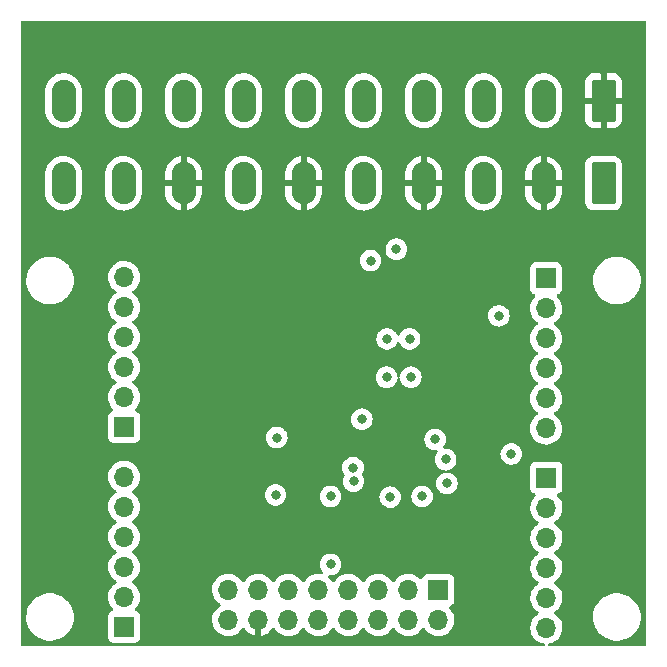
<source format=gbr>
%TF.GenerationSoftware,KiCad,Pcbnew,6.0.11+dfsg-1~bpo11+1*%
%TF.CreationDate,2023-04-06T13:38:35+02:00*%
%TF.ProjectId,aout-4_11,616f7574-2d34-45f3-9131-2e6b69636164,1.1*%
%TF.SameCoordinates,Original*%
%TF.FileFunction,Copper,L2,Inr*%
%TF.FilePolarity,Positive*%
%FSLAX46Y46*%
G04 Gerber Fmt 4.6, Leading zero omitted, Abs format (unit mm)*
G04 Created by KiCad (PCBNEW 6.0.11+dfsg-1~bpo11+1) date 2023-04-06 13:38:35*
%MOMM*%
%LPD*%
G01*
G04 APERTURE LIST*
G04 Aperture macros list*
%AMRoundRect*
0 Rectangle with rounded corners*
0 $1 Rounding radius*
0 $2 $3 $4 $5 $6 $7 $8 $9 X,Y pos of 4 corners*
0 Add a 4 corners polygon primitive as box body*
4,1,4,$2,$3,$4,$5,$6,$7,$8,$9,$2,$3,0*
0 Add four circle primitives for the rounded corners*
1,1,$1+$1,$2,$3*
1,1,$1+$1,$4,$5*
1,1,$1+$1,$6,$7*
1,1,$1+$1,$8,$9*
0 Add four rect primitives between the rounded corners*
20,1,$1+$1,$2,$3,$4,$5,0*
20,1,$1+$1,$4,$5,$6,$7,0*
20,1,$1+$1,$6,$7,$8,$9,0*
20,1,$1+$1,$8,$9,$2,$3,0*%
G04 Aperture macros list end*
%TA.AperFunction,ComponentPad*%
%ADD10RoundRect,0.249999X0.790001X1.550001X-0.790001X1.550001X-0.790001X-1.550001X0.790001X-1.550001X0*%
%TD*%
%TA.AperFunction,ComponentPad*%
%ADD11O,2.080000X3.600000*%
%TD*%
%TA.AperFunction,ComponentPad*%
%ADD12R,1.700000X1.700000*%
%TD*%
%TA.AperFunction,ComponentPad*%
%ADD13O,1.700000X1.700000*%
%TD*%
%TA.AperFunction,ViaPad*%
%ADD14C,0.800000*%
%TD*%
G04 APERTURE END LIST*
D10*
%TO.N,+VSW*%
%TO.C,J3*%
X168360000Y-80277500D03*
D11*
%TO.N,Earth*%
X163280000Y-80277500D03*
%TO.N,+VSW*%
X158200000Y-80277500D03*
%TO.N,Earth*%
X153120000Y-80277500D03*
%TO.N,+VSW*%
X148040000Y-80277500D03*
%TO.N,Earth*%
X142960000Y-80277500D03*
%TO.N,+VSW*%
X137880000Y-80277500D03*
%TO.N,Earth*%
X132800000Y-80277500D03*
%TO.N,+VSW*%
X127720000Y-80277500D03*
%TO.N,GNDD*%
X122640000Y-80277500D03*
%TD*%
D12*
%TO.N,GNDD*%
%TO.C,J6*%
X127775000Y-117825000D03*
D13*
%TO.N,+5V*%
X127775000Y-115285000D03*
%TO.N,/SDA1*%
X127775000Y-112745000D03*
%TO.N,/SCL1*%
X127775000Y-110205000D03*
%TO.N,GNDD*%
X127775000Y-107665000D03*
%TO.N,/VOM3*%
X127775000Y-105125000D03*
%TD*%
D10*
%TO.N,Earth*%
%TO.C,J2*%
X168360000Y-73277500D03*
D11*
%TO.N,GNDD*%
X163280000Y-73277500D03*
%TO.N,/VO4*%
X158200000Y-73277500D03*
%TO.N,GNDD*%
X153120000Y-73277500D03*
%TO.N,/VO3*%
X148040000Y-73277500D03*
%TO.N,GNDD*%
X142960000Y-73277500D03*
%TO.N,/VO2*%
X137880000Y-73277500D03*
%TO.N,GNDD*%
X132800000Y-73277500D03*
%TO.N,/VO1*%
X127720000Y-73277500D03*
%TO.N,+VSW*%
X122640000Y-73277500D03*
%TD*%
D12*
%TO.N,GNDD*%
%TO.C,J5*%
X163500000Y-88340000D03*
D13*
%TO.N,+5V*%
X163500000Y-90880000D03*
%TO.N,/SDA0*%
X163500000Y-93420000D03*
%TO.N,/SCL0*%
X163500000Y-95960000D03*
%TO.N,GNDD*%
X163500000Y-98500000D03*
%TO.N,/VOM2*%
X163500000Y-101040000D03*
%TD*%
D12*
%TO.N,GNDD*%
%TO.C,J7*%
X163525000Y-105200000D03*
D13*
%TO.N,+5V*%
X163525000Y-107740000D03*
%TO.N,/SDA1*%
X163525000Y-110280000D03*
%TO.N,/SCL1*%
X163525000Y-112820000D03*
%TO.N,GNDD*%
X163525000Y-115360000D03*
%TO.N,/VOM4*%
X163525000Y-117900000D03*
%TD*%
D12*
%TO.N,GNDD*%
%TO.C,J4*%
X127775000Y-100925000D03*
D13*
%TO.N,+5V*%
X127775000Y-98385000D03*
%TO.N,/SDA0*%
X127775000Y-95845000D03*
%TO.N,/SCL0*%
X127775000Y-93305000D03*
%TO.N,GNDD*%
X127775000Y-90765000D03*
%TO.N,/VOM1*%
X127775000Y-88225000D03*
%TD*%
D12*
%TO.N,GNDD*%
%TO.C,J1*%
X154370000Y-114710000D03*
D13*
%TO.N,/SCL0*%
X154370000Y-117250000D03*
%TO.N,/SDA0*%
X151830000Y-114710000D03*
%TO.N,/SCL1*%
X151830000Y-117250000D03*
%TO.N,/SDA1*%
X149290000Y-114710000D03*
%TO.N,unconnected-(J1-Pad6)*%
X149290000Y-117250000D03*
%TO.N,unconnected-(J1-Pad7)*%
X146750000Y-114710000D03*
%TO.N,unconnected-(J1-Pad8)*%
X146750000Y-117250000D03*
%TO.N,unconnected-(J1-Pad9)*%
X144210000Y-114710000D03*
%TO.N,+5V*%
X144210000Y-117250000D03*
%TO.N,-12V*%
X141670000Y-114710000D03*
%TO.N,+12V*%
X141670000Y-117250000D03*
%TO.N,GNDD*%
X139130000Y-114710000D03*
%TO.N,Earth*%
X139130000Y-117250000D03*
%TO.N,+VSW*%
X136590000Y-114710000D03*
X136590000Y-117250000D03*
%TD*%
D14*
%TO.N,GNDD*%
X140600000Y-106670000D03*
X140700000Y-101810000D03*
X154100000Y-101960000D03*
%TO.N,+12V*%
X148640000Y-86830000D03*
%TO.N,GNDD*%
X150300000Y-106850000D03*
X159500000Y-91500000D03*
X145250000Y-112550000D03*
%TO.N,-12V*%
X150820000Y-85860000D03*
%TO.N,/SCL0*%
X155100000Y-105700000D03*
X160550000Y-103200000D03*
X147200000Y-105500000D03*
%TO.N,/SDA0*%
X155000000Y-103650000D03*
X147150000Y-104350000D03*
%TO.N,/VOM1*%
X147900000Y-100250000D03*
X150035500Y-93450000D03*
%TO.N,/VOM2*%
X150000000Y-96700000D03*
%TO.N,/VOM3*%
X152050000Y-96700000D03*
X145250000Y-106800000D03*
%TO.N,/VOM4*%
X151950000Y-93450000D03*
X153000000Y-106800000D03*
%TD*%
%TA.AperFunction,Conductor*%
%TO.N,Earth*%
G36*
X171933621Y-66528502D02*
G01*
X171980114Y-66582158D01*
X171991500Y-66634500D01*
X171991500Y-119365500D01*
X171971498Y-119433621D01*
X171917842Y-119480114D01*
X171865500Y-119491500D01*
X163768588Y-119491500D01*
X163700467Y-119471498D01*
X163653974Y-119417842D01*
X163643870Y-119347568D01*
X163673364Y-119282988D01*
X163733090Y-119244604D01*
X163752578Y-119240521D01*
X163803288Y-119234025D01*
X163803289Y-119234025D01*
X163808416Y-119233368D01*
X163813366Y-119231883D01*
X164017429Y-119170661D01*
X164017434Y-119170659D01*
X164022384Y-119169174D01*
X164222994Y-119070896D01*
X164404860Y-118941173D01*
X164563096Y-118783489D01*
X164568478Y-118776000D01*
X164690435Y-118606277D01*
X164693453Y-118602077D01*
X164702618Y-118583534D01*
X164790136Y-118406453D01*
X164790137Y-118406451D01*
X164792430Y-118401811D01*
X164857370Y-118188069D01*
X164886529Y-117966590D01*
X164886611Y-117963240D01*
X164888074Y-117903365D01*
X164888074Y-117903361D01*
X164888156Y-117900000D01*
X164869852Y-117677361D01*
X164815431Y-117460702D01*
X164726354Y-117255840D01*
X164605014Y-117068277D01*
X164523704Y-116978918D01*
X167486917Y-116978918D01*
X167487334Y-116986156D01*
X167502682Y-117252320D01*
X167555405Y-117521053D01*
X167556792Y-117525103D01*
X167556793Y-117525108D01*
X167642723Y-117776088D01*
X167644112Y-117780144D01*
X167673238Y-117838054D01*
X167742837Y-117976437D01*
X167767160Y-118024799D01*
X167769586Y-118028328D01*
X167769589Y-118028334D01*
X167838976Y-118129292D01*
X167922274Y-118250490D01*
X167925161Y-118253663D01*
X167925162Y-118253664D01*
X168103692Y-118449867D01*
X168106582Y-118453043D01*
X168316675Y-118628707D01*
X168320316Y-118630991D01*
X168545024Y-118771951D01*
X168545028Y-118771953D01*
X168548664Y-118774234D01*
X168616544Y-118804883D01*
X168794345Y-118885164D01*
X168794349Y-118885166D01*
X168798257Y-118886930D01*
X168802377Y-118888150D01*
X168802376Y-118888150D01*
X169056723Y-118963491D01*
X169056727Y-118963492D01*
X169060836Y-118964709D01*
X169065070Y-118965357D01*
X169065075Y-118965358D01*
X169327298Y-119005483D01*
X169327300Y-119005483D01*
X169331540Y-119006132D01*
X169470912Y-119008322D01*
X169601071Y-119010367D01*
X169601077Y-119010367D01*
X169605362Y-119010434D01*
X169877235Y-118977534D01*
X170142127Y-118908041D01*
X170146087Y-118906401D01*
X170146092Y-118906399D01*
X170268631Y-118855641D01*
X170395136Y-118803241D01*
X170631582Y-118665073D01*
X170847089Y-118496094D01*
X170888809Y-118453043D01*
X171034686Y-118302509D01*
X171037669Y-118299431D01*
X171040202Y-118295983D01*
X171040206Y-118295978D01*
X171197257Y-118082178D01*
X171199795Y-118078723D01*
X171227154Y-118028334D01*
X171328418Y-117841830D01*
X171328419Y-117841828D01*
X171330468Y-117838054D01*
X171427269Y-117581877D01*
X171461069Y-117434297D01*
X171487449Y-117319117D01*
X171487450Y-117319113D01*
X171488407Y-117314933D01*
X171494502Y-117246646D01*
X171512531Y-117044627D01*
X171512531Y-117044625D01*
X171512751Y-117042161D01*
X171513193Y-117000000D01*
X171508440Y-116930283D01*
X171494859Y-116731055D01*
X171494858Y-116731049D01*
X171494567Y-116726778D01*
X171439032Y-116458612D01*
X171347617Y-116200465D01*
X171246848Y-116005229D01*
X171223978Y-115960919D01*
X171223978Y-115960918D01*
X171222013Y-115957112D01*
X171212040Y-115942921D01*
X171121356Y-115813891D01*
X171064545Y-115733057D01*
X170949640Y-115609404D01*
X170881046Y-115535588D01*
X170881043Y-115535585D01*
X170878125Y-115532445D01*
X170874810Y-115529731D01*
X170874806Y-115529728D01*
X170669523Y-115361706D01*
X170666205Y-115358990D01*
X170432704Y-115215901D01*
X170423387Y-115211811D01*
X170185873Y-115107549D01*
X170185869Y-115107548D01*
X170181945Y-115105825D01*
X169918566Y-115030800D01*
X169914324Y-115030196D01*
X169914318Y-115030195D01*
X169713834Y-115001662D01*
X169647443Y-114992213D01*
X169503589Y-114991460D01*
X169377877Y-114990802D01*
X169377871Y-114990802D01*
X169373591Y-114990780D01*
X169369347Y-114991339D01*
X169369343Y-114991339D01*
X169250302Y-115007011D01*
X169102078Y-115026525D01*
X169097938Y-115027658D01*
X169097936Y-115027658D01*
X169025008Y-115047609D01*
X168837928Y-115098788D01*
X168833980Y-115100472D01*
X168589982Y-115204546D01*
X168589978Y-115204548D01*
X168586030Y-115206232D01*
X168467414Y-115277222D01*
X168354725Y-115344664D01*
X168354721Y-115344667D01*
X168351043Y-115346868D01*
X168137318Y-115518094D01*
X168069754Y-115589292D01*
X167975760Y-115688341D01*
X167948808Y-115716742D01*
X167789002Y-115939136D01*
X167660857Y-116181161D01*
X167659385Y-116185184D01*
X167659383Y-116185188D01*
X167582210Y-116396071D01*
X167566743Y-116438337D01*
X167508404Y-116705907D01*
X167486917Y-116978918D01*
X164523704Y-116978918D01*
X164454670Y-116903051D01*
X164450619Y-116899852D01*
X164450615Y-116899848D01*
X164283414Y-116767800D01*
X164283410Y-116767798D01*
X164279359Y-116764598D01*
X164238053Y-116741796D01*
X164188084Y-116691364D01*
X164173312Y-116621921D01*
X164198428Y-116555516D01*
X164225780Y-116528909D01*
X164294404Y-116479960D01*
X164404860Y-116401173D01*
X164435384Y-116370756D01*
X164505027Y-116301355D01*
X164563096Y-116243489D01*
X164569647Y-116234373D01*
X164690435Y-116066277D01*
X164693453Y-116062077D01*
X164697181Y-116054535D01*
X164790136Y-115866453D01*
X164790137Y-115866451D01*
X164792430Y-115861811D01*
X164835448Y-115720222D01*
X164855865Y-115653023D01*
X164855865Y-115653021D01*
X164857370Y-115648069D01*
X164886529Y-115426590D01*
X164886611Y-115423240D01*
X164888074Y-115363365D01*
X164888074Y-115363361D01*
X164888156Y-115360000D01*
X164869852Y-115137361D01*
X164815431Y-114920702D01*
X164726354Y-114715840D01*
X164677834Y-114640840D01*
X164607822Y-114532617D01*
X164607820Y-114532614D01*
X164605014Y-114528277D01*
X164454670Y-114363051D01*
X164450619Y-114359852D01*
X164450615Y-114359848D01*
X164283414Y-114227800D01*
X164283410Y-114227798D01*
X164279359Y-114224598D01*
X164238053Y-114201796D01*
X164188084Y-114151364D01*
X164173312Y-114081921D01*
X164198428Y-114015516D01*
X164225780Y-113988909D01*
X164271757Y-113956114D01*
X164404860Y-113861173D01*
X164457749Y-113808469D01*
X164524164Y-113742285D01*
X164563096Y-113703489D01*
X164569647Y-113694373D01*
X164690435Y-113526277D01*
X164693453Y-113522077D01*
X164707760Y-113493130D01*
X164790136Y-113326453D01*
X164790137Y-113326451D01*
X164792430Y-113321811D01*
X164839277Y-113167619D01*
X164855865Y-113113023D01*
X164855865Y-113113021D01*
X164857370Y-113108069D01*
X164886529Y-112886590D01*
X164888156Y-112820000D01*
X164869852Y-112597361D01*
X164815431Y-112380702D01*
X164726354Y-112175840D01*
X164677834Y-112100840D01*
X164607822Y-111992617D01*
X164607820Y-111992614D01*
X164605014Y-111988277D01*
X164454670Y-111823051D01*
X164450619Y-111819852D01*
X164450615Y-111819848D01*
X164283414Y-111687800D01*
X164283410Y-111687798D01*
X164279359Y-111684598D01*
X164238053Y-111661796D01*
X164188084Y-111611364D01*
X164173312Y-111541921D01*
X164198428Y-111475516D01*
X164225780Y-111448909D01*
X164271757Y-111416114D01*
X164404860Y-111321173D01*
X164563096Y-111163489D01*
X164620005Y-111084292D01*
X164690435Y-110986277D01*
X164693453Y-110982077D01*
X164728445Y-110911277D01*
X164790136Y-110786453D01*
X164790137Y-110786451D01*
X164792430Y-110781811D01*
X164824900Y-110674940D01*
X164855865Y-110573023D01*
X164855865Y-110573021D01*
X164857370Y-110568069D01*
X164886529Y-110346590D01*
X164888156Y-110280000D01*
X164869852Y-110057361D01*
X164815431Y-109840702D01*
X164726354Y-109635840D01*
X164677834Y-109560840D01*
X164607822Y-109452617D01*
X164607820Y-109452614D01*
X164605014Y-109448277D01*
X164454670Y-109283051D01*
X164450619Y-109279852D01*
X164450615Y-109279848D01*
X164283414Y-109147800D01*
X164283410Y-109147798D01*
X164279359Y-109144598D01*
X164238053Y-109121796D01*
X164188084Y-109071364D01*
X164173312Y-109001921D01*
X164198428Y-108935516D01*
X164225780Y-108908909D01*
X164271757Y-108876114D01*
X164404860Y-108781173D01*
X164563096Y-108623489D01*
X164620005Y-108544292D01*
X164690435Y-108446277D01*
X164693453Y-108442077D01*
X164728445Y-108371277D01*
X164790136Y-108246453D01*
X164790137Y-108246451D01*
X164792430Y-108241811D01*
X164824900Y-108134940D01*
X164855865Y-108033023D01*
X164855865Y-108033021D01*
X164857370Y-108028069D01*
X164886529Y-107806590D01*
X164888156Y-107740000D01*
X164869852Y-107517361D01*
X164815431Y-107300702D01*
X164726354Y-107095840D01*
X164677834Y-107020840D01*
X164607822Y-106912617D01*
X164607820Y-106912614D01*
X164605014Y-106908277D01*
X164601532Y-106904450D01*
X164457798Y-106746488D01*
X164426746Y-106682642D01*
X164435141Y-106612143D01*
X164480317Y-106557375D01*
X164506761Y-106543706D01*
X164613297Y-106503767D01*
X164621705Y-106500615D01*
X164738261Y-106413261D01*
X164825615Y-106296705D01*
X164876745Y-106160316D01*
X164883500Y-106098134D01*
X164883500Y-104301866D01*
X164876745Y-104239684D01*
X164825615Y-104103295D01*
X164738261Y-103986739D01*
X164621705Y-103899385D01*
X164485316Y-103848255D01*
X164423134Y-103841500D01*
X162626866Y-103841500D01*
X162564684Y-103848255D01*
X162428295Y-103899385D01*
X162311739Y-103986739D01*
X162224385Y-104103295D01*
X162173255Y-104239684D01*
X162166500Y-104301866D01*
X162166500Y-106098134D01*
X162173255Y-106160316D01*
X162224385Y-106296705D01*
X162311739Y-106413261D01*
X162428295Y-106500615D01*
X162436704Y-106503767D01*
X162436705Y-106503768D01*
X162545451Y-106544535D01*
X162602216Y-106587176D01*
X162626916Y-106653738D01*
X162611709Y-106723087D01*
X162592316Y-106749568D01*
X162465629Y-106882138D01*
X162462715Y-106886410D01*
X162462714Y-106886411D01*
X162387817Y-106996206D01*
X162339743Y-107066680D01*
X162324003Y-107100590D01*
X162270770Y-107215271D01*
X162245688Y-107269305D01*
X162185989Y-107484570D01*
X162162251Y-107706695D01*
X162162548Y-107711848D01*
X162162548Y-107711851D01*
X162168011Y-107806590D01*
X162175110Y-107929715D01*
X162176247Y-107934761D01*
X162176248Y-107934767D01*
X162196119Y-108022939D01*
X162224222Y-108147639D01*
X162308266Y-108354616D01*
X162424987Y-108545088D01*
X162571250Y-108713938D01*
X162743126Y-108856632D01*
X162749773Y-108860516D01*
X162816445Y-108899476D01*
X162865169Y-108951114D01*
X162878240Y-109020897D01*
X162851509Y-109086669D01*
X162811055Y-109120027D01*
X162798607Y-109126507D01*
X162794474Y-109129610D01*
X162794471Y-109129612D01*
X162624100Y-109257530D01*
X162619965Y-109260635D01*
X162465629Y-109422138D01*
X162462715Y-109426410D01*
X162462714Y-109426411D01*
X162387702Y-109536375D01*
X162339743Y-109606680D01*
X162245688Y-109809305D01*
X162185989Y-110024570D01*
X162162251Y-110246695D01*
X162162548Y-110251848D01*
X162162548Y-110251851D01*
X162168011Y-110346590D01*
X162175110Y-110469715D01*
X162176247Y-110474761D01*
X162176248Y-110474767D01*
X162196119Y-110562939D01*
X162224222Y-110687639D01*
X162308266Y-110894616D01*
X162424987Y-111085088D01*
X162571250Y-111253938D01*
X162743126Y-111396632D01*
X162749773Y-111400516D01*
X162816445Y-111439476D01*
X162865169Y-111491114D01*
X162878240Y-111560897D01*
X162851509Y-111626669D01*
X162811055Y-111660027D01*
X162798607Y-111666507D01*
X162794474Y-111669610D01*
X162794471Y-111669612D01*
X162624100Y-111797530D01*
X162619965Y-111800635D01*
X162465629Y-111962138D01*
X162462715Y-111966410D01*
X162462714Y-111966411D01*
X162387702Y-112076375D01*
X162339743Y-112146680D01*
X162245688Y-112349305D01*
X162185989Y-112564570D01*
X162162251Y-112786695D01*
X162162548Y-112791848D01*
X162162548Y-112791851D01*
X162170027Y-112921556D01*
X162175110Y-113009715D01*
X162176247Y-113014761D01*
X162176248Y-113014767D01*
X162196119Y-113102939D01*
X162224222Y-113227639D01*
X162275450Y-113353800D01*
X162302399Y-113420166D01*
X162308266Y-113434616D01*
X162344123Y-113493130D01*
X162413357Y-113606109D01*
X162424987Y-113625088D01*
X162571250Y-113793938D01*
X162743126Y-113936632D01*
X162749773Y-113940516D01*
X162816445Y-113979476D01*
X162865169Y-114031114D01*
X162878240Y-114100897D01*
X162851509Y-114166669D01*
X162811055Y-114200027D01*
X162798607Y-114206507D01*
X162794474Y-114209610D01*
X162794471Y-114209612D01*
X162624100Y-114337530D01*
X162619965Y-114340635D01*
X162465629Y-114502138D01*
X162462715Y-114506410D01*
X162462714Y-114506411D01*
X162387702Y-114616375D01*
X162339743Y-114686680D01*
X162245688Y-114889305D01*
X162185989Y-115104570D01*
X162162251Y-115326695D01*
X162162548Y-115331848D01*
X162162548Y-115331851D01*
X162168011Y-115426590D01*
X162175110Y-115549715D01*
X162176247Y-115554761D01*
X162176248Y-115554767D01*
X162189041Y-115611531D01*
X162224222Y-115767639D01*
X162269404Y-115878909D01*
X162292447Y-115935657D01*
X162308266Y-115974616D01*
X162327026Y-116005229D01*
X162396268Y-116118222D01*
X162424987Y-116165088D01*
X162571250Y-116333938D01*
X162743126Y-116476632D01*
X162750793Y-116481112D01*
X162816445Y-116519476D01*
X162865169Y-116571114D01*
X162878240Y-116640897D01*
X162851509Y-116706669D01*
X162811055Y-116740027D01*
X162798607Y-116746507D01*
X162794474Y-116749610D01*
X162794471Y-116749612D01*
X162624100Y-116877530D01*
X162619965Y-116880635D01*
X162616393Y-116884373D01*
X162479442Y-117027684D01*
X162465629Y-117042138D01*
X162339743Y-117226680D01*
X162298008Y-117316590D01*
X162275540Y-117364995D01*
X162245688Y-117429305D01*
X162185989Y-117644570D01*
X162162251Y-117866695D01*
X162162548Y-117871848D01*
X162162548Y-117871851D01*
X162171146Y-118020968D01*
X162175110Y-118089715D01*
X162176247Y-118094761D01*
X162176248Y-118094767D01*
X162183955Y-118128965D01*
X162224222Y-118307639D01*
X162262461Y-118401811D01*
X162301822Y-118498745D01*
X162308266Y-118514616D01*
X162341632Y-118569065D01*
X162398843Y-118662424D01*
X162424987Y-118705088D01*
X162571250Y-118873938D01*
X162743126Y-119016632D01*
X162936000Y-119129338D01*
X163144692Y-119209030D01*
X163149760Y-119210061D01*
X163149763Y-119210062D01*
X163306891Y-119242030D01*
X163369656Y-119275211D01*
X163404518Y-119337059D01*
X163400409Y-119407937D01*
X163358632Y-119465341D01*
X163292453Y-119491046D01*
X163281770Y-119491500D01*
X119134500Y-119491500D01*
X119066379Y-119471498D01*
X119019886Y-119417842D01*
X119008500Y-119365500D01*
X119008500Y-116978918D01*
X119486917Y-116978918D01*
X119487334Y-116986156D01*
X119502682Y-117252320D01*
X119555405Y-117521053D01*
X119556792Y-117525103D01*
X119556793Y-117525108D01*
X119642723Y-117776088D01*
X119644112Y-117780144D01*
X119673238Y-117838054D01*
X119742837Y-117976437D01*
X119767160Y-118024799D01*
X119769586Y-118028328D01*
X119769589Y-118028334D01*
X119838976Y-118129292D01*
X119922274Y-118250490D01*
X119925161Y-118253663D01*
X119925162Y-118253664D01*
X120103692Y-118449867D01*
X120106582Y-118453043D01*
X120316675Y-118628707D01*
X120320316Y-118630991D01*
X120545024Y-118771951D01*
X120545028Y-118771953D01*
X120548664Y-118774234D01*
X120616544Y-118804883D01*
X120794345Y-118885164D01*
X120794349Y-118885166D01*
X120798257Y-118886930D01*
X120802377Y-118888150D01*
X120802376Y-118888150D01*
X121056723Y-118963491D01*
X121056727Y-118963492D01*
X121060836Y-118964709D01*
X121065070Y-118965357D01*
X121065075Y-118965358D01*
X121327298Y-119005483D01*
X121327300Y-119005483D01*
X121331540Y-119006132D01*
X121470912Y-119008322D01*
X121601071Y-119010367D01*
X121601077Y-119010367D01*
X121605362Y-119010434D01*
X121877235Y-118977534D01*
X122142127Y-118908041D01*
X122146087Y-118906401D01*
X122146092Y-118906399D01*
X122268631Y-118855641D01*
X122395136Y-118803241D01*
X122631582Y-118665073D01*
X122847089Y-118496094D01*
X122888809Y-118453043D01*
X123034686Y-118302509D01*
X123037669Y-118299431D01*
X123040202Y-118295983D01*
X123040206Y-118295978D01*
X123197257Y-118082178D01*
X123199795Y-118078723D01*
X123227154Y-118028334D01*
X123328418Y-117841830D01*
X123328419Y-117841828D01*
X123330468Y-117838054D01*
X123427269Y-117581877D01*
X123461069Y-117434297D01*
X123487449Y-117319117D01*
X123487450Y-117319113D01*
X123488407Y-117314933D01*
X123494502Y-117246646D01*
X123512531Y-117044627D01*
X123512531Y-117044625D01*
X123512751Y-117042161D01*
X123513193Y-117000000D01*
X123508440Y-116930283D01*
X123494859Y-116731055D01*
X123494858Y-116731049D01*
X123494567Y-116726778D01*
X123439032Y-116458612D01*
X123347617Y-116200465D01*
X123246848Y-116005229D01*
X123223978Y-115960919D01*
X123223978Y-115960918D01*
X123222013Y-115957112D01*
X123212040Y-115942921D01*
X123121356Y-115813891D01*
X123064545Y-115733057D01*
X122949640Y-115609404D01*
X122881046Y-115535588D01*
X122881043Y-115535585D01*
X122878125Y-115532445D01*
X122874810Y-115529731D01*
X122874806Y-115529728D01*
X122669523Y-115361706D01*
X122666205Y-115358990D01*
X122491115Y-115251695D01*
X126412251Y-115251695D01*
X126412548Y-115256848D01*
X126412548Y-115256851D01*
X126417893Y-115349550D01*
X126425110Y-115474715D01*
X126426247Y-115479761D01*
X126426248Y-115479767D01*
X126442012Y-115549715D01*
X126474222Y-115692639D01*
X126529690Y-115829242D01*
X126550665Y-115880896D01*
X126558266Y-115899616D01*
X126595832Y-115960919D01*
X126661069Y-116067375D01*
X126674987Y-116090088D01*
X126821250Y-116258938D01*
X126825230Y-116262242D01*
X126829981Y-116266187D01*
X126869616Y-116325090D01*
X126871113Y-116396071D01*
X126833997Y-116456593D01*
X126793724Y-116481112D01*
X126678295Y-116524385D01*
X126561739Y-116611739D01*
X126474385Y-116728295D01*
X126423255Y-116864684D01*
X126416500Y-116926866D01*
X126416500Y-118723134D01*
X126423255Y-118785316D01*
X126474385Y-118921705D01*
X126561739Y-119038261D01*
X126678295Y-119125615D01*
X126814684Y-119176745D01*
X126876866Y-119183500D01*
X128673134Y-119183500D01*
X128735316Y-119176745D01*
X128871705Y-119125615D01*
X128988261Y-119038261D01*
X129075615Y-118921705D01*
X129126745Y-118785316D01*
X129133500Y-118723134D01*
X129133500Y-117216695D01*
X135227251Y-117216695D01*
X135227548Y-117221848D01*
X135227548Y-117221851D01*
X135232915Y-117314933D01*
X135240110Y-117439715D01*
X135241247Y-117444761D01*
X135241248Y-117444767D01*
X135259354Y-117525108D01*
X135289222Y-117657639D01*
X135327461Y-117751811D01*
X135364014Y-117841830D01*
X135373266Y-117864616D01*
X135424019Y-117947438D01*
X135487291Y-118050688D01*
X135489987Y-118055088D01*
X135636250Y-118223938D01*
X135808126Y-118366632D01*
X136001000Y-118479338D01*
X136209692Y-118559030D01*
X136214760Y-118560061D01*
X136214763Y-118560062D01*
X136309862Y-118579410D01*
X136428597Y-118603567D01*
X136433772Y-118603757D01*
X136433774Y-118603757D01*
X136646673Y-118611564D01*
X136646677Y-118611564D01*
X136651837Y-118611753D01*
X136656957Y-118611097D01*
X136656959Y-118611097D01*
X136868288Y-118584025D01*
X136868289Y-118584025D01*
X136873416Y-118583368D01*
X136878366Y-118581883D01*
X137082429Y-118520661D01*
X137082434Y-118520659D01*
X137087384Y-118519174D01*
X137287994Y-118420896D01*
X137469860Y-118291173D01*
X137510686Y-118250490D01*
X137624435Y-118137137D01*
X137628096Y-118133489D01*
X137655921Y-118094767D01*
X137758453Y-117952077D01*
X137759640Y-117952930D01*
X137806960Y-117909362D01*
X137876897Y-117897145D01*
X137942338Y-117924678D01*
X137970166Y-117956511D01*
X138027694Y-118050388D01*
X138033777Y-118058699D01*
X138173213Y-118219667D01*
X138180580Y-118226883D01*
X138344434Y-118362916D01*
X138352881Y-118368831D01*
X138536756Y-118476279D01*
X138546042Y-118480729D01*
X138745001Y-118556703D01*
X138754899Y-118559579D01*
X138858250Y-118580606D01*
X138872299Y-118579410D01*
X138876000Y-118569065D01*
X138876000Y-117122000D01*
X138896002Y-117053879D01*
X138949658Y-117007386D01*
X139002000Y-116996000D01*
X139258000Y-116996000D01*
X139326121Y-117016002D01*
X139372614Y-117069658D01*
X139384000Y-117122000D01*
X139384000Y-118568517D01*
X139388064Y-118582359D01*
X139401478Y-118584393D01*
X139408184Y-118583534D01*
X139418262Y-118581392D01*
X139622255Y-118520191D01*
X139631842Y-118516433D01*
X139823095Y-118422739D01*
X139831945Y-118417464D01*
X140005328Y-118293792D01*
X140013200Y-118287139D01*
X140164052Y-118136812D01*
X140170730Y-118128965D01*
X140298022Y-117951819D01*
X140299279Y-117952722D01*
X140346373Y-117909362D01*
X140416311Y-117897145D01*
X140481751Y-117924678D01*
X140509579Y-117956511D01*
X140516847Y-117968371D01*
X140569987Y-118055088D01*
X140716250Y-118223938D01*
X140888126Y-118366632D01*
X141081000Y-118479338D01*
X141289692Y-118559030D01*
X141294760Y-118560061D01*
X141294763Y-118560062D01*
X141389862Y-118579410D01*
X141508597Y-118603567D01*
X141513772Y-118603757D01*
X141513774Y-118603757D01*
X141726673Y-118611564D01*
X141726677Y-118611564D01*
X141731837Y-118611753D01*
X141736957Y-118611097D01*
X141736959Y-118611097D01*
X141948288Y-118584025D01*
X141948289Y-118584025D01*
X141953416Y-118583368D01*
X141958366Y-118581883D01*
X142162429Y-118520661D01*
X142162434Y-118520659D01*
X142167384Y-118519174D01*
X142367994Y-118420896D01*
X142549860Y-118291173D01*
X142590686Y-118250490D01*
X142704435Y-118137137D01*
X142708096Y-118133489D01*
X142735921Y-118094767D01*
X142838453Y-117952077D01*
X142839776Y-117953028D01*
X142886645Y-117909857D01*
X142956580Y-117897625D01*
X143022026Y-117925144D01*
X143049875Y-117956994D01*
X143056847Y-117968371D01*
X143109987Y-118055088D01*
X143256250Y-118223938D01*
X143428126Y-118366632D01*
X143621000Y-118479338D01*
X143829692Y-118559030D01*
X143834760Y-118560061D01*
X143834763Y-118560062D01*
X143929862Y-118579410D01*
X144048597Y-118603567D01*
X144053772Y-118603757D01*
X144053774Y-118603757D01*
X144266673Y-118611564D01*
X144266677Y-118611564D01*
X144271837Y-118611753D01*
X144276957Y-118611097D01*
X144276959Y-118611097D01*
X144488288Y-118584025D01*
X144488289Y-118584025D01*
X144493416Y-118583368D01*
X144498366Y-118581883D01*
X144702429Y-118520661D01*
X144702434Y-118520659D01*
X144707384Y-118519174D01*
X144907994Y-118420896D01*
X145089860Y-118291173D01*
X145130686Y-118250490D01*
X145244435Y-118137137D01*
X145248096Y-118133489D01*
X145275921Y-118094767D01*
X145378453Y-117952077D01*
X145379776Y-117953028D01*
X145426645Y-117909857D01*
X145496580Y-117897625D01*
X145562026Y-117925144D01*
X145589875Y-117956994D01*
X145596847Y-117968371D01*
X145649987Y-118055088D01*
X145796250Y-118223938D01*
X145968126Y-118366632D01*
X146161000Y-118479338D01*
X146369692Y-118559030D01*
X146374760Y-118560061D01*
X146374763Y-118560062D01*
X146469862Y-118579410D01*
X146588597Y-118603567D01*
X146593772Y-118603757D01*
X146593774Y-118603757D01*
X146806673Y-118611564D01*
X146806677Y-118611564D01*
X146811837Y-118611753D01*
X146816957Y-118611097D01*
X146816959Y-118611097D01*
X147028288Y-118584025D01*
X147028289Y-118584025D01*
X147033416Y-118583368D01*
X147038366Y-118581883D01*
X147242429Y-118520661D01*
X147242434Y-118520659D01*
X147247384Y-118519174D01*
X147447994Y-118420896D01*
X147629860Y-118291173D01*
X147670686Y-118250490D01*
X147784435Y-118137137D01*
X147788096Y-118133489D01*
X147815921Y-118094767D01*
X147918453Y-117952077D01*
X147919776Y-117953028D01*
X147966645Y-117909857D01*
X148036580Y-117897625D01*
X148102026Y-117925144D01*
X148129875Y-117956994D01*
X148136847Y-117968371D01*
X148189987Y-118055088D01*
X148336250Y-118223938D01*
X148508126Y-118366632D01*
X148701000Y-118479338D01*
X148909692Y-118559030D01*
X148914760Y-118560061D01*
X148914763Y-118560062D01*
X149009862Y-118579410D01*
X149128597Y-118603567D01*
X149133772Y-118603757D01*
X149133774Y-118603757D01*
X149346673Y-118611564D01*
X149346677Y-118611564D01*
X149351837Y-118611753D01*
X149356957Y-118611097D01*
X149356959Y-118611097D01*
X149568288Y-118584025D01*
X149568289Y-118584025D01*
X149573416Y-118583368D01*
X149578366Y-118581883D01*
X149782429Y-118520661D01*
X149782434Y-118520659D01*
X149787384Y-118519174D01*
X149987994Y-118420896D01*
X150169860Y-118291173D01*
X150210686Y-118250490D01*
X150324435Y-118137137D01*
X150328096Y-118133489D01*
X150355921Y-118094767D01*
X150458453Y-117952077D01*
X150459776Y-117953028D01*
X150506645Y-117909857D01*
X150576580Y-117897625D01*
X150642026Y-117925144D01*
X150669875Y-117956994D01*
X150676847Y-117968371D01*
X150729987Y-118055088D01*
X150876250Y-118223938D01*
X151048126Y-118366632D01*
X151241000Y-118479338D01*
X151449692Y-118559030D01*
X151454760Y-118560061D01*
X151454763Y-118560062D01*
X151549862Y-118579410D01*
X151668597Y-118603567D01*
X151673772Y-118603757D01*
X151673774Y-118603757D01*
X151886673Y-118611564D01*
X151886677Y-118611564D01*
X151891837Y-118611753D01*
X151896957Y-118611097D01*
X151896959Y-118611097D01*
X152108288Y-118584025D01*
X152108289Y-118584025D01*
X152113416Y-118583368D01*
X152118366Y-118581883D01*
X152322429Y-118520661D01*
X152322434Y-118520659D01*
X152327384Y-118519174D01*
X152527994Y-118420896D01*
X152709860Y-118291173D01*
X152750686Y-118250490D01*
X152864435Y-118137137D01*
X152868096Y-118133489D01*
X152895921Y-118094767D01*
X152998453Y-117952077D01*
X152999776Y-117953028D01*
X153046645Y-117909857D01*
X153116580Y-117897625D01*
X153182026Y-117925144D01*
X153209875Y-117956994D01*
X153216847Y-117968371D01*
X153269987Y-118055088D01*
X153416250Y-118223938D01*
X153588126Y-118366632D01*
X153781000Y-118479338D01*
X153989692Y-118559030D01*
X153994760Y-118560061D01*
X153994763Y-118560062D01*
X154089862Y-118579410D01*
X154208597Y-118603567D01*
X154213772Y-118603757D01*
X154213774Y-118603757D01*
X154426673Y-118611564D01*
X154426677Y-118611564D01*
X154431837Y-118611753D01*
X154436957Y-118611097D01*
X154436959Y-118611097D01*
X154648288Y-118584025D01*
X154648289Y-118584025D01*
X154653416Y-118583368D01*
X154658366Y-118581883D01*
X154862429Y-118520661D01*
X154862434Y-118520659D01*
X154867384Y-118519174D01*
X155067994Y-118420896D01*
X155249860Y-118291173D01*
X155290686Y-118250490D01*
X155404435Y-118137137D01*
X155408096Y-118133489D01*
X155435921Y-118094767D01*
X155535435Y-117956277D01*
X155538453Y-117952077D01*
X155551995Y-117924678D01*
X155635136Y-117756453D01*
X155635137Y-117756451D01*
X155637430Y-117751811D01*
X155689060Y-117581877D01*
X155700865Y-117543023D01*
X155700865Y-117543021D01*
X155702370Y-117538069D01*
X155731529Y-117316590D01*
X155732897Y-117260590D01*
X155733074Y-117253365D01*
X155733074Y-117253361D01*
X155733156Y-117250000D01*
X155714852Y-117027361D01*
X155660431Y-116810702D01*
X155571354Y-116605840D01*
X155487766Y-116476632D01*
X155452822Y-116422617D01*
X155452820Y-116422614D01*
X155450014Y-116418277D01*
X155437179Y-116404171D01*
X155302798Y-116256488D01*
X155271746Y-116192642D01*
X155280141Y-116122143D01*
X155325317Y-116067375D01*
X155351761Y-116053706D01*
X155458297Y-116013767D01*
X155466705Y-116010615D01*
X155583261Y-115923261D01*
X155670615Y-115806705D01*
X155721745Y-115670316D01*
X155728500Y-115608134D01*
X155728500Y-113811866D01*
X155721745Y-113749684D01*
X155670615Y-113613295D01*
X155583261Y-113496739D01*
X155466705Y-113409385D01*
X155330316Y-113358255D01*
X155268134Y-113351500D01*
X153471866Y-113351500D01*
X153409684Y-113358255D01*
X153273295Y-113409385D01*
X153156739Y-113496739D01*
X153069385Y-113613295D01*
X153066233Y-113621703D01*
X153024919Y-113731907D01*
X152982277Y-113788671D01*
X152915716Y-113813371D01*
X152846367Y-113798163D01*
X152813743Y-113772476D01*
X152763151Y-113716875D01*
X152763142Y-113716866D01*
X152759670Y-113713051D01*
X152755619Y-113709852D01*
X152755615Y-113709848D01*
X152588414Y-113577800D01*
X152588410Y-113577798D01*
X152584359Y-113574598D01*
X152388789Y-113466638D01*
X152383920Y-113464914D01*
X152383916Y-113464912D01*
X152183087Y-113393795D01*
X152183083Y-113393794D01*
X152178212Y-113392069D01*
X152173119Y-113391162D01*
X152173116Y-113391161D01*
X151963373Y-113353800D01*
X151963367Y-113353799D01*
X151958284Y-113352894D01*
X151884452Y-113351992D01*
X151740081Y-113350228D01*
X151740079Y-113350228D01*
X151734911Y-113350165D01*
X151514091Y-113383955D01*
X151301756Y-113453357D01*
X151103607Y-113556507D01*
X151099474Y-113559610D01*
X151099471Y-113559612D01*
X151002877Y-113632137D01*
X150924965Y-113690635D01*
X150897918Y-113718938D01*
X150831280Y-113788671D01*
X150770629Y-113852138D01*
X150663201Y-114009621D01*
X150608293Y-114054621D01*
X150537768Y-114062792D01*
X150474021Y-114031538D01*
X150453324Y-114007054D01*
X150372822Y-113882617D01*
X150372820Y-113882614D01*
X150370014Y-113878277D01*
X150219670Y-113713051D01*
X150215619Y-113709852D01*
X150215615Y-113709848D01*
X150048414Y-113577800D01*
X150048410Y-113577798D01*
X150044359Y-113574598D01*
X149848789Y-113466638D01*
X149843920Y-113464914D01*
X149843916Y-113464912D01*
X149643087Y-113393795D01*
X149643083Y-113393794D01*
X149638212Y-113392069D01*
X149633119Y-113391162D01*
X149633116Y-113391161D01*
X149423373Y-113353800D01*
X149423367Y-113353799D01*
X149418284Y-113352894D01*
X149344452Y-113351992D01*
X149200081Y-113350228D01*
X149200079Y-113350228D01*
X149194911Y-113350165D01*
X148974091Y-113383955D01*
X148761756Y-113453357D01*
X148563607Y-113556507D01*
X148559474Y-113559610D01*
X148559471Y-113559612D01*
X148462877Y-113632137D01*
X148384965Y-113690635D01*
X148357918Y-113718938D01*
X148291280Y-113788671D01*
X148230629Y-113852138D01*
X148123201Y-114009621D01*
X148068293Y-114054621D01*
X147997768Y-114062792D01*
X147934021Y-114031538D01*
X147913324Y-114007054D01*
X147832822Y-113882617D01*
X147832820Y-113882614D01*
X147830014Y-113878277D01*
X147679670Y-113713051D01*
X147675619Y-113709852D01*
X147675615Y-113709848D01*
X147508414Y-113577800D01*
X147508410Y-113577798D01*
X147504359Y-113574598D01*
X147308789Y-113466638D01*
X147303920Y-113464914D01*
X147303916Y-113464912D01*
X147103087Y-113393795D01*
X147103083Y-113393794D01*
X147098212Y-113392069D01*
X147093119Y-113391162D01*
X147093116Y-113391161D01*
X146883373Y-113353800D01*
X146883367Y-113353799D01*
X146878284Y-113352894D01*
X146804452Y-113351992D01*
X146660081Y-113350228D01*
X146660079Y-113350228D01*
X146654911Y-113350165D01*
X146434091Y-113383955D01*
X146221756Y-113453357D01*
X146023607Y-113556507D01*
X146019474Y-113559610D01*
X146019471Y-113559612D01*
X145922877Y-113632137D01*
X145844965Y-113690635D01*
X145817918Y-113718938D01*
X145751280Y-113788671D01*
X145690629Y-113852138D01*
X145583201Y-114009621D01*
X145528293Y-114054621D01*
X145457768Y-114062792D01*
X145394021Y-114031538D01*
X145373324Y-114007054D01*
X145292822Y-113882617D01*
X145292820Y-113882614D01*
X145290014Y-113878277D01*
X145139670Y-113713051D01*
X145132182Y-113707137D01*
X145102102Y-113683381D01*
X145061040Y-113625464D01*
X145057808Y-113554541D01*
X145093434Y-113493130D01*
X145156605Y-113460728D01*
X145180195Y-113458500D01*
X145345487Y-113458500D01*
X145351939Y-113457128D01*
X145351944Y-113457128D01*
X145438887Y-113438647D01*
X145532288Y-113418794D01*
X145606929Y-113385562D01*
X145700722Y-113343803D01*
X145700724Y-113343802D01*
X145706752Y-113341118D01*
X145861253Y-113228866D01*
X145934429Y-113147596D01*
X145984621Y-113091852D01*
X145984622Y-113091851D01*
X145989040Y-113086944D01*
X146076930Y-112934715D01*
X146081223Y-112927279D01*
X146081224Y-112927278D01*
X146084527Y-112921556D01*
X146143542Y-112739928D01*
X146145968Y-112716851D01*
X146162814Y-112556565D01*
X146163504Y-112550000D01*
X146162814Y-112543435D01*
X146144232Y-112366635D01*
X146144232Y-112366633D01*
X146143542Y-112360072D01*
X146084527Y-112178444D01*
X145989040Y-112013056D01*
X145963290Y-111984457D01*
X145865675Y-111876045D01*
X145865674Y-111876044D01*
X145861253Y-111871134D01*
X145706752Y-111758882D01*
X145700724Y-111756198D01*
X145700722Y-111756197D01*
X145538319Y-111683891D01*
X145538318Y-111683891D01*
X145532288Y-111681206D01*
X145432649Y-111660027D01*
X145351944Y-111642872D01*
X145351939Y-111642872D01*
X145345487Y-111641500D01*
X145154513Y-111641500D01*
X145148061Y-111642872D01*
X145148056Y-111642872D01*
X145067351Y-111660027D01*
X144967712Y-111681206D01*
X144961682Y-111683891D01*
X144961681Y-111683891D01*
X144799278Y-111756197D01*
X144799276Y-111756198D01*
X144793248Y-111758882D01*
X144638747Y-111871134D01*
X144634326Y-111876044D01*
X144634325Y-111876045D01*
X144536711Y-111984457D01*
X144510960Y-112013056D01*
X144415473Y-112178444D01*
X144356458Y-112360072D01*
X144355768Y-112366633D01*
X144355768Y-112366635D01*
X144337186Y-112543435D01*
X144336496Y-112550000D01*
X144337186Y-112556565D01*
X144354033Y-112716851D01*
X144356458Y-112739928D01*
X144415473Y-112921556D01*
X144418776Y-112927278D01*
X144418777Y-112927279D01*
X144423070Y-112934715D01*
X144510960Y-113086944D01*
X144515378Y-113091851D01*
X144515379Y-113091852D01*
X144583600Y-113167619D01*
X144614318Y-113231626D01*
X144605553Y-113302080D01*
X144560090Y-113356611D01*
X144492363Y-113377906D01*
X144467868Y-113375976D01*
X144343373Y-113353800D01*
X144343367Y-113353799D01*
X144338284Y-113352894D01*
X144264452Y-113351992D01*
X144120081Y-113350228D01*
X144120079Y-113350228D01*
X144114911Y-113350165D01*
X143894091Y-113383955D01*
X143681756Y-113453357D01*
X143483607Y-113556507D01*
X143479474Y-113559610D01*
X143479471Y-113559612D01*
X143382877Y-113632137D01*
X143304965Y-113690635D01*
X143277918Y-113718938D01*
X143211280Y-113788671D01*
X143150629Y-113852138D01*
X143043201Y-114009621D01*
X142988293Y-114054621D01*
X142917768Y-114062792D01*
X142854021Y-114031538D01*
X142833324Y-114007054D01*
X142752822Y-113882617D01*
X142752820Y-113882614D01*
X142750014Y-113878277D01*
X142599670Y-113713051D01*
X142595619Y-113709852D01*
X142595615Y-113709848D01*
X142428414Y-113577800D01*
X142428410Y-113577798D01*
X142424359Y-113574598D01*
X142228789Y-113466638D01*
X142223920Y-113464914D01*
X142223916Y-113464912D01*
X142023087Y-113393795D01*
X142023083Y-113393794D01*
X142018212Y-113392069D01*
X142013119Y-113391162D01*
X142013116Y-113391161D01*
X141803373Y-113353800D01*
X141803367Y-113353799D01*
X141798284Y-113352894D01*
X141724452Y-113351992D01*
X141580081Y-113350228D01*
X141580079Y-113350228D01*
X141574911Y-113350165D01*
X141354091Y-113383955D01*
X141141756Y-113453357D01*
X140943607Y-113556507D01*
X140939474Y-113559610D01*
X140939471Y-113559612D01*
X140842877Y-113632137D01*
X140764965Y-113690635D01*
X140737918Y-113718938D01*
X140671280Y-113788671D01*
X140610629Y-113852138D01*
X140503201Y-114009621D01*
X140448293Y-114054621D01*
X140377768Y-114062792D01*
X140314021Y-114031538D01*
X140293324Y-114007054D01*
X140212822Y-113882617D01*
X140212820Y-113882614D01*
X140210014Y-113878277D01*
X140059670Y-113713051D01*
X140055619Y-113709852D01*
X140055615Y-113709848D01*
X139888414Y-113577800D01*
X139888410Y-113577798D01*
X139884359Y-113574598D01*
X139688789Y-113466638D01*
X139683920Y-113464914D01*
X139683916Y-113464912D01*
X139483087Y-113393795D01*
X139483083Y-113393794D01*
X139478212Y-113392069D01*
X139473119Y-113391162D01*
X139473116Y-113391161D01*
X139263373Y-113353800D01*
X139263367Y-113353799D01*
X139258284Y-113352894D01*
X139184452Y-113351992D01*
X139040081Y-113350228D01*
X139040079Y-113350228D01*
X139034911Y-113350165D01*
X138814091Y-113383955D01*
X138601756Y-113453357D01*
X138403607Y-113556507D01*
X138399474Y-113559610D01*
X138399471Y-113559612D01*
X138302877Y-113632137D01*
X138224965Y-113690635D01*
X138197918Y-113718938D01*
X138131280Y-113788671D01*
X138070629Y-113852138D01*
X137963201Y-114009621D01*
X137908293Y-114054621D01*
X137837768Y-114062792D01*
X137774021Y-114031538D01*
X137753324Y-114007054D01*
X137672822Y-113882617D01*
X137672820Y-113882614D01*
X137670014Y-113878277D01*
X137519670Y-113713051D01*
X137515619Y-113709852D01*
X137515615Y-113709848D01*
X137348414Y-113577800D01*
X137348410Y-113577798D01*
X137344359Y-113574598D01*
X137148789Y-113466638D01*
X137143920Y-113464914D01*
X137143916Y-113464912D01*
X136943087Y-113393795D01*
X136943083Y-113393794D01*
X136938212Y-113392069D01*
X136933119Y-113391162D01*
X136933116Y-113391161D01*
X136723373Y-113353800D01*
X136723367Y-113353799D01*
X136718284Y-113352894D01*
X136644452Y-113351992D01*
X136500081Y-113350228D01*
X136500079Y-113350228D01*
X136494911Y-113350165D01*
X136274091Y-113383955D01*
X136061756Y-113453357D01*
X135863607Y-113556507D01*
X135859474Y-113559610D01*
X135859471Y-113559612D01*
X135762877Y-113632137D01*
X135684965Y-113690635D01*
X135657918Y-113718938D01*
X135591280Y-113788671D01*
X135530629Y-113852138D01*
X135527720Y-113856403D01*
X135527714Y-113856411D01*
X135522372Y-113864242D01*
X135404743Y-114036680D01*
X135383743Y-114081921D01*
X135317515Y-114224598D01*
X135310688Y-114239305D01*
X135250989Y-114454570D01*
X135227251Y-114676695D01*
X135227548Y-114681848D01*
X135227548Y-114681851D01*
X135228097Y-114691375D01*
X135240110Y-114899715D01*
X135241247Y-114904761D01*
X135241248Y-114904767D01*
X135260633Y-114990780D01*
X135289222Y-115117639D01*
X135373266Y-115324616D01*
X135410685Y-115385678D01*
X135487291Y-115510688D01*
X135489987Y-115515088D01*
X135636250Y-115683938D01*
X135808126Y-115826632D01*
X135859850Y-115856857D01*
X135881445Y-115869476D01*
X135930169Y-115921114D01*
X135943240Y-115990897D01*
X135916509Y-116056669D01*
X135876055Y-116090027D01*
X135863607Y-116096507D01*
X135859474Y-116099610D01*
X135859471Y-116099612D01*
X135689100Y-116227530D01*
X135684965Y-116230635D01*
X135530629Y-116392138D01*
X135527720Y-116396403D01*
X135527714Y-116396411D01*
X135479903Y-116466500D01*
X135404743Y-116576680D01*
X135383743Y-116621921D01*
X135317515Y-116764598D01*
X135310688Y-116779305D01*
X135250989Y-116994570D01*
X135227251Y-117216695D01*
X129133500Y-117216695D01*
X129133500Y-116926866D01*
X129126745Y-116864684D01*
X129075615Y-116728295D01*
X128988261Y-116611739D01*
X128871705Y-116524385D01*
X128858610Y-116519476D01*
X128753203Y-116479960D01*
X128696439Y-116437318D01*
X128671739Y-116370756D01*
X128686947Y-116301408D01*
X128708493Y-116272727D01*
X128724034Y-116257240D01*
X128813096Y-116168489D01*
X128851821Y-116114598D01*
X128940435Y-115991277D01*
X128943453Y-115987077D01*
X128950784Y-115972245D01*
X129040136Y-115791453D01*
X129040137Y-115791451D01*
X129042430Y-115786811D01*
X129096331Y-115609404D01*
X129105865Y-115578023D01*
X129105865Y-115578021D01*
X129107370Y-115573069D01*
X129136529Y-115351590D01*
X129136611Y-115348240D01*
X129138074Y-115288365D01*
X129138074Y-115288361D01*
X129138156Y-115285000D01*
X129119852Y-115062361D01*
X129065431Y-114845702D01*
X128976354Y-114640840D01*
X128903534Y-114528277D01*
X128857822Y-114457617D01*
X128857820Y-114457614D01*
X128855014Y-114453277D01*
X128704670Y-114288051D01*
X128700619Y-114284852D01*
X128700615Y-114284848D01*
X128533414Y-114152800D01*
X128533410Y-114152798D01*
X128529359Y-114149598D01*
X128488053Y-114126796D01*
X128438084Y-114076364D01*
X128423312Y-114006921D01*
X128448428Y-113940516D01*
X128475780Y-113913909D01*
X128531090Y-113874457D01*
X128654860Y-113786173D01*
X128813096Y-113628489D01*
X128851821Y-113574598D01*
X128940435Y-113451277D01*
X128943453Y-113447077D01*
X128951978Y-113429829D01*
X129040136Y-113251453D01*
X129040137Y-113251451D01*
X129042430Y-113246811D01*
X129089510Y-113091852D01*
X129105865Y-113038023D01*
X129105865Y-113038021D01*
X129107370Y-113033069D01*
X129136529Y-112811590D01*
X129138156Y-112745000D01*
X129119852Y-112522361D01*
X129065431Y-112305702D01*
X128976354Y-112100840D01*
X128903534Y-111988277D01*
X128857822Y-111917617D01*
X128857820Y-111917614D01*
X128855014Y-111913277D01*
X128704670Y-111748051D01*
X128700619Y-111744852D01*
X128700615Y-111744848D01*
X128533414Y-111612800D01*
X128533410Y-111612798D01*
X128529359Y-111609598D01*
X128488053Y-111586796D01*
X128438084Y-111536364D01*
X128423312Y-111466921D01*
X128448428Y-111400516D01*
X128475780Y-111373909D01*
X128519603Y-111342650D01*
X128654860Y-111246173D01*
X128813096Y-111088489D01*
X128872594Y-111005689D01*
X128940435Y-110911277D01*
X128943453Y-110907077D01*
X128951978Y-110889829D01*
X129040136Y-110711453D01*
X129040137Y-110711451D01*
X129042430Y-110706811D01*
X129107370Y-110493069D01*
X129136529Y-110271590D01*
X129138156Y-110205000D01*
X129119852Y-109982361D01*
X129065431Y-109765702D01*
X128976354Y-109560840D01*
X128903534Y-109448277D01*
X128857822Y-109377617D01*
X128857820Y-109377614D01*
X128855014Y-109373277D01*
X128704670Y-109208051D01*
X128700619Y-109204852D01*
X128700615Y-109204848D01*
X128533414Y-109072800D01*
X128533410Y-109072798D01*
X128529359Y-109069598D01*
X128488053Y-109046796D01*
X128438084Y-108996364D01*
X128423312Y-108926921D01*
X128448428Y-108860516D01*
X128475780Y-108833909D01*
X128519603Y-108802650D01*
X128654860Y-108706173D01*
X128813096Y-108548489D01*
X128872594Y-108465689D01*
X128940435Y-108371277D01*
X128943453Y-108367077D01*
X128951978Y-108349829D01*
X129040136Y-108171453D01*
X129040137Y-108171451D01*
X129042430Y-108166811D01*
X129107370Y-107953069D01*
X129136529Y-107731590D01*
X129138030Y-107670166D01*
X129138074Y-107668365D01*
X129138074Y-107668361D01*
X129138156Y-107665000D01*
X129119852Y-107442361D01*
X129065431Y-107225702D01*
X128976354Y-107020840D01*
X128876317Y-106866206D01*
X128857822Y-106837617D01*
X128857820Y-106837614D01*
X128855014Y-106833277D01*
X128706443Y-106670000D01*
X139686496Y-106670000D01*
X139687186Y-106676565D01*
X139705415Y-106850000D01*
X139706458Y-106859928D01*
X139765473Y-107041556D01*
X139860960Y-107206944D01*
X139865378Y-107211851D01*
X139865379Y-107211852D01*
X139984325Y-107343955D01*
X139988747Y-107348866D01*
X140143248Y-107461118D01*
X140149276Y-107463802D01*
X140149278Y-107463803D01*
X140311681Y-107536109D01*
X140317712Y-107538794D01*
X140411112Y-107558647D01*
X140498056Y-107577128D01*
X140498061Y-107577128D01*
X140504513Y-107578500D01*
X140695487Y-107578500D01*
X140701939Y-107577128D01*
X140701944Y-107577128D01*
X140788888Y-107558647D01*
X140882288Y-107538794D01*
X140888319Y-107536109D01*
X141050722Y-107463803D01*
X141050724Y-107463802D01*
X141056752Y-107461118D01*
X141211253Y-107348866D01*
X141215675Y-107343955D01*
X141334621Y-107211852D01*
X141334622Y-107211851D01*
X141339040Y-107206944D01*
X141434527Y-107041556D01*
X141493542Y-106859928D01*
X141494586Y-106850000D01*
X141499841Y-106800000D01*
X144336496Y-106800000D01*
X144337186Y-106806565D01*
X144339994Y-106833277D01*
X144356458Y-106989928D01*
X144415473Y-107171556D01*
X144418776Y-107177278D01*
X144418777Y-107177279D01*
X144428607Y-107194305D01*
X144510960Y-107336944D01*
X144515378Y-107341851D01*
X144515379Y-107341852D01*
X144555980Y-107386944D01*
X144638747Y-107478866D01*
X144793248Y-107591118D01*
X144799276Y-107593802D01*
X144799278Y-107593803D01*
X144895966Y-107636851D01*
X144967712Y-107668794D01*
X145061112Y-107688647D01*
X145148056Y-107707128D01*
X145148061Y-107707128D01*
X145154513Y-107708500D01*
X145345487Y-107708500D01*
X145351939Y-107707128D01*
X145351944Y-107707128D01*
X145438888Y-107688647D01*
X145532288Y-107668794D01*
X145604034Y-107636851D01*
X145700722Y-107593803D01*
X145700724Y-107593802D01*
X145706752Y-107591118D01*
X145861253Y-107478866D01*
X145944020Y-107386944D01*
X145984621Y-107341852D01*
X145984622Y-107341851D01*
X145989040Y-107336944D01*
X146071393Y-107194305D01*
X146081223Y-107177279D01*
X146081224Y-107177278D01*
X146084527Y-107171556D01*
X146143542Y-106989928D01*
X146158249Y-106850000D01*
X149386496Y-106850000D01*
X149406458Y-107039928D01*
X149465473Y-107221556D01*
X149560960Y-107386944D01*
X149565378Y-107391851D01*
X149565379Y-107391852D01*
X149624252Y-107457237D01*
X149688747Y-107528866D01*
X149843248Y-107641118D01*
X149849276Y-107643802D01*
X149849278Y-107643803D01*
X150011681Y-107716109D01*
X150017712Y-107718794D01*
X150093522Y-107734908D01*
X150198056Y-107757128D01*
X150198061Y-107757128D01*
X150204513Y-107758500D01*
X150395487Y-107758500D01*
X150401939Y-107757128D01*
X150401944Y-107757128D01*
X150506478Y-107734908D01*
X150582288Y-107718794D01*
X150588319Y-107716109D01*
X150750722Y-107643803D01*
X150750724Y-107643802D01*
X150756752Y-107641118D01*
X150911253Y-107528866D01*
X150975748Y-107457237D01*
X151034621Y-107391852D01*
X151034622Y-107391851D01*
X151039040Y-107386944D01*
X151134527Y-107221556D01*
X151193542Y-107039928D01*
X151213504Y-106850000D01*
X151208249Y-106800000D01*
X152086496Y-106800000D01*
X152087186Y-106806565D01*
X152089994Y-106833277D01*
X152106458Y-106989928D01*
X152165473Y-107171556D01*
X152168776Y-107177278D01*
X152168777Y-107177279D01*
X152178607Y-107194305D01*
X152260960Y-107336944D01*
X152265378Y-107341851D01*
X152265379Y-107341852D01*
X152305980Y-107386944D01*
X152388747Y-107478866D01*
X152543248Y-107591118D01*
X152549276Y-107593802D01*
X152549278Y-107593803D01*
X152645966Y-107636851D01*
X152717712Y-107668794D01*
X152811112Y-107688647D01*
X152898056Y-107707128D01*
X152898061Y-107707128D01*
X152904513Y-107708500D01*
X153095487Y-107708500D01*
X153101939Y-107707128D01*
X153101944Y-107707128D01*
X153188888Y-107688647D01*
X153282288Y-107668794D01*
X153354034Y-107636851D01*
X153450722Y-107593803D01*
X153450724Y-107593802D01*
X153456752Y-107591118D01*
X153611253Y-107478866D01*
X153694020Y-107386944D01*
X153734621Y-107341852D01*
X153734622Y-107341851D01*
X153739040Y-107336944D01*
X153821393Y-107194305D01*
X153831223Y-107177279D01*
X153831224Y-107177278D01*
X153834527Y-107171556D01*
X153893542Y-106989928D01*
X153910007Y-106833277D01*
X153912814Y-106806565D01*
X153913504Y-106800000D01*
X153907880Y-106746488D01*
X153894232Y-106616635D01*
X153894232Y-106616633D01*
X153893542Y-106610072D01*
X153834527Y-106428444D01*
X153821510Y-106405897D01*
X153781220Y-106336114D01*
X153739040Y-106263056D01*
X153617569Y-106128148D01*
X153615675Y-106126045D01*
X153615674Y-106126044D01*
X153611253Y-106121134D01*
X153456752Y-106008882D01*
X153450724Y-106006198D01*
X153450722Y-106006197D01*
X153288319Y-105933891D01*
X153288318Y-105933891D01*
X153282288Y-105931206D01*
X153188888Y-105911353D01*
X153101944Y-105892872D01*
X153101939Y-105892872D01*
X153095487Y-105891500D01*
X152904513Y-105891500D01*
X152898061Y-105892872D01*
X152898056Y-105892872D01*
X152811112Y-105911353D01*
X152717712Y-105931206D01*
X152711682Y-105933891D01*
X152711681Y-105933891D01*
X152549278Y-106006197D01*
X152549276Y-106006198D01*
X152543248Y-106008882D01*
X152388747Y-106121134D01*
X152384326Y-106126044D01*
X152384325Y-106126045D01*
X152382432Y-106128148D01*
X152260960Y-106263056D01*
X152218780Y-106336114D01*
X152178491Y-106405897D01*
X152165473Y-106428444D01*
X152106458Y-106610072D01*
X152105768Y-106616633D01*
X152105768Y-106616635D01*
X152092120Y-106746488D01*
X152086496Y-106800000D01*
X151208249Y-106800000D01*
X151195914Y-106682642D01*
X151194232Y-106666635D01*
X151194232Y-106666633D01*
X151193542Y-106660072D01*
X151134527Y-106478444D01*
X151130616Y-106471669D01*
X151097314Y-106413990D01*
X151039040Y-106313056D01*
X151031543Y-106304729D01*
X150915675Y-106176045D01*
X150915674Y-106176044D01*
X150911253Y-106171134D01*
X150756752Y-106058882D01*
X150750724Y-106056198D01*
X150750722Y-106056197D01*
X150588319Y-105983891D01*
X150588318Y-105983891D01*
X150582288Y-105981206D01*
X150488887Y-105961353D01*
X150401944Y-105942872D01*
X150401939Y-105942872D01*
X150395487Y-105941500D01*
X150204513Y-105941500D01*
X150198061Y-105942872D01*
X150198056Y-105942872D01*
X150111112Y-105961353D01*
X150017712Y-105981206D01*
X150011682Y-105983891D01*
X150011681Y-105983891D01*
X149849278Y-106056197D01*
X149849276Y-106056198D01*
X149843248Y-106058882D01*
X149688747Y-106171134D01*
X149684326Y-106176044D01*
X149684325Y-106176045D01*
X149568458Y-106304729D01*
X149560960Y-106313056D01*
X149502686Y-106413990D01*
X149469385Y-106471669D01*
X149465473Y-106478444D01*
X149406458Y-106660072D01*
X149405768Y-106666633D01*
X149405768Y-106666635D01*
X149404086Y-106682642D01*
X149386496Y-106850000D01*
X146158249Y-106850000D01*
X146160007Y-106833277D01*
X146162814Y-106806565D01*
X146163504Y-106800000D01*
X146157880Y-106746488D01*
X146144232Y-106616635D01*
X146144232Y-106616633D01*
X146143542Y-106610072D01*
X146084527Y-106428444D01*
X146071510Y-106405897D01*
X146031220Y-106336114D01*
X145989040Y-106263056D01*
X145867569Y-106128148D01*
X145865675Y-106126045D01*
X145865674Y-106126044D01*
X145861253Y-106121134D01*
X145706752Y-106008882D01*
X145700724Y-106006198D01*
X145700722Y-106006197D01*
X145538319Y-105933891D01*
X145538318Y-105933891D01*
X145532288Y-105931206D01*
X145438888Y-105911353D01*
X145351944Y-105892872D01*
X145351939Y-105892872D01*
X145345487Y-105891500D01*
X145154513Y-105891500D01*
X145148061Y-105892872D01*
X145148056Y-105892872D01*
X145061112Y-105911353D01*
X144967712Y-105931206D01*
X144961682Y-105933891D01*
X144961681Y-105933891D01*
X144799278Y-106006197D01*
X144799276Y-106006198D01*
X144793248Y-106008882D01*
X144638747Y-106121134D01*
X144634326Y-106126044D01*
X144634325Y-106126045D01*
X144632432Y-106128148D01*
X144510960Y-106263056D01*
X144468780Y-106336114D01*
X144428491Y-106405897D01*
X144415473Y-106428444D01*
X144356458Y-106610072D01*
X144355768Y-106616633D01*
X144355768Y-106616635D01*
X144342120Y-106746488D01*
X144336496Y-106800000D01*
X141499841Y-106800000D01*
X141512814Y-106676565D01*
X141513504Y-106670000D01*
X141496033Y-106503768D01*
X141494232Y-106486635D01*
X141494232Y-106486633D01*
X141493542Y-106480072D01*
X141434527Y-106298444D01*
X141430298Y-106291118D01*
X141359050Y-106167715D01*
X141339040Y-106133056D01*
X141328306Y-106121134D01*
X141215675Y-105996045D01*
X141215674Y-105996044D01*
X141211253Y-105991134D01*
X141112157Y-105919136D01*
X141062094Y-105882763D01*
X141062093Y-105882762D01*
X141056752Y-105878882D01*
X141050724Y-105876198D01*
X141050722Y-105876197D01*
X140888319Y-105803891D01*
X140888318Y-105803891D01*
X140882288Y-105801206D01*
X140788888Y-105781353D01*
X140701944Y-105762872D01*
X140701939Y-105762872D01*
X140695487Y-105761500D01*
X140504513Y-105761500D01*
X140498061Y-105762872D01*
X140498056Y-105762872D01*
X140411112Y-105781353D01*
X140317712Y-105801206D01*
X140311682Y-105803891D01*
X140311681Y-105803891D01*
X140149278Y-105876197D01*
X140149276Y-105876198D01*
X140143248Y-105878882D01*
X140137907Y-105882762D01*
X140137906Y-105882763D01*
X140087843Y-105919136D01*
X139988747Y-105991134D01*
X139984326Y-105996044D01*
X139984325Y-105996045D01*
X139871695Y-106121134D01*
X139860960Y-106133056D01*
X139840950Y-106167715D01*
X139769703Y-106291118D01*
X139765473Y-106298444D01*
X139706458Y-106480072D01*
X139705768Y-106486633D01*
X139705768Y-106486635D01*
X139703967Y-106503768D01*
X139686496Y-106670000D01*
X128706443Y-106670000D01*
X128704670Y-106668051D01*
X128700619Y-106664852D01*
X128700615Y-106664848D01*
X128533414Y-106532800D01*
X128533410Y-106532798D01*
X128529359Y-106529598D01*
X128488053Y-106506796D01*
X128438084Y-106456364D01*
X128423312Y-106386921D01*
X128448428Y-106320516D01*
X128475780Y-106293909D01*
X128525915Y-106258148D01*
X128654860Y-106166173D01*
X128695129Y-106126045D01*
X128809435Y-106012137D01*
X128813096Y-106008489D01*
X128830772Y-105983891D01*
X128940435Y-105831277D01*
X128943453Y-105827077D01*
X128956918Y-105799834D01*
X129040136Y-105631453D01*
X129040137Y-105631451D01*
X129042430Y-105626811D01*
X129107370Y-105413069D01*
X129136529Y-105191590D01*
X129136611Y-105188240D01*
X129138074Y-105128365D01*
X129138074Y-105128361D01*
X129138156Y-105125000D01*
X129119852Y-104902361D01*
X129065431Y-104685702D01*
X128976354Y-104480840D01*
X128891710Y-104350000D01*
X146236496Y-104350000D01*
X146237186Y-104356565D01*
X146253955Y-104516109D01*
X146256458Y-104539928D01*
X146315473Y-104721556D01*
X146410960Y-104886944D01*
X146415375Y-104891847D01*
X146415589Y-104892142D01*
X146439447Y-104959010D01*
X146422771Y-105029201D01*
X146389654Y-105086562D01*
X146365473Y-105128444D01*
X146306458Y-105310072D01*
X146305768Y-105316633D01*
X146305768Y-105316635D01*
X146304527Y-105328444D01*
X146286496Y-105500000D01*
X146287186Y-105506565D01*
X146299304Y-105621857D01*
X146306458Y-105689928D01*
X146365473Y-105871556D01*
X146368776Y-105877278D01*
X146368777Y-105877279D01*
X146371943Y-105882763D01*
X146460960Y-106036944D01*
X146465378Y-106041851D01*
X146465379Y-106041852D01*
X146581785Y-106171134D01*
X146588747Y-106178866D01*
X146743248Y-106291118D01*
X146749276Y-106293802D01*
X146749278Y-106293803D01*
X146809277Y-106320516D01*
X146917712Y-106368794D01*
X147011113Y-106388647D01*
X147098056Y-106407128D01*
X147098061Y-106407128D01*
X147104513Y-106408500D01*
X147295487Y-106408500D01*
X147301939Y-106407128D01*
X147301944Y-106407128D01*
X147388887Y-106388647D01*
X147482288Y-106368794D01*
X147590723Y-106320516D01*
X147650722Y-106293803D01*
X147650724Y-106293802D01*
X147656752Y-106291118D01*
X147811253Y-106178866D01*
X147818215Y-106171134D01*
X147934621Y-106041852D01*
X147934622Y-106041851D01*
X147939040Y-106036944D01*
X148028057Y-105882763D01*
X148031223Y-105877279D01*
X148031224Y-105877278D01*
X148034527Y-105871556D01*
X148093542Y-105689928D01*
X148100697Y-105621857D01*
X148112814Y-105506565D01*
X148113504Y-105500000D01*
X148095473Y-105328444D01*
X148094232Y-105316635D01*
X148094232Y-105316633D01*
X148093542Y-105310072D01*
X148034527Y-105128444D01*
X147939040Y-104963056D01*
X147934625Y-104958153D01*
X147934411Y-104957858D01*
X147910553Y-104890990D01*
X147927229Y-104820799D01*
X147981223Y-104727279D01*
X147981224Y-104727278D01*
X147984527Y-104721556D01*
X148043542Y-104539928D01*
X148046046Y-104516109D01*
X148062814Y-104356565D01*
X148063504Y-104350000D01*
X148052735Y-104247540D01*
X148044232Y-104166635D01*
X148044232Y-104166633D01*
X148043542Y-104160072D01*
X147984527Y-103978444D01*
X147889040Y-103813056D01*
X147877791Y-103800562D01*
X147765675Y-103676045D01*
X147765674Y-103676044D01*
X147761253Y-103671134D01*
X147606752Y-103558882D01*
X147600724Y-103556198D01*
X147600722Y-103556197D01*
X147438319Y-103483891D01*
X147438318Y-103483891D01*
X147432288Y-103481206D01*
X147332861Y-103460072D01*
X147251944Y-103442872D01*
X147251939Y-103442872D01*
X147245487Y-103441500D01*
X147054513Y-103441500D01*
X147048061Y-103442872D01*
X147048056Y-103442872D01*
X146967139Y-103460072D01*
X146867712Y-103481206D01*
X146861682Y-103483891D01*
X146861681Y-103483891D01*
X146699278Y-103556197D01*
X146699276Y-103556198D01*
X146693248Y-103558882D01*
X146538747Y-103671134D01*
X146534326Y-103676044D01*
X146534325Y-103676045D01*
X146422210Y-103800562D01*
X146410960Y-103813056D01*
X146315473Y-103978444D01*
X146256458Y-104160072D01*
X146255768Y-104166633D01*
X146255768Y-104166635D01*
X146247265Y-104247540D01*
X146236496Y-104350000D01*
X128891710Y-104350000D01*
X128878038Y-104328866D01*
X128857822Y-104297617D01*
X128857820Y-104297614D01*
X128855014Y-104293277D01*
X128704670Y-104128051D01*
X128700619Y-104124852D01*
X128700615Y-104124848D01*
X128533414Y-103992800D01*
X128533410Y-103992798D01*
X128529359Y-103989598D01*
X128509154Y-103978444D01*
X128477136Y-103960769D01*
X128333789Y-103881638D01*
X128328920Y-103879914D01*
X128328916Y-103879912D01*
X128128087Y-103808795D01*
X128128083Y-103808794D01*
X128123212Y-103807069D01*
X128118119Y-103806162D01*
X128118116Y-103806161D01*
X127908373Y-103768800D01*
X127908367Y-103768799D01*
X127903284Y-103767894D01*
X127829452Y-103766992D01*
X127685081Y-103765228D01*
X127685079Y-103765228D01*
X127679911Y-103765165D01*
X127459091Y-103798955D01*
X127246756Y-103868357D01*
X127048607Y-103971507D01*
X127044474Y-103974610D01*
X127044471Y-103974612D01*
X126917205Y-104070166D01*
X126869965Y-104105635D01*
X126715629Y-104267138D01*
X126589743Y-104451680D01*
X126495688Y-104654305D01*
X126435989Y-104869570D01*
X126412251Y-105091695D01*
X126412548Y-105096848D01*
X126412548Y-105096851D01*
X126418011Y-105191590D01*
X126425110Y-105314715D01*
X126426247Y-105319761D01*
X126426248Y-105319767D01*
X126426914Y-105322721D01*
X126474222Y-105532639D01*
X126558266Y-105739616D01*
X126674987Y-105930088D01*
X126821250Y-106098938D01*
X126993126Y-106241632D01*
X127021390Y-106258148D01*
X127066445Y-106284476D01*
X127115169Y-106336114D01*
X127128240Y-106405897D01*
X127101509Y-106471669D01*
X127061055Y-106505027D01*
X127048607Y-106511507D01*
X127044474Y-106514610D01*
X127044471Y-106514612D01*
X126914572Y-106612143D01*
X126869965Y-106645635D01*
X126866393Y-106649373D01*
X126773588Y-106746488D01*
X126715629Y-106807138D01*
X126712715Y-106811410D01*
X126712714Y-106811411D01*
X126667017Y-106878401D01*
X126589743Y-106991680D01*
X126564433Y-107046206D01*
X126506248Y-107171556D01*
X126495688Y-107194305D01*
X126435989Y-107409570D01*
X126412251Y-107631695D01*
X126412548Y-107636848D01*
X126412548Y-107636851D01*
X126418011Y-107731590D01*
X126425110Y-107854715D01*
X126426247Y-107859761D01*
X126426248Y-107859767D01*
X126442012Y-107929715D01*
X126474222Y-108072639D01*
X126512461Y-108166811D01*
X126540904Y-108236857D01*
X126558266Y-108279616D01*
X126560965Y-108284020D01*
X126660396Y-108446277D01*
X126674987Y-108470088D01*
X126821250Y-108638938D01*
X126993126Y-108781632D01*
X127063595Y-108822811D01*
X127066445Y-108824476D01*
X127115169Y-108876114D01*
X127128240Y-108945897D01*
X127101509Y-109011669D01*
X127061055Y-109045027D01*
X127048607Y-109051507D01*
X127044474Y-109054610D01*
X127044471Y-109054612D01*
X126874100Y-109182530D01*
X126869965Y-109185635D01*
X126715629Y-109347138D01*
X126589743Y-109531680D01*
X126495688Y-109734305D01*
X126435989Y-109949570D01*
X126412251Y-110171695D01*
X126412548Y-110176848D01*
X126412548Y-110176851D01*
X126418011Y-110271590D01*
X126425110Y-110394715D01*
X126426247Y-110399761D01*
X126426248Y-110399767D01*
X126442012Y-110469715D01*
X126474222Y-110612639D01*
X126512461Y-110706811D01*
X126540904Y-110776857D01*
X126558266Y-110819616D01*
X126560965Y-110824020D01*
X126660396Y-110986277D01*
X126674987Y-111010088D01*
X126821250Y-111178938D01*
X126993126Y-111321632D01*
X127063595Y-111362811D01*
X127066445Y-111364476D01*
X127115169Y-111416114D01*
X127128240Y-111485897D01*
X127101509Y-111551669D01*
X127061055Y-111585027D01*
X127048607Y-111591507D01*
X127044474Y-111594610D01*
X127044471Y-111594612D01*
X126874100Y-111722530D01*
X126869965Y-111725635D01*
X126715629Y-111887138D01*
X126589743Y-112071680D01*
X126495688Y-112274305D01*
X126435989Y-112489570D01*
X126412251Y-112711695D01*
X126412548Y-112716848D01*
X126412548Y-112716851D01*
X126418011Y-112811590D01*
X126425110Y-112934715D01*
X126426247Y-112939761D01*
X126426248Y-112939767D01*
X126442012Y-113009715D01*
X126474222Y-113152639D01*
X126512461Y-113246811D01*
X126540904Y-113316857D01*
X126558266Y-113359616D01*
X126569474Y-113377906D01*
X126660396Y-113526277D01*
X126674987Y-113550088D01*
X126821250Y-113718938D01*
X126993126Y-113861632D01*
X127021611Y-113878277D01*
X127066445Y-113904476D01*
X127115169Y-113956114D01*
X127128240Y-114025897D01*
X127101509Y-114091669D01*
X127061055Y-114125027D01*
X127048607Y-114131507D01*
X127044474Y-114134610D01*
X127044471Y-114134612D01*
X126874100Y-114262530D01*
X126869965Y-114265635D01*
X126715629Y-114427138D01*
X126589743Y-114611680D01*
X126495688Y-114814305D01*
X126435989Y-115029570D01*
X126412251Y-115251695D01*
X122491115Y-115251695D01*
X122432704Y-115215901D01*
X122423387Y-115211811D01*
X122185873Y-115107549D01*
X122185869Y-115107548D01*
X122181945Y-115105825D01*
X121918566Y-115030800D01*
X121914324Y-115030196D01*
X121914318Y-115030195D01*
X121713834Y-115001662D01*
X121647443Y-114992213D01*
X121503589Y-114991460D01*
X121377877Y-114990802D01*
X121377871Y-114990802D01*
X121373591Y-114990780D01*
X121369347Y-114991339D01*
X121369343Y-114991339D01*
X121250302Y-115007011D01*
X121102078Y-115026525D01*
X121097938Y-115027658D01*
X121097936Y-115027658D01*
X121025008Y-115047609D01*
X120837928Y-115098788D01*
X120833980Y-115100472D01*
X120589982Y-115204546D01*
X120589978Y-115204548D01*
X120586030Y-115206232D01*
X120467414Y-115277222D01*
X120354725Y-115344664D01*
X120354721Y-115344667D01*
X120351043Y-115346868D01*
X120137318Y-115518094D01*
X120069754Y-115589292D01*
X119975760Y-115688341D01*
X119948808Y-115716742D01*
X119789002Y-115939136D01*
X119660857Y-116181161D01*
X119659385Y-116185184D01*
X119659383Y-116185188D01*
X119582210Y-116396071D01*
X119566743Y-116438337D01*
X119508404Y-116705907D01*
X119486917Y-116978918D01*
X119008500Y-116978918D01*
X119008500Y-98351695D01*
X126412251Y-98351695D01*
X126412548Y-98356848D01*
X126412548Y-98356851D01*
X126418011Y-98451590D01*
X126425110Y-98574715D01*
X126426247Y-98579761D01*
X126426248Y-98579767D01*
X126446119Y-98667939D01*
X126474222Y-98792639D01*
X126558266Y-98999616D01*
X126674987Y-99190088D01*
X126821250Y-99358938D01*
X126825230Y-99362242D01*
X126829981Y-99366187D01*
X126869616Y-99425090D01*
X126871113Y-99496071D01*
X126833997Y-99556593D01*
X126793724Y-99581112D01*
X126678295Y-99624385D01*
X126561739Y-99711739D01*
X126474385Y-99828295D01*
X126423255Y-99964684D01*
X126416500Y-100026866D01*
X126416500Y-101823134D01*
X126423255Y-101885316D01*
X126474385Y-102021705D01*
X126561739Y-102138261D01*
X126678295Y-102225615D01*
X126814684Y-102276745D01*
X126876866Y-102283500D01*
X128673134Y-102283500D01*
X128735316Y-102276745D01*
X128871705Y-102225615D01*
X128988261Y-102138261D01*
X129075615Y-102021705D01*
X129126745Y-101885316D01*
X129133500Y-101823134D01*
X129133500Y-101810000D01*
X139786496Y-101810000D01*
X139787186Y-101816565D01*
X139789722Y-101840689D01*
X139806458Y-101999928D01*
X139865473Y-102181556D01*
X139868776Y-102187278D01*
X139868777Y-102187279D01*
X139892730Y-102228767D01*
X139960960Y-102346944D01*
X139965378Y-102351851D01*
X139965379Y-102351852D01*
X140084325Y-102483955D01*
X140088747Y-102488866D01*
X140243248Y-102601118D01*
X140249276Y-102603802D01*
X140249278Y-102603803D01*
X140411681Y-102676109D01*
X140417712Y-102678794D01*
X140511112Y-102698647D01*
X140598056Y-102717128D01*
X140598061Y-102717128D01*
X140604513Y-102718500D01*
X140795487Y-102718500D01*
X140801939Y-102717128D01*
X140801944Y-102717128D01*
X140888888Y-102698647D01*
X140982288Y-102678794D01*
X140988319Y-102676109D01*
X141150722Y-102603803D01*
X141150724Y-102603802D01*
X141156752Y-102601118D01*
X141311253Y-102488866D01*
X141315675Y-102483955D01*
X141434621Y-102351852D01*
X141434622Y-102351851D01*
X141439040Y-102346944D01*
X141507270Y-102228767D01*
X141531223Y-102187279D01*
X141531224Y-102187278D01*
X141534527Y-102181556D01*
X141593542Y-101999928D01*
X141597739Y-101960000D01*
X153186496Y-101960000D01*
X153206458Y-102149928D01*
X153265473Y-102331556D01*
X153268776Y-102337278D01*
X153268777Y-102337279D01*
X153300679Y-102392534D01*
X153360960Y-102496944D01*
X153365378Y-102501851D01*
X153365379Y-102501852D01*
X153457176Y-102603803D01*
X153488747Y-102638866D01*
X153643248Y-102751118D01*
X153649276Y-102753802D01*
X153649278Y-102753803D01*
X153811681Y-102826109D01*
X153817712Y-102828794D01*
X153911112Y-102848647D01*
X153998056Y-102867128D01*
X153998061Y-102867128D01*
X154004513Y-102868500D01*
X154195487Y-102868500D01*
X154195487Y-102870748D01*
X154255112Y-102881655D01*
X154306956Y-102930160D01*
X154324346Y-102998994D01*
X154301762Y-103066302D01*
X154292080Y-103078494D01*
X154260960Y-103113056D01*
X154165473Y-103278444D01*
X154106458Y-103460072D01*
X154105768Y-103466633D01*
X154105768Y-103466635D01*
X154096355Y-103556197D01*
X154086496Y-103650000D01*
X154087186Y-103656565D01*
X154104235Y-103818774D01*
X154106458Y-103839928D01*
X154165473Y-104021556D01*
X154260960Y-104186944D01*
X154265378Y-104191851D01*
X154265379Y-104191852D01*
X154360610Y-104297617D01*
X154388747Y-104328866D01*
X154543248Y-104441118D01*
X154549276Y-104443802D01*
X154549278Y-104443803D01*
X154643134Y-104485590D01*
X154717712Y-104518794D01*
X154817139Y-104539928D01*
X154898057Y-104557128D01*
X154898060Y-104557128D01*
X154904513Y-104558500D01*
X154911114Y-104558500D01*
X154915920Y-104559005D01*
X154981577Y-104586018D01*
X155022208Y-104644239D01*
X155024911Y-104715184D01*
X154988830Y-104776328D01*
X154928948Y-104807562D01*
X154817712Y-104831206D01*
X154811682Y-104833891D01*
X154811681Y-104833891D01*
X154649278Y-104906197D01*
X154649276Y-104906198D01*
X154643248Y-104908882D01*
X154488747Y-105021134D01*
X154360960Y-105163056D01*
X154265473Y-105328444D01*
X154206458Y-105510072D01*
X154186496Y-105700000D01*
X154187186Y-105706565D01*
X154205129Y-105877279D01*
X154206458Y-105889928D01*
X154265473Y-106071556D01*
X154360960Y-106236944D01*
X154365378Y-106241851D01*
X154365379Y-106241852D01*
X154479678Y-106368794D01*
X154488747Y-106378866D01*
X154549108Y-106422721D01*
X154637078Y-106486635D01*
X154643248Y-106491118D01*
X154649276Y-106493802D01*
X154649278Y-106493803D01*
X154761363Y-106543706D01*
X154817712Y-106568794D01*
X154901045Y-106586507D01*
X154998056Y-106607128D01*
X154998061Y-106607128D01*
X155004513Y-106608500D01*
X155195487Y-106608500D01*
X155201939Y-106607128D01*
X155201944Y-106607128D01*
X155298955Y-106586507D01*
X155382288Y-106568794D01*
X155438637Y-106543706D01*
X155550722Y-106493803D01*
X155550724Y-106493802D01*
X155556752Y-106491118D01*
X155562923Y-106486635D01*
X155650892Y-106422721D01*
X155711253Y-106378866D01*
X155720322Y-106368794D01*
X155834621Y-106241852D01*
X155834622Y-106241851D01*
X155839040Y-106236944D01*
X155934527Y-106071556D01*
X155993542Y-105889928D01*
X155994872Y-105877279D01*
X156012814Y-105706565D01*
X156013504Y-105700000D01*
X155993542Y-105510072D01*
X155934527Y-105328444D01*
X155839040Y-105163056D01*
X155711253Y-105021134D01*
X155556752Y-104908882D01*
X155550724Y-104906198D01*
X155550722Y-104906197D01*
X155388319Y-104833891D01*
X155388318Y-104833891D01*
X155382288Y-104831206D01*
X155264513Y-104806172D01*
X155201943Y-104792872D01*
X155201940Y-104792872D01*
X155195487Y-104791500D01*
X155188886Y-104791500D01*
X155184080Y-104790995D01*
X155118423Y-104763982D01*
X155077792Y-104705761D01*
X155075089Y-104634816D01*
X155111170Y-104573672D01*
X155171052Y-104542438D01*
X155282288Y-104518794D01*
X155356866Y-104485590D01*
X155450722Y-104443803D01*
X155450724Y-104443802D01*
X155456752Y-104441118D01*
X155611253Y-104328866D01*
X155639390Y-104297617D01*
X155734621Y-104191852D01*
X155734622Y-104191851D01*
X155739040Y-104186944D01*
X155834527Y-104021556D01*
X155893542Y-103839928D01*
X155895766Y-103818774D01*
X155912814Y-103656565D01*
X155913504Y-103650000D01*
X155903645Y-103556197D01*
X155894232Y-103466635D01*
X155894232Y-103466633D01*
X155893542Y-103460072D01*
X155834527Y-103278444D01*
X155789237Y-103200000D01*
X159636496Y-103200000D01*
X159656458Y-103389928D01*
X159715473Y-103571556D01*
X159810960Y-103736944D01*
X159815378Y-103741851D01*
X159815379Y-103741852D01*
X159905435Y-103841869D01*
X159938747Y-103878866D01*
X159946002Y-103884137D01*
X160079815Y-103981358D01*
X160093248Y-103991118D01*
X160099276Y-103993802D01*
X160099278Y-103993803D01*
X160161613Y-104021556D01*
X160267712Y-104068794D01*
X160361113Y-104088647D01*
X160448056Y-104107128D01*
X160448061Y-104107128D01*
X160454513Y-104108500D01*
X160645487Y-104108500D01*
X160651939Y-104107128D01*
X160651944Y-104107128D01*
X160738887Y-104088647D01*
X160832288Y-104068794D01*
X160938387Y-104021556D01*
X161000722Y-103993803D01*
X161000724Y-103993802D01*
X161006752Y-103991118D01*
X161020186Y-103981358D01*
X161153998Y-103884137D01*
X161161253Y-103878866D01*
X161194565Y-103841869D01*
X161284621Y-103741852D01*
X161284622Y-103741851D01*
X161289040Y-103736944D01*
X161384527Y-103571556D01*
X161443542Y-103389928D01*
X161463504Y-103200000D01*
X161443542Y-103010072D01*
X161384527Y-102828444D01*
X161289040Y-102663056D01*
X161262838Y-102633955D01*
X161165675Y-102526045D01*
X161165674Y-102526044D01*
X161161253Y-102521134D01*
X161006752Y-102408882D01*
X161000724Y-102406198D01*
X161000722Y-102406197D01*
X160838319Y-102333891D01*
X160838318Y-102333891D01*
X160832288Y-102331206D01*
X160728636Y-102309174D01*
X160651944Y-102292872D01*
X160651939Y-102292872D01*
X160645487Y-102291500D01*
X160454513Y-102291500D01*
X160448061Y-102292872D01*
X160448056Y-102292872D01*
X160371364Y-102309174D01*
X160267712Y-102331206D01*
X160261682Y-102333891D01*
X160261681Y-102333891D01*
X160099278Y-102406197D01*
X160099276Y-102406198D01*
X160093248Y-102408882D01*
X159938747Y-102521134D01*
X159934326Y-102526044D01*
X159934325Y-102526045D01*
X159837163Y-102633955D01*
X159810960Y-102663056D01*
X159715473Y-102828444D01*
X159656458Y-103010072D01*
X159636496Y-103200000D01*
X155789237Y-103200000D01*
X155739040Y-103113056D01*
X155611253Y-102971134D01*
X155456752Y-102858882D01*
X155450724Y-102856198D01*
X155450722Y-102856197D01*
X155288319Y-102783891D01*
X155288318Y-102783891D01*
X155282288Y-102781206D01*
X155188887Y-102761353D01*
X155101944Y-102742872D01*
X155101939Y-102742872D01*
X155095487Y-102741500D01*
X154904513Y-102741500D01*
X154904513Y-102739252D01*
X154844888Y-102728345D01*
X154793044Y-102679840D01*
X154775654Y-102611006D01*
X154798238Y-102543698D01*
X154807920Y-102531506D01*
X154839040Y-102496944D01*
X154899321Y-102392534D01*
X154931223Y-102337279D01*
X154931224Y-102337278D01*
X154934527Y-102331556D01*
X154993542Y-102149928D01*
X155013504Y-101960000D01*
X155009667Y-101923489D01*
X154994232Y-101776635D01*
X154994232Y-101776633D01*
X154993542Y-101770072D01*
X154934527Y-101588444D01*
X154910284Y-101546453D01*
X154842341Y-101428774D01*
X154839040Y-101423056D01*
X154753514Y-101328069D01*
X154715675Y-101286045D01*
X154715674Y-101286044D01*
X154711253Y-101281134D01*
X154556752Y-101168882D01*
X154550724Y-101166198D01*
X154550722Y-101166197D01*
X154388319Y-101093891D01*
X154388318Y-101093891D01*
X154382288Y-101091206D01*
X154288887Y-101071353D01*
X154201944Y-101052872D01*
X154201939Y-101052872D01*
X154195487Y-101051500D01*
X154004513Y-101051500D01*
X153998061Y-101052872D01*
X153998056Y-101052872D01*
X153911112Y-101071353D01*
X153817712Y-101091206D01*
X153811682Y-101093891D01*
X153811681Y-101093891D01*
X153649278Y-101166197D01*
X153649276Y-101166198D01*
X153643248Y-101168882D01*
X153488747Y-101281134D01*
X153484326Y-101286044D01*
X153484325Y-101286045D01*
X153446487Y-101328069D01*
X153360960Y-101423056D01*
X153357659Y-101428774D01*
X153289717Y-101546453D01*
X153265473Y-101588444D01*
X153206458Y-101770072D01*
X153205768Y-101776633D01*
X153205768Y-101776635D01*
X153190333Y-101923489D01*
X153186496Y-101960000D01*
X141597739Y-101960000D01*
X141610279Y-101840689D01*
X141612814Y-101816565D01*
X141613504Y-101810000D01*
X141593542Y-101620072D01*
X141534527Y-101438444D01*
X141439040Y-101273056D01*
X141404565Y-101234767D01*
X141315675Y-101136045D01*
X141315674Y-101136044D01*
X141311253Y-101131134D01*
X141185818Y-101040000D01*
X141162094Y-101022763D01*
X141162093Y-101022762D01*
X141156752Y-101018882D01*
X141150724Y-101016198D01*
X141150722Y-101016197D01*
X140988319Y-100943891D01*
X140988318Y-100943891D01*
X140982288Y-100941206D01*
X140888888Y-100921353D01*
X140801944Y-100902872D01*
X140801939Y-100902872D01*
X140795487Y-100901500D01*
X140604513Y-100901500D01*
X140598061Y-100902872D01*
X140598056Y-100902872D01*
X140511113Y-100921353D01*
X140417712Y-100941206D01*
X140411682Y-100943891D01*
X140411681Y-100943891D01*
X140249278Y-101016197D01*
X140249276Y-101016198D01*
X140243248Y-101018882D01*
X140237907Y-101022762D01*
X140237906Y-101022763D01*
X140214182Y-101040000D01*
X140088747Y-101131134D01*
X140084326Y-101136044D01*
X140084325Y-101136045D01*
X139995436Y-101234767D01*
X139960960Y-101273056D01*
X139865473Y-101438444D01*
X139806458Y-101620072D01*
X139786496Y-101810000D01*
X129133500Y-101810000D01*
X129133500Y-100250000D01*
X146986496Y-100250000D01*
X147006458Y-100439928D01*
X147065473Y-100621556D01*
X147160960Y-100786944D01*
X147165378Y-100791851D01*
X147165379Y-100791852D01*
X147265342Y-100902872D01*
X147288747Y-100928866D01*
X147309427Y-100943891D01*
X147417985Y-101022763D01*
X147443248Y-101041118D01*
X147449276Y-101043802D01*
X147449278Y-101043803D01*
X147611681Y-101116109D01*
X147617712Y-101118794D01*
X147698871Y-101136045D01*
X147798056Y-101157128D01*
X147798061Y-101157128D01*
X147804513Y-101158500D01*
X147995487Y-101158500D01*
X148001939Y-101157128D01*
X148001944Y-101157128D01*
X148101129Y-101136045D01*
X148182288Y-101118794D01*
X148188319Y-101116109D01*
X148350722Y-101043803D01*
X148350724Y-101043802D01*
X148356752Y-101041118D01*
X148382016Y-101022763D01*
X148404132Y-101006695D01*
X162137251Y-101006695D01*
X162137548Y-101011848D01*
X162137548Y-101011851D01*
X162144202Y-101127251D01*
X162150110Y-101229715D01*
X162151247Y-101234761D01*
X162151248Y-101234767D01*
X162171119Y-101322939D01*
X162199222Y-101447639D01*
X162283266Y-101654616D01*
X162285965Y-101659020D01*
X162386534Y-101823134D01*
X162399987Y-101845088D01*
X162546250Y-102013938D01*
X162718126Y-102156632D01*
X162911000Y-102269338D01*
X162915825Y-102271180D01*
X162915826Y-102271181D01*
X162947120Y-102283131D01*
X163119692Y-102349030D01*
X163124760Y-102350061D01*
X163124763Y-102350062D01*
X163232017Y-102371883D01*
X163338597Y-102393567D01*
X163343772Y-102393757D01*
X163343774Y-102393757D01*
X163556673Y-102401564D01*
X163556677Y-102401564D01*
X163561837Y-102401753D01*
X163566957Y-102401097D01*
X163566959Y-102401097D01*
X163778288Y-102374025D01*
X163778289Y-102374025D01*
X163783416Y-102373368D01*
X163788366Y-102371883D01*
X163992429Y-102310661D01*
X163992434Y-102310659D01*
X163997384Y-102309174D01*
X164197994Y-102210896D01*
X164379860Y-102081173D01*
X164538096Y-101923489D01*
X164597594Y-101840689D01*
X164665435Y-101746277D01*
X164668453Y-101742077D01*
X164741277Y-101594729D01*
X164765136Y-101546453D01*
X164765137Y-101546451D01*
X164767430Y-101541811D01*
X164832370Y-101328069D01*
X164861529Y-101106590D01*
X164861905Y-101091206D01*
X164863074Y-101043365D01*
X164863074Y-101043361D01*
X164863156Y-101040000D01*
X164844852Y-100817361D01*
X164790431Y-100600702D01*
X164701354Y-100395840D01*
X164580014Y-100208277D01*
X164429670Y-100043051D01*
X164425619Y-100039852D01*
X164425615Y-100039848D01*
X164258414Y-99907800D01*
X164258410Y-99907798D01*
X164254359Y-99904598D01*
X164213053Y-99881796D01*
X164163084Y-99831364D01*
X164148312Y-99761921D01*
X164173428Y-99695516D01*
X164200780Y-99668909D01*
X164267619Y-99621233D01*
X164379860Y-99541173D01*
X164383729Y-99537318D01*
X164465133Y-99456197D01*
X164538096Y-99383489D01*
X164553364Y-99362242D01*
X164665435Y-99206277D01*
X164668453Y-99202077D01*
X164674379Y-99190088D01*
X164765136Y-99006453D01*
X164765137Y-99006451D01*
X164767430Y-99001811D01*
X164803875Y-98881857D01*
X164830865Y-98793023D01*
X164830865Y-98793021D01*
X164832370Y-98788069D01*
X164861529Y-98566590D01*
X164863156Y-98500000D01*
X164844852Y-98277361D01*
X164790431Y-98060702D01*
X164701354Y-97855840D01*
X164608093Y-97711680D01*
X164582822Y-97672617D01*
X164582820Y-97672614D01*
X164580014Y-97668277D01*
X164429670Y-97503051D01*
X164425619Y-97499852D01*
X164425615Y-97499848D01*
X164258414Y-97367800D01*
X164258410Y-97367798D01*
X164254359Y-97364598D01*
X164213053Y-97341796D01*
X164163084Y-97291364D01*
X164148312Y-97221921D01*
X164173428Y-97155516D01*
X164200780Y-97128909D01*
X164244603Y-97097650D01*
X164379860Y-97001173D01*
X164419540Y-96961632D01*
X164492254Y-96889171D01*
X164538096Y-96843489D01*
X164597594Y-96760689D01*
X164665435Y-96666277D01*
X164668453Y-96662077D01*
X164674379Y-96650088D01*
X164765136Y-96466453D01*
X164765137Y-96466451D01*
X164767430Y-96461811D01*
X164809689Y-96322721D01*
X164830865Y-96253023D01*
X164830865Y-96253021D01*
X164832370Y-96248069D01*
X164861529Y-96026590D01*
X164863156Y-95960000D01*
X164844852Y-95737361D01*
X164790431Y-95520702D01*
X164701354Y-95315840D01*
X164608093Y-95171680D01*
X164582822Y-95132617D01*
X164582820Y-95132614D01*
X164580014Y-95128277D01*
X164429670Y-94963051D01*
X164425619Y-94959852D01*
X164425615Y-94959848D01*
X164258414Y-94827800D01*
X164258410Y-94827798D01*
X164254359Y-94824598D01*
X164213053Y-94801796D01*
X164163084Y-94751364D01*
X164148312Y-94681921D01*
X164173428Y-94615516D01*
X164200780Y-94588909D01*
X164244603Y-94557650D01*
X164379860Y-94461173D01*
X164419540Y-94421632D01*
X164492254Y-94349171D01*
X164538096Y-94303489D01*
X164580985Y-94243803D01*
X164665435Y-94126277D01*
X164668453Y-94122077D01*
X164674379Y-94110088D01*
X164765136Y-93926453D01*
X164765137Y-93926451D01*
X164767430Y-93921811D01*
X164826795Y-93726419D01*
X164830865Y-93713023D01*
X164830865Y-93713021D01*
X164832370Y-93708069D01*
X164861529Y-93486590D01*
X164862423Y-93450000D01*
X164863074Y-93423365D01*
X164863074Y-93423361D01*
X164863156Y-93420000D01*
X164844852Y-93197361D01*
X164790431Y-92980702D01*
X164701354Y-92775840D01*
X164626957Y-92660840D01*
X164582822Y-92592617D01*
X164582820Y-92592614D01*
X164580014Y-92588277D01*
X164429670Y-92423051D01*
X164425619Y-92419852D01*
X164425615Y-92419848D01*
X164258414Y-92287800D01*
X164258410Y-92287798D01*
X164254359Y-92284598D01*
X164213053Y-92261796D01*
X164163084Y-92211364D01*
X164148312Y-92141921D01*
X164173428Y-92075516D01*
X164200780Y-92048909D01*
X164244603Y-92017650D01*
X164379860Y-91921173D01*
X164419540Y-91881632D01*
X164492254Y-91809171D01*
X164538096Y-91763489D01*
X164586444Y-91696206D01*
X164665435Y-91586277D01*
X164668453Y-91582077D01*
X164674379Y-91570088D01*
X164765136Y-91386453D01*
X164765137Y-91386451D01*
X164767430Y-91381811D01*
X164803875Y-91261857D01*
X164830865Y-91173023D01*
X164830865Y-91173021D01*
X164832370Y-91168069D01*
X164861529Y-90946590D01*
X164863156Y-90880000D01*
X164844852Y-90657361D01*
X164790431Y-90440702D01*
X164701354Y-90235840D01*
X164608093Y-90091680D01*
X164582822Y-90052617D01*
X164582820Y-90052614D01*
X164580014Y-90048277D01*
X164576532Y-90044450D01*
X164432798Y-89886488D01*
X164401746Y-89822642D01*
X164410141Y-89752143D01*
X164455317Y-89697375D01*
X164481761Y-89683706D01*
X164588297Y-89643767D01*
X164596705Y-89640615D01*
X164713261Y-89553261D01*
X164800615Y-89436705D01*
X164851745Y-89300316D01*
X164858500Y-89238134D01*
X164858500Y-88478918D01*
X167486917Y-88478918D01*
X167487334Y-88486156D01*
X167502682Y-88752320D01*
X167555405Y-89021053D01*
X167556792Y-89025103D01*
X167556793Y-89025108D01*
X167640355Y-89269171D01*
X167644112Y-89280144D01*
X167673238Y-89338054D01*
X167758891Y-89508357D01*
X167767160Y-89524799D01*
X167769586Y-89528328D01*
X167769589Y-89528334D01*
X167918937Y-89745635D01*
X167922274Y-89750490D01*
X167925161Y-89753663D01*
X167925162Y-89753664D01*
X168088596Y-89933277D01*
X168106582Y-89953043D01*
X168316675Y-90128707D01*
X168320316Y-90130991D01*
X168545024Y-90271951D01*
X168545028Y-90271953D01*
X168548664Y-90274234D01*
X168616544Y-90304883D01*
X168794345Y-90385164D01*
X168794349Y-90385166D01*
X168798257Y-90386930D01*
X168802377Y-90388150D01*
X168802376Y-90388150D01*
X169056723Y-90463491D01*
X169056727Y-90463492D01*
X169060836Y-90464709D01*
X169065070Y-90465357D01*
X169065075Y-90465358D01*
X169327298Y-90505483D01*
X169327300Y-90505483D01*
X169331540Y-90506132D01*
X169470912Y-90508322D01*
X169601071Y-90510367D01*
X169601077Y-90510367D01*
X169605362Y-90510434D01*
X169877235Y-90477534D01*
X170142127Y-90408041D01*
X170146087Y-90406401D01*
X170146092Y-90406399D01*
X170352373Y-90320954D01*
X170395136Y-90303241D01*
X170631582Y-90165073D01*
X170847089Y-89996094D01*
X170888809Y-89953043D01*
X171034686Y-89802509D01*
X171037669Y-89799431D01*
X171040202Y-89795983D01*
X171040206Y-89795978D01*
X171197257Y-89582178D01*
X171199795Y-89578723D01*
X171227154Y-89528334D01*
X171328418Y-89341830D01*
X171328419Y-89341828D01*
X171330468Y-89338054D01*
X171427269Y-89081877D01*
X171468173Y-88903279D01*
X171487449Y-88819117D01*
X171487450Y-88819113D01*
X171488407Y-88814933D01*
X171495858Y-88731453D01*
X171512531Y-88544627D01*
X171512531Y-88544625D01*
X171512751Y-88542161D01*
X171513193Y-88500000D01*
X171511465Y-88474648D01*
X171494859Y-88231055D01*
X171494858Y-88231049D01*
X171494567Y-88226778D01*
X171439032Y-87958612D01*
X171347617Y-87700465D01*
X171222013Y-87457112D01*
X171213700Y-87445283D01*
X171143279Y-87345085D01*
X171064545Y-87233057D01*
X170931235Y-87089598D01*
X170881046Y-87035588D01*
X170881043Y-87035585D01*
X170878125Y-87032445D01*
X170874810Y-87029731D01*
X170874806Y-87029728D01*
X170724946Y-86907069D01*
X170666205Y-86858990D01*
X170501847Y-86758272D01*
X170436366Y-86718145D01*
X170436365Y-86718145D01*
X170432704Y-86715901D01*
X170428768Y-86714173D01*
X170185873Y-86607549D01*
X170185869Y-86607548D01*
X170181945Y-86605825D01*
X169918566Y-86530800D01*
X169914324Y-86530196D01*
X169914318Y-86530195D01*
X169713834Y-86501662D01*
X169647443Y-86492213D01*
X169503589Y-86491460D01*
X169377877Y-86490802D01*
X169377871Y-86490802D01*
X169373591Y-86490780D01*
X169369347Y-86491339D01*
X169369343Y-86491339D01*
X169250302Y-86507011D01*
X169102078Y-86526525D01*
X169097938Y-86527658D01*
X169097936Y-86527658D01*
X169074918Y-86533955D01*
X168837928Y-86598788D01*
X168833980Y-86600472D01*
X168589982Y-86704546D01*
X168589978Y-86704548D01*
X168586030Y-86706232D01*
X168546039Y-86730166D01*
X168354725Y-86844664D01*
X168354721Y-86844667D01*
X168351043Y-86846868D01*
X168137318Y-87018094D01*
X168071833Y-87087101D01*
X167962295Y-87202530D01*
X167948808Y-87216742D01*
X167789002Y-87439136D01*
X167660857Y-87681161D01*
X167659385Y-87685184D01*
X167659383Y-87685188D01*
X167616872Y-87801355D01*
X167566743Y-87938337D01*
X167508404Y-88205907D01*
X167486917Y-88478918D01*
X164858500Y-88478918D01*
X164858500Y-87441866D01*
X164857826Y-87435657D01*
X164853693Y-87397617D01*
X164851745Y-87379684D01*
X164800615Y-87243295D01*
X164713261Y-87126739D01*
X164596705Y-87039385D01*
X164460316Y-86988255D01*
X164398134Y-86981500D01*
X162601866Y-86981500D01*
X162539684Y-86988255D01*
X162403295Y-87039385D01*
X162286739Y-87126739D01*
X162199385Y-87243295D01*
X162148255Y-87379684D01*
X162146307Y-87397617D01*
X162142175Y-87435657D01*
X162141500Y-87441866D01*
X162141500Y-89238134D01*
X162148255Y-89300316D01*
X162199385Y-89436705D01*
X162286739Y-89553261D01*
X162403295Y-89640615D01*
X162411704Y-89643767D01*
X162411705Y-89643768D01*
X162520451Y-89684535D01*
X162577216Y-89727176D01*
X162601916Y-89793738D01*
X162586709Y-89863087D01*
X162567316Y-89889568D01*
X162440629Y-90022138D01*
X162314743Y-90206680D01*
X162220688Y-90409305D01*
X162160989Y-90624570D01*
X162137251Y-90846695D01*
X162137548Y-90851848D01*
X162137548Y-90851851D01*
X162143960Y-90963056D01*
X162150110Y-91069715D01*
X162151247Y-91074761D01*
X162151248Y-91074767D01*
X162163345Y-91128444D01*
X162199222Y-91287639D01*
X162283266Y-91494616D01*
X162326819Y-91565689D01*
X162379795Y-91652137D01*
X162399987Y-91685088D01*
X162546250Y-91853938D01*
X162718126Y-91996632D01*
X162769960Y-92026921D01*
X162791445Y-92039476D01*
X162840169Y-92091114D01*
X162853240Y-92160897D01*
X162826509Y-92226669D01*
X162786055Y-92260027D01*
X162773607Y-92266507D01*
X162769474Y-92269610D01*
X162769471Y-92269612D01*
X162599100Y-92397530D01*
X162594965Y-92400635D01*
X162440629Y-92562138D01*
X162437715Y-92566410D01*
X162437714Y-92566411D01*
X162427622Y-92581206D01*
X162314743Y-92746680D01*
X162220688Y-92949305D01*
X162160989Y-93164570D01*
X162137251Y-93386695D01*
X162137548Y-93391848D01*
X162137548Y-93391851D01*
X162148854Y-93587939D01*
X162150110Y-93609715D01*
X162151247Y-93614761D01*
X162151248Y-93614767D01*
X162171119Y-93702939D01*
X162199222Y-93827639D01*
X162283266Y-94034616D01*
X162285965Y-94039020D01*
X162379795Y-94192137D01*
X162399987Y-94225088D01*
X162546250Y-94393938D01*
X162718126Y-94536632D01*
X162769960Y-94566921D01*
X162791445Y-94579476D01*
X162840169Y-94631114D01*
X162853240Y-94700897D01*
X162826509Y-94766669D01*
X162786055Y-94800027D01*
X162773607Y-94806507D01*
X162769474Y-94809610D01*
X162769471Y-94809612D01*
X162713189Y-94851870D01*
X162594965Y-94940635D01*
X162440629Y-95102138D01*
X162314743Y-95286680D01*
X162220688Y-95489305D01*
X162160989Y-95704570D01*
X162137251Y-95926695D01*
X162137548Y-95931848D01*
X162137548Y-95931851D01*
X162148854Y-96127939D01*
X162150110Y-96149715D01*
X162151247Y-96154761D01*
X162151248Y-96154767D01*
X162154405Y-96168774D01*
X162199222Y-96367639D01*
X162283266Y-96574616D01*
X162285965Y-96579020D01*
X162379795Y-96732137D01*
X162399987Y-96765088D01*
X162546250Y-96933938D01*
X162718126Y-97076632D01*
X162769960Y-97106921D01*
X162791445Y-97119476D01*
X162840169Y-97171114D01*
X162853240Y-97240897D01*
X162826509Y-97306669D01*
X162786055Y-97340027D01*
X162773607Y-97346507D01*
X162769474Y-97349610D01*
X162769471Y-97349612D01*
X162713189Y-97391870D01*
X162594965Y-97480635D01*
X162440629Y-97642138D01*
X162314743Y-97826680D01*
X162220688Y-98029305D01*
X162160989Y-98244570D01*
X162137251Y-98466695D01*
X162137548Y-98471848D01*
X162137548Y-98471851D01*
X162148854Y-98667939D01*
X162150110Y-98689715D01*
X162151247Y-98694761D01*
X162151248Y-98694767D01*
X162171119Y-98782939D01*
X162199222Y-98907639D01*
X162283266Y-99114616D01*
X162285965Y-99119020D01*
X162379795Y-99272137D01*
X162399987Y-99305088D01*
X162546250Y-99473938D01*
X162718126Y-99616632D01*
X162726000Y-99621233D01*
X162791445Y-99659476D01*
X162840169Y-99711114D01*
X162853240Y-99780897D01*
X162826509Y-99846669D01*
X162786055Y-99880027D01*
X162773607Y-99886507D01*
X162769474Y-99889610D01*
X162769471Y-99889612D01*
X162599100Y-100017530D01*
X162594965Y-100020635D01*
X162440629Y-100182138D01*
X162314743Y-100366680D01*
X162220688Y-100569305D01*
X162160989Y-100784570D01*
X162137251Y-101006695D01*
X148404132Y-101006695D01*
X148490573Y-100943891D01*
X148511253Y-100928866D01*
X148534658Y-100902872D01*
X148634621Y-100791852D01*
X148634622Y-100791851D01*
X148639040Y-100786944D01*
X148734527Y-100621556D01*
X148793542Y-100439928D01*
X148813504Y-100250000D01*
X148793542Y-100060072D01*
X148734527Y-99878444D01*
X148639040Y-99713056D01*
X148590797Y-99659476D01*
X148515675Y-99576045D01*
X148515674Y-99576044D01*
X148511253Y-99571134D01*
X148356752Y-99458882D01*
X148350724Y-99456198D01*
X148350722Y-99456197D01*
X148188319Y-99383891D01*
X148188318Y-99383891D01*
X148182288Y-99381206D01*
X148077526Y-99358938D01*
X148001944Y-99342872D01*
X148001939Y-99342872D01*
X147995487Y-99341500D01*
X147804513Y-99341500D01*
X147798061Y-99342872D01*
X147798056Y-99342872D01*
X147722474Y-99358938D01*
X147617712Y-99381206D01*
X147611682Y-99383891D01*
X147611681Y-99383891D01*
X147449278Y-99456197D01*
X147449276Y-99456198D01*
X147443248Y-99458882D01*
X147288747Y-99571134D01*
X147284326Y-99576044D01*
X147284325Y-99576045D01*
X147209204Y-99659476D01*
X147160960Y-99713056D01*
X147065473Y-99878444D01*
X147006458Y-100060072D01*
X146986496Y-100250000D01*
X129133500Y-100250000D01*
X129133500Y-100026866D01*
X129126745Y-99964684D01*
X129075615Y-99828295D01*
X128988261Y-99711739D01*
X128871705Y-99624385D01*
X128842208Y-99613327D01*
X128753203Y-99579960D01*
X128696439Y-99537318D01*
X128671739Y-99470756D01*
X128686947Y-99401408D01*
X128708493Y-99372727D01*
X128726251Y-99355031D01*
X128813096Y-99268489D01*
X128872594Y-99185689D01*
X128940435Y-99091277D01*
X128943453Y-99087077D01*
X129042430Y-98886811D01*
X129107370Y-98673069D01*
X129136529Y-98451590D01*
X129138156Y-98385000D01*
X129119852Y-98162361D01*
X129065431Y-97945702D01*
X128976354Y-97740840D01*
X128910083Y-97638401D01*
X128857822Y-97557617D01*
X128857820Y-97557614D01*
X128855014Y-97553277D01*
X128704670Y-97388051D01*
X128700619Y-97384852D01*
X128700615Y-97384848D01*
X128533414Y-97252800D01*
X128533410Y-97252798D01*
X128529359Y-97249598D01*
X128488053Y-97226796D01*
X128438084Y-97176364D01*
X128423312Y-97106921D01*
X128448428Y-97040516D01*
X128475780Y-97013909D01*
X128519603Y-96982650D01*
X128654860Y-96886173D01*
X128697694Y-96843489D01*
X128809435Y-96732137D01*
X128813096Y-96728489D01*
X128817441Y-96722443D01*
X128833568Y-96700000D01*
X149086496Y-96700000D01*
X149087186Y-96706565D01*
X149101961Y-96847137D01*
X149106458Y-96889928D01*
X149165473Y-97071556D01*
X149168776Y-97077278D01*
X149168777Y-97077279D01*
X149191593Y-97116797D01*
X149260960Y-97236944D01*
X149265378Y-97241851D01*
X149265379Y-97241852D01*
X149373654Y-97362104D01*
X149388747Y-97378866D01*
X149543248Y-97491118D01*
X149549276Y-97493802D01*
X149549278Y-97493803D01*
X149633748Y-97531411D01*
X149717712Y-97568794D01*
X149811112Y-97588647D01*
X149898056Y-97607128D01*
X149898061Y-97607128D01*
X149904513Y-97608500D01*
X150095487Y-97608500D01*
X150101939Y-97607128D01*
X150101944Y-97607128D01*
X150188888Y-97588647D01*
X150282288Y-97568794D01*
X150366252Y-97531411D01*
X150450722Y-97493803D01*
X150450724Y-97493802D01*
X150456752Y-97491118D01*
X150611253Y-97378866D01*
X150626346Y-97362104D01*
X150734621Y-97241852D01*
X150734622Y-97241851D01*
X150739040Y-97236944D01*
X150808407Y-97116797D01*
X150831223Y-97077279D01*
X150831224Y-97077278D01*
X150834527Y-97071556D01*
X150893542Y-96889928D01*
X150898040Y-96847137D01*
X150899690Y-96831433D01*
X150926703Y-96765776D01*
X150984925Y-96725146D01*
X151055870Y-96722443D01*
X151117014Y-96758525D01*
X151148944Y-96821936D01*
X151150310Y-96831433D01*
X151151961Y-96847137D01*
X151156458Y-96889928D01*
X151215473Y-97071556D01*
X151218776Y-97077278D01*
X151218777Y-97077279D01*
X151241593Y-97116797D01*
X151310960Y-97236944D01*
X151315378Y-97241851D01*
X151315379Y-97241852D01*
X151423654Y-97362104D01*
X151438747Y-97378866D01*
X151593248Y-97491118D01*
X151599276Y-97493802D01*
X151599278Y-97493803D01*
X151683748Y-97531411D01*
X151767712Y-97568794D01*
X151861112Y-97588647D01*
X151948056Y-97607128D01*
X151948061Y-97607128D01*
X151954513Y-97608500D01*
X152145487Y-97608500D01*
X152151939Y-97607128D01*
X152151944Y-97607128D01*
X152238888Y-97588647D01*
X152332288Y-97568794D01*
X152416252Y-97531411D01*
X152500722Y-97493803D01*
X152500724Y-97493802D01*
X152506752Y-97491118D01*
X152661253Y-97378866D01*
X152676346Y-97362104D01*
X152784621Y-97241852D01*
X152784622Y-97241851D01*
X152789040Y-97236944D01*
X152858407Y-97116797D01*
X152881223Y-97077279D01*
X152881224Y-97077278D01*
X152884527Y-97071556D01*
X152943542Y-96889928D01*
X152948040Y-96847137D01*
X152962814Y-96706565D01*
X152963504Y-96700000D01*
X152947873Y-96551277D01*
X152944232Y-96516635D01*
X152944232Y-96516633D01*
X152943542Y-96510072D01*
X152884527Y-96328444D01*
X152789040Y-96163056D01*
X152772375Y-96144547D01*
X152665675Y-96026045D01*
X152665674Y-96026044D01*
X152661253Y-96021134D01*
X152538366Y-95931851D01*
X152512094Y-95912763D01*
X152512093Y-95912762D01*
X152506752Y-95908882D01*
X152500724Y-95906198D01*
X152500722Y-95906197D01*
X152338319Y-95833891D01*
X152338318Y-95833891D01*
X152332288Y-95831206D01*
X152216348Y-95806562D01*
X152151944Y-95792872D01*
X152151939Y-95792872D01*
X152145487Y-95791500D01*
X151954513Y-95791500D01*
X151948061Y-95792872D01*
X151948056Y-95792872D01*
X151883652Y-95806562D01*
X151767712Y-95831206D01*
X151761682Y-95833891D01*
X151761681Y-95833891D01*
X151599278Y-95906197D01*
X151599276Y-95906198D01*
X151593248Y-95908882D01*
X151587907Y-95912762D01*
X151587906Y-95912763D01*
X151561634Y-95931851D01*
X151438747Y-96021134D01*
X151434326Y-96026044D01*
X151434325Y-96026045D01*
X151327626Y-96144547D01*
X151310960Y-96163056D01*
X151215473Y-96328444D01*
X151156458Y-96510072D01*
X151155768Y-96516633D01*
X151155768Y-96516635D01*
X151150310Y-96568567D01*
X151123297Y-96634224D01*
X151065075Y-96674854D01*
X150994130Y-96677557D01*
X150932986Y-96641475D01*
X150901056Y-96578064D01*
X150899690Y-96568567D01*
X150894232Y-96516635D01*
X150894232Y-96516633D01*
X150893542Y-96510072D01*
X150834527Y-96328444D01*
X150739040Y-96163056D01*
X150722375Y-96144547D01*
X150615675Y-96026045D01*
X150615674Y-96026044D01*
X150611253Y-96021134D01*
X150488366Y-95931851D01*
X150462094Y-95912763D01*
X150462093Y-95912762D01*
X150456752Y-95908882D01*
X150450724Y-95906198D01*
X150450722Y-95906197D01*
X150288319Y-95833891D01*
X150288318Y-95833891D01*
X150282288Y-95831206D01*
X150166348Y-95806562D01*
X150101944Y-95792872D01*
X150101939Y-95792872D01*
X150095487Y-95791500D01*
X149904513Y-95791500D01*
X149898061Y-95792872D01*
X149898056Y-95792872D01*
X149833652Y-95806562D01*
X149717712Y-95831206D01*
X149711682Y-95833891D01*
X149711681Y-95833891D01*
X149549278Y-95906197D01*
X149549276Y-95906198D01*
X149543248Y-95908882D01*
X149537907Y-95912762D01*
X149537906Y-95912763D01*
X149511634Y-95931851D01*
X149388747Y-96021134D01*
X149384326Y-96026044D01*
X149384325Y-96026045D01*
X149277626Y-96144547D01*
X149260960Y-96163056D01*
X149165473Y-96328444D01*
X149106458Y-96510072D01*
X149105768Y-96516633D01*
X149105768Y-96516635D01*
X149102127Y-96551277D01*
X149086496Y-96700000D01*
X128833568Y-96700000D01*
X128940435Y-96551277D01*
X128943453Y-96547077D01*
X128958499Y-96516635D01*
X129040136Y-96351453D01*
X129040137Y-96351451D01*
X129042430Y-96346811D01*
X129098259Y-96163056D01*
X129105865Y-96138023D01*
X129105865Y-96138021D01*
X129107370Y-96133069D01*
X129136529Y-95911590D01*
X129138156Y-95845000D01*
X129119852Y-95622361D01*
X129065431Y-95405702D01*
X128976354Y-95200840D01*
X128855014Y-95013277D01*
X128704670Y-94848051D01*
X128700619Y-94844852D01*
X128700615Y-94844848D01*
X128533414Y-94712800D01*
X128533410Y-94712798D01*
X128529359Y-94709598D01*
X128488053Y-94686796D01*
X128438084Y-94636364D01*
X128423312Y-94566921D01*
X128448428Y-94500516D01*
X128475780Y-94473909D01*
X128519603Y-94442650D01*
X128654860Y-94346173D01*
X128697694Y-94303489D01*
X128809435Y-94192137D01*
X128813096Y-94188489D01*
X128872594Y-94105689D01*
X128940435Y-94011277D01*
X128943453Y-94007077D01*
X128953404Y-93986944D01*
X129040136Y-93811453D01*
X129040137Y-93811451D01*
X129042430Y-93806811D01*
X129107370Y-93593069D01*
X129126206Y-93450000D01*
X149121996Y-93450000D01*
X149122686Y-93456565D01*
X149139314Y-93614767D01*
X149141958Y-93639928D01*
X149200973Y-93821556D01*
X149296460Y-93986944D01*
X149300878Y-93991851D01*
X149300879Y-93991852D01*
X149413957Y-94117438D01*
X149424247Y-94128866D01*
X149500534Y-94184292D01*
X149556685Y-94225088D01*
X149578748Y-94241118D01*
X149584776Y-94243802D01*
X149584778Y-94243803D01*
X149747181Y-94316109D01*
X149753212Y-94318794D01*
X149846612Y-94338647D01*
X149933556Y-94357128D01*
X149933561Y-94357128D01*
X149940013Y-94358500D01*
X150130987Y-94358500D01*
X150137439Y-94357128D01*
X150137444Y-94357128D01*
X150224388Y-94338647D01*
X150317788Y-94318794D01*
X150323819Y-94316109D01*
X150486222Y-94243803D01*
X150486224Y-94243802D01*
X150492252Y-94241118D01*
X150514316Y-94225088D01*
X150570466Y-94184292D01*
X150646753Y-94128866D01*
X150657043Y-94117438D01*
X150770121Y-93991852D01*
X150770122Y-93991851D01*
X150774540Y-93986944D01*
X150870027Y-93821556D01*
X150872069Y-93815271D01*
X150872071Y-93815267D01*
X150872918Y-93812660D01*
X150873817Y-93811345D01*
X150874753Y-93809243D01*
X150875137Y-93809414D01*
X150912992Y-93754055D01*
X150978389Y-93726419D01*
X151048346Y-93738527D01*
X151100651Y-93786534D01*
X151112582Y-93812660D01*
X151113429Y-93815267D01*
X151113431Y-93815271D01*
X151115473Y-93821556D01*
X151210960Y-93986944D01*
X151215378Y-93991851D01*
X151215379Y-93991852D01*
X151328457Y-94117438D01*
X151338747Y-94128866D01*
X151415034Y-94184292D01*
X151471185Y-94225088D01*
X151493248Y-94241118D01*
X151499276Y-94243802D01*
X151499278Y-94243803D01*
X151661681Y-94316109D01*
X151667712Y-94318794D01*
X151761112Y-94338647D01*
X151848056Y-94357128D01*
X151848061Y-94357128D01*
X151854513Y-94358500D01*
X152045487Y-94358500D01*
X152051939Y-94357128D01*
X152051944Y-94357128D01*
X152138888Y-94338647D01*
X152232288Y-94318794D01*
X152238319Y-94316109D01*
X152400722Y-94243803D01*
X152400724Y-94243802D01*
X152406752Y-94241118D01*
X152428816Y-94225088D01*
X152484966Y-94184292D01*
X152561253Y-94128866D01*
X152571543Y-94117438D01*
X152684621Y-93991852D01*
X152684622Y-93991851D01*
X152689040Y-93986944D01*
X152784527Y-93821556D01*
X152843542Y-93639928D01*
X152846187Y-93614767D01*
X152862814Y-93456565D01*
X152863504Y-93450000D01*
X152857392Y-93391851D01*
X152844232Y-93266635D01*
X152844232Y-93266633D01*
X152843542Y-93260072D01*
X152784527Y-93078444D01*
X152770823Y-93054707D01*
X152730993Y-92985720D01*
X152689040Y-92913056D01*
X152618133Y-92834305D01*
X152565675Y-92776045D01*
X152565674Y-92776044D01*
X152561253Y-92771134D01*
X152406752Y-92658882D01*
X152400724Y-92656198D01*
X152400722Y-92656197D01*
X152238319Y-92583891D01*
X152238318Y-92583891D01*
X152232288Y-92581206D01*
X152125000Y-92558401D01*
X152051944Y-92542872D01*
X152051939Y-92542872D01*
X152045487Y-92541500D01*
X151854513Y-92541500D01*
X151848061Y-92542872D01*
X151848056Y-92542872D01*
X151775000Y-92558401D01*
X151667712Y-92581206D01*
X151661682Y-92583891D01*
X151661681Y-92583891D01*
X151499278Y-92656197D01*
X151499276Y-92656198D01*
X151493248Y-92658882D01*
X151338747Y-92771134D01*
X151334326Y-92776044D01*
X151334325Y-92776045D01*
X151281868Y-92834305D01*
X151210960Y-92913056D01*
X151169007Y-92985720D01*
X151129178Y-93054707D01*
X151115473Y-93078444D01*
X151113431Y-93084728D01*
X151113429Y-93084733D01*
X151112582Y-93087340D01*
X151111683Y-93088655D01*
X151110747Y-93090757D01*
X151110363Y-93090586D01*
X151072508Y-93145945D01*
X151007111Y-93173581D01*
X150937154Y-93161473D01*
X150884849Y-93113466D01*
X150872918Y-93087340D01*
X150872071Y-93084733D01*
X150872069Y-93084728D01*
X150870027Y-93078444D01*
X150856323Y-93054707D01*
X150816493Y-92985720D01*
X150774540Y-92913056D01*
X150703633Y-92834305D01*
X150651175Y-92776045D01*
X150651174Y-92776044D01*
X150646753Y-92771134D01*
X150492252Y-92658882D01*
X150486224Y-92656198D01*
X150486222Y-92656197D01*
X150323819Y-92583891D01*
X150323818Y-92583891D01*
X150317788Y-92581206D01*
X150210500Y-92558401D01*
X150137444Y-92542872D01*
X150137439Y-92542872D01*
X150130987Y-92541500D01*
X149940013Y-92541500D01*
X149933561Y-92542872D01*
X149933556Y-92542872D01*
X149860500Y-92558401D01*
X149753212Y-92581206D01*
X149747182Y-92583891D01*
X149747181Y-92583891D01*
X149584778Y-92656197D01*
X149584776Y-92656198D01*
X149578748Y-92658882D01*
X149424247Y-92771134D01*
X149419826Y-92776044D01*
X149419825Y-92776045D01*
X149367368Y-92834305D01*
X149296460Y-92913056D01*
X149254507Y-92985720D01*
X149214678Y-93054707D01*
X149200973Y-93078444D01*
X149141958Y-93260072D01*
X149141268Y-93266633D01*
X149141268Y-93266635D01*
X149128108Y-93391851D01*
X149121996Y-93450000D01*
X129126206Y-93450000D01*
X129136529Y-93371590D01*
X129138156Y-93305000D01*
X129119852Y-93082361D01*
X129065431Y-92865702D01*
X128976354Y-92660840D01*
X128900037Y-92542872D01*
X128857822Y-92477617D01*
X128857820Y-92477614D01*
X128855014Y-92473277D01*
X128704670Y-92308051D01*
X128700619Y-92304852D01*
X128700615Y-92304848D01*
X128533414Y-92172800D01*
X128533410Y-92172798D01*
X128529359Y-92169598D01*
X128488053Y-92146796D01*
X128438084Y-92096364D01*
X128423312Y-92026921D01*
X128448428Y-91960516D01*
X128475780Y-91933909D01*
X128519603Y-91902650D01*
X128654860Y-91806173D01*
X128697694Y-91763489D01*
X128809435Y-91652137D01*
X128813096Y-91648489D01*
X128872594Y-91565689D01*
X128919796Y-91500000D01*
X158586496Y-91500000D01*
X158587186Y-91506565D01*
X158602103Y-91648489D01*
X158606458Y-91689928D01*
X158665473Y-91871556D01*
X158760960Y-92036944D01*
X158765378Y-92041851D01*
X158765379Y-92041852D01*
X158872568Y-92160897D01*
X158888747Y-92178866D01*
X158954542Y-92226669D01*
X159031428Y-92282530D01*
X159043248Y-92291118D01*
X159049276Y-92293802D01*
X159049278Y-92293803D01*
X159211681Y-92366109D01*
X159217712Y-92368794D01*
X159311113Y-92388647D01*
X159398056Y-92407128D01*
X159398061Y-92407128D01*
X159404513Y-92408500D01*
X159595487Y-92408500D01*
X159601939Y-92407128D01*
X159601944Y-92407128D01*
X159688887Y-92388647D01*
X159782288Y-92368794D01*
X159788319Y-92366109D01*
X159950722Y-92293803D01*
X159950724Y-92293802D01*
X159956752Y-92291118D01*
X159968573Y-92282530D01*
X160045458Y-92226669D01*
X160111253Y-92178866D01*
X160127432Y-92160897D01*
X160234621Y-92041852D01*
X160234622Y-92041851D01*
X160239040Y-92036944D01*
X160334527Y-91871556D01*
X160393542Y-91689928D01*
X160397898Y-91648489D01*
X160412814Y-91506565D01*
X160413504Y-91500000D01*
X160393542Y-91310072D01*
X160334527Y-91128444D01*
X160239040Y-90963056D01*
X160226877Y-90949547D01*
X160115675Y-90826045D01*
X160115674Y-90826044D01*
X160111253Y-90821134D01*
X159988151Y-90731695D01*
X159962094Y-90712763D01*
X159962093Y-90712762D01*
X159956752Y-90708882D01*
X159950724Y-90706198D01*
X159950722Y-90706197D01*
X159788319Y-90633891D01*
X159788318Y-90633891D01*
X159782288Y-90631206D01*
X159688888Y-90611353D01*
X159601944Y-90592872D01*
X159601939Y-90592872D01*
X159595487Y-90591500D01*
X159404513Y-90591500D01*
X159398061Y-90592872D01*
X159398056Y-90592872D01*
X159311112Y-90611353D01*
X159217712Y-90631206D01*
X159211682Y-90633891D01*
X159211681Y-90633891D01*
X159049278Y-90706197D01*
X159049276Y-90706198D01*
X159043248Y-90708882D01*
X159037907Y-90712762D01*
X159037906Y-90712763D01*
X159011849Y-90731695D01*
X158888747Y-90821134D01*
X158884326Y-90826044D01*
X158884325Y-90826045D01*
X158773124Y-90949547D01*
X158760960Y-90963056D01*
X158665473Y-91128444D01*
X158606458Y-91310072D01*
X158586496Y-91500000D01*
X128919796Y-91500000D01*
X128940435Y-91471277D01*
X128943453Y-91467077D01*
X129042430Y-91266811D01*
X129107370Y-91053069D01*
X129136529Y-90831590D01*
X129136611Y-90828240D01*
X129138074Y-90768365D01*
X129138074Y-90768361D01*
X129138156Y-90765000D01*
X129119852Y-90542361D01*
X129065431Y-90325702D01*
X128976354Y-90120840D01*
X128855014Y-89933277D01*
X128704670Y-89768051D01*
X128700619Y-89764852D01*
X128700615Y-89764848D01*
X128533414Y-89632800D01*
X128533410Y-89632798D01*
X128529359Y-89629598D01*
X128488053Y-89606796D01*
X128438084Y-89556364D01*
X128423312Y-89486921D01*
X128448428Y-89420516D01*
X128475780Y-89393909D01*
X128519603Y-89362650D01*
X128654860Y-89266173D01*
X128813096Y-89108489D01*
X128839652Y-89071533D01*
X128940435Y-88931277D01*
X128943453Y-88927077D01*
X129042430Y-88726811D01*
X129107370Y-88513069D01*
X129136529Y-88291590D01*
X129138156Y-88225000D01*
X129119852Y-88002361D01*
X129065431Y-87785702D01*
X128976354Y-87580840D01*
X128855014Y-87393277D01*
X128704670Y-87228051D01*
X128700619Y-87224852D01*
X128700615Y-87224848D01*
X128533414Y-87092800D01*
X128533410Y-87092798D01*
X128529359Y-87089598D01*
X128333789Y-86981638D01*
X128328920Y-86979914D01*
X128328916Y-86979912D01*
X128128087Y-86908795D01*
X128128083Y-86908794D01*
X128123212Y-86907069D01*
X128118119Y-86906162D01*
X128118116Y-86906161D01*
X127908373Y-86868800D01*
X127908367Y-86868799D01*
X127903284Y-86867894D01*
X127829452Y-86866992D01*
X127685081Y-86865228D01*
X127685079Y-86865228D01*
X127679911Y-86865165D01*
X127459091Y-86898955D01*
X127246756Y-86968357D01*
X127048607Y-87071507D01*
X127044474Y-87074610D01*
X127044471Y-87074612D01*
X126874100Y-87202530D01*
X126869965Y-87205635D01*
X126833976Y-87243295D01*
X126721279Y-87361226D01*
X126715629Y-87367138D01*
X126712715Y-87371410D01*
X126712714Y-87371411D01*
X126666970Y-87438469D01*
X126589743Y-87551680D01*
X126574003Y-87585590D01*
X126520680Y-87700465D01*
X126495688Y-87754305D01*
X126435989Y-87969570D01*
X126412251Y-88191695D01*
X126412548Y-88196848D01*
X126412548Y-88196851D01*
X126418011Y-88291590D01*
X126425110Y-88414715D01*
X126426247Y-88419761D01*
X126426248Y-88419767D01*
X126439579Y-88478918D01*
X126474222Y-88632639D01*
X126558266Y-88839616D01*
X126674987Y-89030088D01*
X126821250Y-89198938D01*
X126868462Y-89238134D01*
X126983977Y-89334036D01*
X126993126Y-89341632D01*
X127063595Y-89382811D01*
X127066445Y-89384476D01*
X127115169Y-89436114D01*
X127128240Y-89505897D01*
X127101509Y-89571669D01*
X127061055Y-89605027D01*
X127048607Y-89611507D01*
X127044474Y-89614610D01*
X127044471Y-89614612D01*
X126934241Y-89697375D01*
X126869965Y-89745635D01*
X126863746Y-89752143D01*
X126735363Y-89886488D01*
X126715629Y-89907138D01*
X126589743Y-90091680D01*
X126574003Y-90125590D01*
X126505005Y-90274234D01*
X126495688Y-90294305D01*
X126435989Y-90509570D01*
X126412251Y-90731695D01*
X126412548Y-90736848D01*
X126412548Y-90736851D01*
X126418011Y-90831590D01*
X126425110Y-90954715D01*
X126426247Y-90959761D01*
X126426248Y-90959767D01*
X126428278Y-90968774D01*
X126474222Y-91172639D01*
X126558266Y-91379616D01*
X126674987Y-91570088D01*
X126821250Y-91738938D01*
X126993126Y-91881632D01*
X127054557Y-91917529D01*
X127066445Y-91924476D01*
X127115169Y-91976114D01*
X127128240Y-92045897D01*
X127101509Y-92111669D01*
X127061055Y-92145027D01*
X127048607Y-92151507D01*
X127044474Y-92154610D01*
X127044471Y-92154612D01*
X126874100Y-92282530D01*
X126869965Y-92285635D01*
X126851605Y-92304848D01*
X126734998Y-92426870D01*
X126715629Y-92447138D01*
X126589743Y-92631680D01*
X126575315Y-92662763D01*
X126520622Y-92780590D01*
X126495688Y-92834305D01*
X126435989Y-93049570D01*
X126412251Y-93271695D01*
X126412548Y-93276848D01*
X126412548Y-93276851D01*
X126418011Y-93371590D01*
X126425110Y-93494715D01*
X126426247Y-93499761D01*
X126426248Y-93499767D01*
X126446119Y-93587939D01*
X126474222Y-93712639D01*
X126558266Y-93919616D01*
X126674987Y-94110088D01*
X126821250Y-94278938D01*
X126993126Y-94421632D01*
X127054557Y-94457529D01*
X127066445Y-94464476D01*
X127115169Y-94516114D01*
X127128240Y-94585897D01*
X127101509Y-94651669D01*
X127061055Y-94685027D01*
X127048607Y-94691507D01*
X127044474Y-94694610D01*
X127044471Y-94694612D01*
X126874100Y-94822530D01*
X126869965Y-94825635D01*
X126866393Y-94829373D01*
X126734998Y-94966870D01*
X126715629Y-94987138D01*
X126589743Y-95171680D01*
X126574003Y-95205590D01*
X126520622Y-95320590D01*
X126495688Y-95374305D01*
X126435989Y-95589570D01*
X126412251Y-95811695D01*
X126412548Y-95816848D01*
X126412548Y-95816851D01*
X126418011Y-95911590D01*
X126425110Y-96034715D01*
X126426247Y-96039761D01*
X126426248Y-96039767D01*
X126446119Y-96127939D01*
X126474222Y-96252639D01*
X126558266Y-96459616D01*
X126560965Y-96464020D01*
X126665266Y-96634224D01*
X126674987Y-96650088D01*
X126821250Y-96818938D01*
X126993126Y-96961632D01*
X127054557Y-96997529D01*
X127066445Y-97004476D01*
X127115169Y-97056114D01*
X127128240Y-97125897D01*
X127101509Y-97191669D01*
X127061055Y-97225027D01*
X127048607Y-97231507D01*
X127044474Y-97234610D01*
X127044471Y-97234612D01*
X126874100Y-97362530D01*
X126869965Y-97365635D01*
X126851605Y-97384848D01*
X126734998Y-97506870D01*
X126715629Y-97527138D01*
X126712715Y-97531410D01*
X126712714Y-97531411D01*
X126660128Y-97608500D01*
X126589743Y-97711680D01*
X126574003Y-97745590D01*
X126520622Y-97860590D01*
X126495688Y-97914305D01*
X126435989Y-98129570D01*
X126412251Y-98351695D01*
X119008500Y-98351695D01*
X119008500Y-88478918D01*
X119486917Y-88478918D01*
X119487334Y-88486156D01*
X119502682Y-88752320D01*
X119555405Y-89021053D01*
X119556792Y-89025103D01*
X119556793Y-89025108D01*
X119640355Y-89269171D01*
X119644112Y-89280144D01*
X119673238Y-89338054D01*
X119758891Y-89508357D01*
X119767160Y-89524799D01*
X119769586Y-89528328D01*
X119769589Y-89528334D01*
X119918937Y-89745635D01*
X119922274Y-89750490D01*
X119925161Y-89753663D01*
X119925162Y-89753664D01*
X120088596Y-89933277D01*
X120106582Y-89953043D01*
X120316675Y-90128707D01*
X120320316Y-90130991D01*
X120545024Y-90271951D01*
X120545028Y-90271953D01*
X120548664Y-90274234D01*
X120616544Y-90304883D01*
X120794345Y-90385164D01*
X120794349Y-90385166D01*
X120798257Y-90386930D01*
X120802377Y-90388150D01*
X120802376Y-90388150D01*
X121056723Y-90463491D01*
X121056727Y-90463492D01*
X121060836Y-90464709D01*
X121065070Y-90465357D01*
X121065075Y-90465358D01*
X121327298Y-90505483D01*
X121327300Y-90505483D01*
X121331540Y-90506132D01*
X121470912Y-90508322D01*
X121601071Y-90510367D01*
X121601077Y-90510367D01*
X121605362Y-90510434D01*
X121877235Y-90477534D01*
X122142127Y-90408041D01*
X122146087Y-90406401D01*
X122146092Y-90406399D01*
X122352373Y-90320954D01*
X122395136Y-90303241D01*
X122631582Y-90165073D01*
X122847089Y-89996094D01*
X122888809Y-89953043D01*
X123034686Y-89802509D01*
X123037669Y-89799431D01*
X123040202Y-89795983D01*
X123040206Y-89795978D01*
X123197257Y-89582178D01*
X123199795Y-89578723D01*
X123227154Y-89528334D01*
X123328418Y-89341830D01*
X123328419Y-89341828D01*
X123330468Y-89338054D01*
X123427269Y-89081877D01*
X123468173Y-88903279D01*
X123487449Y-88819117D01*
X123487450Y-88819113D01*
X123488407Y-88814933D01*
X123495858Y-88731453D01*
X123512531Y-88544627D01*
X123512531Y-88544625D01*
X123512751Y-88542161D01*
X123513193Y-88500000D01*
X123511465Y-88474648D01*
X123494859Y-88231055D01*
X123494858Y-88231049D01*
X123494567Y-88226778D01*
X123439032Y-87958612D01*
X123347617Y-87700465D01*
X123222013Y-87457112D01*
X123213700Y-87445283D01*
X123143279Y-87345085D01*
X123064545Y-87233057D01*
X122931235Y-87089598D01*
X122881046Y-87035588D01*
X122881043Y-87035585D01*
X122878125Y-87032445D01*
X122874810Y-87029731D01*
X122874806Y-87029728D01*
X122724946Y-86907069D01*
X122666205Y-86858990D01*
X122618897Y-86830000D01*
X147726496Y-86830000D01*
X147727186Y-86836565D01*
X147743421Y-86991029D01*
X147746458Y-87019928D01*
X147805473Y-87201556D01*
X147900960Y-87366944D01*
X147905378Y-87371851D01*
X147905379Y-87371852D01*
X147985575Y-87460919D01*
X148028747Y-87508866D01*
X148183248Y-87621118D01*
X148189276Y-87623802D01*
X148189278Y-87623803D01*
X148318107Y-87681161D01*
X148357712Y-87698794D01*
X148451112Y-87718647D01*
X148538056Y-87737128D01*
X148538061Y-87737128D01*
X148544513Y-87738500D01*
X148735487Y-87738500D01*
X148741939Y-87737128D01*
X148741944Y-87737128D01*
X148828888Y-87718647D01*
X148922288Y-87698794D01*
X148961893Y-87681161D01*
X149090722Y-87623803D01*
X149090724Y-87623802D01*
X149096752Y-87621118D01*
X149251253Y-87508866D01*
X149294425Y-87460919D01*
X149374621Y-87371852D01*
X149374622Y-87371851D01*
X149379040Y-87366944D01*
X149474527Y-87201556D01*
X149533542Y-87019928D01*
X149536580Y-86991029D01*
X149552814Y-86836565D01*
X149553504Y-86830000D01*
X149540496Y-86706232D01*
X149534232Y-86646635D01*
X149534232Y-86646633D01*
X149533542Y-86640072D01*
X149474527Y-86458444D01*
X149379040Y-86293056D01*
X149251253Y-86151134D01*
X149152157Y-86079136D01*
X149102094Y-86042763D01*
X149102093Y-86042762D01*
X149096752Y-86038882D01*
X149090724Y-86036198D01*
X149090722Y-86036197D01*
X148928319Y-85963891D01*
X148928318Y-85963891D01*
X148922288Y-85961206D01*
X148828888Y-85941353D01*
X148741944Y-85922872D01*
X148741939Y-85922872D01*
X148735487Y-85921500D01*
X148544513Y-85921500D01*
X148538061Y-85922872D01*
X148538056Y-85922872D01*
X148451112Y-85941353D01*
X148357712Y-85961206D01*
X148351682Y-85963891D01*
X148351681Y-85963891D01*
X148189278Y-86036197D01*
X148189276Y-86036198D01*
X148183248Y-86038882D01*
X148177907Y-86042762D01*
X148177906Y-86042763D01*
X148127843Y-86079136D01*
X148028747Y-86151134D01*
X147900960Y-86293056D01*
X147805473Y-86458444D01*
X147746458Y-86640072D01*
X147745768Y-86646633D01*
X147745768Y-86646635D01*
X147739504Y-86706232D01*
X147726496Y-86830000D01*
X122618897Y-86830000D01*
X122501847Y-86758272D01*
X122436366Y-86718145D01*
X122436365Y-86718145D01*
X122432704Y-86715901D01*
X122428768Y-86714173D01*
X122185873Y-86607549D01*
X122185869Y-86607548D01*
X122181945Y-86605825D01*
X121918566Y-86530800D01*
X121914324Y-86530196D01*
X121914318Y-86530195D01*
X121713834Y-86501662D01*
X121647443Y-86492213D01*
X121503589Y-86491460D01*
X121377877Y-86490802D01*
X121377871Y-86490802D01*
X121373591Y-86490780D01*
X121369347Y-86491339D01*
X121369343Y-86491339D01*
X121250302Y-86507011D01*
X121102078Y-86526525D01*
X121097938Y-86527658D01*
X121097936Y-86527658D01*
X121074918Y-86533955D01*
X120837928Y-86598788D01*
X120833980Y-86600472D01*
X120589982Y-86704546D01*
X120589978Y-86704548D01*
X120586030Y-86706232D01*
X120546039Y-86730166D01*
X120354725Y-86844664D01*
X120354721Y-86844667D01*
X120351043Y-86846868D01*
X120137318Y-87018094D01*
X120071833Y-87087101D01*
X119962295Y-87202530D01*
X119948808Y-87216742D01*
X119789002Y-87439136D01*
X119660857Y-87681161D01*
X119659385Y-87685184D01*
X119659383Y-87685188D01*
X119616872Y-87801355D01*
X119566743Y-87938337D01*
X119508404Y-88205907D01*
X119486917Y-88478918D01*
X119008500Y-88478918D01*
X119008500Y-85860000D01*
X149906496Y-85860000D01*
X149926458Y-86049928D01*
X149985473Y-86231556D01*
X150080960Y-86396944D01*
X150085378Y-86401851D01*
X150085379Y-86401852D01*
X150201484Y-86530800D01*
X150208747Y-86538866D01*
X150289664Y-86597656D01*
X150357078Y-86646635D01*
X150363248Y-86651118D01*
X150369276Y-86653802D01*
X150369278Y-86653803D01*
X150531681Y-86726109D01*
X150537712Y-86728794D01*
X150631112Y-86748647D01*
X150718056Y-86767128D01*
X150718061Y-86767128D01*
X150724513Y-86768500D01*
X150915487Y-86768500D01*
X150921939Y-86767128D01*
X150921944Y-86767128D01*
X151008888Y-86748647D01*
X151102288Y-86728794D01*
X151108319Y-86726109D01*
X151270722Y-86653803D01*
X151270724Y-86653802D01*
X151276752Y-86651118D01*
X151282923Y-86646635D01*
X151350336Y-86597656D01*
X151431253Y-86538866D01*
X151438516Y-86530800D01*
X151554621Y-86401852D01*
X151554622Y-86401851D01*
X151559040Y-86396944D01*
X151654527Y-86231556D01*
X151713542Y-86049928D01*
X151733504Y-85860000D01*
X151713542Y-85670072D01*
X151654527Y-85488444D01*
X151559040Y-85323056D01*
X151431253Y-85181134D01*
X151276752Y-85068882D01*
X151270724Y-85066198D01*
X151270722Y-85066197D01*
X151108319Y-84993891D01*
X151108318Y-84993891D01*
X151102288Y-84991206D01*
X151008887Y-84971353D01*
X150921944Y-84952872D01*
X150921939Y-84952872D01*
X150915487Y-84951500D01*
X150724513Y-84951500D01*
X150718061Y-84952872D01*
X150718056Y-84952872D01*
X150631113Y-84971353D01*
X150537712Y-84991206D01*
X150531682Y-84993891D01*
X150531681Y-84993891D01*
X150369278Y-85066197D01*
X150369276Y-85066198D01*
X150363248Y-85068882D01*
X150208747Y-85181134D01*
X150080960Y-85323056D01*
X149985473Y-85488444D01*
X149926458Y-85670072D01*
X149906496Y-85860000D01*
X119008500Y-85860000D01*
X119008500Y-81100118D01*
X121091500Y-81100118D01*
X121091702Y-81102626D01*
X121091702Y-81102631D01*
X121106034Y-81280759D01*
X121106446Y-81285882D01*
X121165885Y-81527873D01*
X121263249Y-81757248D01*
X121265947Y-81761532D01*
X121393148Y-81963524D01*
X121396033Y-81968106D01*
X121560822Y-82155022D01*
X121753375Y-82313187D01*
X121968738Y-82438531D01*
X122085055Y-82483181D01*
X122196643Y-82526016D01*
X122196646Y-82526017D01*
X122201372Y-82527831D01*
X122445290Y-82578788D01*
X122450339Y-82579017D01*
X122450345Y-82579018D01*
X122564004Y-82584179D01*
X122694218Y-82590092D01*
X122699238Y-82589511D01*
X122699242Y-82589511D01*
X122816026Y-82575998D01*
X122941750Y-82561451D01*
X122946624Y-82560072D01*
X122946628Y-82560071D01*
X123176651Y-82494981D01*
X123176653Y-82494980D01*
X123181520Y-82493603D01*
X123186095Y-82491469D01*
X123186102Y-82491467D01*
X123402776Y-82390429D01*
X123407357Y-82388293D01*
X123411537Y-82385452D01*
X123411541Y-82385450D01*
X123609264Y-82251078D01*
X123609265Y-82251077D01*
X123613453Y-82248231D01*
X123617545Y-82244362D01*
X123790824Y-82080500D01*
X123794504Y-82077020D01*
X123861884Y-81988890D01*
X123942779Y-81883084D01*
X123942782Y-81883080D01*
X123945852Y-81879064D01*
X124063604Y-81659457D01*
X124108913Y-81527873D01*
X124143082Y-81428638D01*
X124144731Y-81423849D01*
X124162482Y-81321079D01*
X124186469Y-81182211D01*
X124186470Y-81182205D01*
X124187144Y-81178301D01*
X124188500Y-81148441D01*
X124188500Y-81100118D01*
X126171500Y-81100118D01*
X126171702Y-81102626D01*
X126171702Y-81102631D01*
X126186034Y-81280759D01*
X126186446Y-81285882D01*
X126245885Y-81527873D01*
X126343249Y-81757248D01*
X126345947Y-81761532D01*
X126473148Y-81963524D01*
X126476033Y-81968106D01*
X126640822Y-82155022D01*
X126833375Y-82313187D01*
X127048738Y-82438531D01*
X127165055Y-82483181D01*
X127276643Y-82526016D01*
X127276646Y-82526017D01*
X127281372Y-82527831D01*
X127525290Y-82578788D01*
X127530339Y-82579017D01*
X127530345Y-82579018D01*
X127644004Y-82584179D01*
X127774218Y-82590092D01*
X127779238Y-82589511D01*
X127779242Y-82589511D01*
X127896026Y-82575998D01*
X128021750Y-82561451D01*
X128026624Y-82560072D01*
X128026628Y-82560071D01*
X128256651Y-82494981D01*
X128256653Y-82494980D01*
X128261520Y-82493603D01*
X128266095Y-82491469D01*
X128266102Y-82491467D01*
X128482776Y-82390429D01*
X128487357Y-82388293D01*
X128491537Y-82385452D01*
X128491541Y-82385450D01*
X128689264Y-82251078D01*
X128689265Y-82251077D01*
X128693453Y-82248231D01*
X128697545Y-82244362D01*
X128870824Y-82080500D01*
X128874504Y-82077020D01*
X128941884Y-81988890D01*
X129022779Y-81883084D01*
X129022782Y-81883080D01*
X129025852Y-81879064D01*
X129143604Y-81659457D01*
X129188913Y-81527873D01*
X129223082Y-81428638D01*
X129224731Y-81423849D01*
X129242482Y-81321079D01*
X129266469Y-81182211D01*
X129266470Y-81182205D01*
X129267144Y-81178301D01*
X129268500Y-81148441D01*
X129268500Y-81097572D01*
X131252000Y-81097572D01*
X131252202Y-81102604D01*
X131266536Y-81280759D01*
X131268148Y-81290712D01*
X131325154Y-81522800D01*
X131328337Y-81532370D01*
X131421718Y-81752360D01*
X131426392Y-81761299D01*
X131553739Y-81963524D01*
X131559780Y-81971599D01*
X131717827Y-82150868D01*
X131725079Y-82157871D01*
X131909750Y-82309562D01*
X131918033Y-82315318D01*
X132124579Y-82435531D01*
X132133684Y-82439893D01*
X132356785Y-82525534D01*
X132366474Y-82528385D01*
X132528264Y-82562185D01*
X132542325Y-82561062D01*
X132546000Y-82550954D01*
X132546000Y-82548358D01*
X133054000Y-82548358D01*
X133058136Y-82562444D01*
X133071114Y-82564493D01*
X133096631Y-82561540D01*
X133106521Y-82559581D01*
X133336476Y-82494511D01*
X133345927Y-82490997D01*
X133562528Y-82389994D01*
X133571292Y-82385015D01*
X133768951Y-82250686D01*
X133776815Y-82244362D01*
X133950451Y-82080164D01*
X133957210Y-82072657D01*
X134102357Y-81882812D01*
X134107821Y-81874333D01*
X134220752Y-81663717D01*
X134224792Y-81654471D01*
X134302596Y-81428513D01*
X134305107Y-81418732D01*
X134345969Y-81182166D01*
X134346824Y-81174294D01*
X134347936Y-81149815D01*
X134348000Y-81146982D01*
X134348000Y-81100118D01*
X136331500Y-81100118D01*
X136331702Y-81102626D01*
X136331702Y-81102631D01*
X136346034Y-81280759D01*
X136346446Y-81285882D01*
X136405885Y-81527873D01*
X136503249Y-81757248D01*
X136505947Y-81761532D01*
X136633148Y-81963524D01*
X136636033Y-81968106D01*
X136800822Y-82155022D01*
X136993375Y-82313187D01*
X137208738Y-82438531D01*
X137325055Y-82483181D01*
X137436643Y-82526016D01*
X137436646Y-82526017D01*
X137441372Y-82527831D01*
X137685290Y-82578788D01*
X137690339Y-82579017D01*
X137690345Y-82579018D01*
X137804004Y-82584179D01*
X137934218Y-82590092D01*
X137939238Y-82589511D01*
X137939242Y-82589511D01*
X138056026Y-82575998D01*
X138181750Y-82561451D01*
X138186624Y-82560072D01*
X138186628Y-82560071D01*
X138416651Y-82494981D01*
X138416653Y-82494980D01*
X138421520Y-82493603D01*
X138426095Y-82491469D01*
X138426102Y-82491467D01*
X138642776Y-82390429D01*
X138647357Y-82388293D01*
X138651537Y-82385452D01*
X138651541Y-82385450D01*
X138849264Y-82251078D01*
X138849265Y-82251077D01*
X138853453Y-82248231D01*
X138857545Y-82244362D01*
X139030824Y-82080500D01*
X139034504Y-82077020D01*
X139101884Y-81988890D01*
X139182779Y-81883084D01*
X139182782Y-81883080D01*
X139185852Y-81879064D01*
X139303604Y-81659457D01*
X139348913Y-81527873D01*
X139383082Y-81428638D01*
X139384731Y-81423849D01*
X139402482Y-81321079D01*
X139426469Y-81182211D01*
X139426470Y-81182205D01*
X139427144Y-81178301D01*
X139428500Y-81148441D01*
X139428500Y-81097572D01*
X141412000Y-81097572D01*
X141412202Y-81102604D01*
X141426536Y-81280759D01*
X141428148Y-81290712D01*
X141485154Y-81522800D01*
X141488337Y-81532370D01*
X141581718Y-81752360D01*
X141586392Y-81761299D01*
X141713739Y-81963524D01*
X141719780Y-81971599D01*
X141877827Y-82150868D01*
X141885079Y-82157871D01*
X142069750Y-82309562D01*
X142078033Y-82315318D01*
X142284579Y-82435531D01*
X142293684Y-82439893D01*
X142516785Y-82525534D01*
X142526474Y-82528385D01*
X142688264Y-82562185D01*
X142702325Y-82561062D01*
X142706000Y-82550954D01*
X142706000Y-82548358D01*
X143214000Y-82548358D01*
X143218136Y-82562444D01*
X143231114Y-82564493D01*
X143256631Y-82561540D01*
X143266521Y-82559581D01*
X143496476Y-82494511D01*
X143505927Y-82490997D01*
X143722528Y-82389994D01*
X143731292Y-82385015D01*
X143928951Y-82250686D01*
X143936815Y-82244362D01*
X144110451Y-82080164D01*
X144117210Y-82072657D01*
X144262357Y-81882812D01*
X144267821Y-81874333D01*
X144380752Y-81663717D01*
X144384792Y-81654471D01*
X144462596Y-81428513D01*
X144465107Y-81418732D01*
X144505969Y-81182166D01*
X144506824Y-81174294D01*
X144507936Y-81149815D01*
X144508000Y-81146982D01*
X144508000Y-81100118D01*
X146491500Y-81100118D01*
X146491702Y-81102626D01*
X146491702Y-81102631D01*
X146506034Y-81280759D01*
X146506446Y-81285882D01*
X146565885Y-81527873D01*
X146663249Y-81757248D01*
X146665947Y-81761532D01*
X146793148Y-81963524D01*
X146796033Y-81968106D01*
X146960822Y-82155022D01*
X147153375Y-82313187D01*
X147368738Y-82438531D01*
X147485055Y-82483181D01*
X147596643Y-82526016D01*
X147596646Y-82526017D01*
X147601372Y-82527831D01*
X147845290Y-82578788D01*
X147850339Y-82579017D01*
X147850345Y-82579018D01*
X147964004Y-82584179D01*
X148094218Y-82590092D01*
X148099238Y-82589511D01*
X148099242Y-82589511D01*
X148216026Y-82575998D01*
X148341750Y-82561451D01*
X148346624Y-82560072D01*
X148346628Y-82560071D01*
X148576651Y-82494981D01*
X148576653Y-82494980D01*
X148581520Y-82493603D01*
X148586095Y-82491469D01*
X148586102Y-82491467D01*
X148802776Y-82390429D01*
X148807357Y-82388293D01*
X148811537Y-82385452D01*
X148811541Y-82385450D01*
X149009264Y-82251078D01*
X149009265Y-82251077D01*
X149013453Y-82248231D01*
X149017545Y-82244362D01*
X149190824Y-82080500D01*
X149194504Y-82077020D01*
X149261884Y-81988890D01*
X149342779Y-81883084D01*
X149342782Y-81883080D01*
X149345852Y-81879064D01*
X149463604Y-81659457D01*
X149508913Y-81527873D01*
X149543082Y-81428638D01*
X149544731Y-81423849D01*
X149562482Y-81321079D01*
X149586469Y-81182211D01*
X149586470Y-81182205D01*
X149587144Y-81178301D01*
X149588500Y-81148441D01*
X149588500Y-81097572D01*
X151572000Y-81097572D01*
X151572202Y-81102604D01*
X151586536Y-81280759D01*
X151588148Y-81290712D01*
X151645154Y-81522800D01*
X151648337Y-81532370D01*
X151741718Y-81752360D01*
X151746392Y-81761299D01*
X151873739Y-81963524D01*
X151879780Y-81971599D01*
X152037827Y-82150868D01*
X152045079Y-82157871D01*
X152229750Y-82309562D01*
X152238033Y-82315318D01*
X152444579Y-82435531D01*
X152453684Y-82439893D01*
X152676785Y-82525534D01*
X152686474Y-82528385D01*
X152848264Y-82562185D01*
X152862325Y-82561062D01*
X152866000Y-82550954D01*
X152866000Y-82548358D01*
X153374000Y-82548358D01*
X153378136Y-82562444D01*
X153391114Y-82564493D01*
X153416631Y-82561540D01*
X153426521Y-82559581D01*
X153656476Y-82494511D01*
X153665927Y-82490997D01*
X153882528Y-82389994D01*
X153891292Y-82385015D01*
X154088951Y-82250686D01*
X154096815Y-82244362D01*
X154270451Y-82080164D01*
X154277210Y-82072657D01*
X154422357Y-81882812D01*
X154427821Y-81874333D01*
X154540752Y-81663717D01*
X154544792Y-81654471D01*
X154622596Y-81428513D01*
X154625107Y-81418732D01*
X154665969Y-81182166D01*
X154666824Y-81174294D01*
X154667936Y-81149815D01*
X154668000Y-81146982D01*
X154668000Y-81100118D01*
X156651500Y-81100118D01*
X156651702Y-81102626D01*
X156651702Y-81102631D01*
X156666034Y-81280759D01*
X156666446Y-81285882D01*
X156725885Y-81527873D01*
X156823249Y-81757248D01*
X156825947Y-81761532D01*
X156953148Y-81963524D01*
X156956033Y-81968106D01*
X157120822Y-82155022D01*
X157313375Y-82313187D01*
X157528738Y-82438531D01*
X157645055Y-82483181D01*
X157756643Y-82526016D01*
X157756646Y-82526017D01*
X157761372Y-82527831D01*
X158005290Y-82578788D01*
X158010339Y-82579017D01*
X158010345Y-82579018D01*
X158124004Y-82584179D01*
X158254218Y-82590092D01*
X158259238Y-82589511D01*
X158259242Y-82589511D01*
X158376026Y-82575998D01*
X158501750Y-82561451D01*
X158506624Y-82560072D01*
X158506628Y-82560071D01*
X158736651Y-82494981D01*
X158736653Y-82494980D01*
X158741520Y-82493603D01*
X158746095Y-82491469D01*
X158746102Y-82491467D01*
X158962776Y-82390429D01*
X158967357Y-82388293D01*
X158971537Y-82385452D01*
X158971541Y-82385450D01*
X159169264Y-82251078D01*
X159169265Y-82251077D01*
X159173453Y-82248231D01*
X159177545Y-82244362D01*
X159350824Y-82080500D01*
X159354504Y-82077020D01*
X159421884Y-81988890D01*
X159502779Y-81883084D01*
X159502782Y-81883080D01*
X159505852Y-81879064D01*
X159623604Y-81659457D01*
X159668913Y-81527873D01*
X159703082Y-81428638D01*
X159704731Y-81423849D01*
X159722482Y-81321079D01*
X159746469Y-81182211D01*
X159746470Y-81182205D01*
X159747144Y-81178301D01*
X159748500Y-81148441D01*
X159748500Y-81097572D01*
X161732000Y-81097572D01*
X161732202Y-81102604D01*
X161746536Y-81280759D01*
X161748148Y-81290712D01*
X161805154Y-81522800D01*
X161808337Y-81532370D01*
X161901718Y-81752360D01*
X161906392Y-81761299D01*
X162033739Y-81963524D01*
X162039780Y-81971599D01*
X162197827Y-82150868D01*
X162205079Y-82157871D01*
X162389750Y-82309562D01*
X162398033Y-82315318D01*
X162604579Y-82435531D01*
X162613684Y-82439893D01*
X162836785Y-82525534D01*
X162846474Y-82528385D01*
X163008264Y-82562185D01*
X163022325Y-82561062D01*
X163026000Y-82550954D01*
X163026000Y-82548358D01*
X163534000Y-82548358D01*
X163538136Y-82562444D01*
X163551114Y-82564493D01*
X163576631Y-82561540D01*
X163586521Y-82559581D01*
X163816476Y-82494511D01*
X163825927Y-82490997D01*
X164042528Y-82389994D01*
X164051292Y-82385015D01*
X164248951Y-82250686D01*
X164256815Y-82244362D01*
X164430451Y-82080164D01*
X164437210Y-82072657D01*
X164582357Y-81882812D01*
X164587821Y-81874333D01*
X164700752Y-81663717D01*
X164704792Y-81654471D01*
X164782596Y-81428513D01*
X164785107Y-81418732D01*
X164825969Y-81182166D01*
X164826824Y-81174294D01*
X164827936Y-81149815D01*
X164828000Y-81146982D01*
X164828000Y-80549615D01*
X164823525Y-80534376D01*
X164822135Y-80533171D01*
X164814452Y-80531500D01*
X163552115Y-80531500D01*
X163536876Y-80535975D01*
X163535671Y-80537365D01*
X163534000Y-80545048D01*
X163534000Y-82548358D01*
X163026000Y-82548358D01*
X163026000Y-80549615D01*
X163021525Y-80534376D01*
X163020135Y-80533171D01*
X163012452Y-80531500D01*
X161750115Y-80531500D01*
X161734876Y-80535975D01*
X161733671Y-80537365D01*
X161732000Y-80545048D01*
X161732000Y-81097572D01*
X159748500Y-81097572D01*
X159748500Y-80005385D01*
X161732000Y-80005385D01*
X161736475Y-80020624D01*
X161737865Y-80021829D01*
X161745548Y-80023500D01*
X163007885Y-80023500D01*
X163023124Y-80019025D01*
X163024329Y-80017635D01*
X163026000Y-80009952D01*
X163026000Y-80005385D01*
X163534000Y-80005385D01*
X163538475Y-80020624D01*
X163539865Y-80021829D01*
X163547548Y-80023500D01*
X164809885Y-80023500D01*
X164825124Y-80019025D01*
X164826329Y-80017635D01*
X164828000Y-80009952D01*
X164828000Y-79457428D01*
X164827798Y-79452396D01*
X164813464Y-79274241D01*
X164811852Y-79264288D01*
X164754846Y-79032200D01*
X164751663Y-79022630D01*
X164658282Y-78802640D01*
X164653608Y-78793701D01*
X164580180Y-78677099D01*
X166811500Y-78677099D01*
X166811501Y-81877900D01*
X166822474Y-81983667D01*
X166824658Y-81990213D01*
X166875730Y-82143292D01*
X166878450Y-82151446D01*
X166971521Y-82301849D01*
X166976703Y-82307022D01*
X166979661Y-82309975D01*
X167096697Y-82426806D01*
X167117928Y-82439893D01*
X167201597Y-82491467D01*
X167247261Y-82519615D01*
X167327004Y-82546064D01*
X167408610Y-82573132D01*
X167408612Y-82573132D01*
X167415138Y-82575297D01*
X167421974Y-82575997D01*
X167421977Y-82575998D01*
X167465030Y-82580409D01*
X167519599Y-82586000D01*
X168353519Y-82586000D01*
X169200400Y-82585999D01*
X169306167Y-82575026D01*
X169386100Y-82548358D01*
X169467002Y-82521367D01*
X169467004Y-82521366D01*
X169473946Y-82519050D01*
X169624349Y-82425979D01*
X169749306Y-82300803D01*
X169842115Y-82150239D01*
X169897797Y-81982362D01*
X169908500Y-81877901D01*
X169908499Y-78677100D01*
X169897526Y-78571333D01*
X169865220Y-78474500D01*
X169843867Y-78410498D01*
X169843866Y-78410496D01*
X169841550Y-78403554D01*
X169748479Y-78253151D01*
X169740753Y-78245438D01*
X169661883Y-78166707D01*
X169623303Y-78128194D01*
X169519166Y-78064003D01*
X169478969Y-78039225D01*
X169478967Y-78039224D01*
X169472739Y-78035385D01*
X169352245Y-77995419D01*
X169311390Y-77981868D01*
X169311388Y-77981868D01*
X169304862Y-77979703D01*
X169298026Y-77979003D01*
X169298023Y-77979002D01*
X169254970Y-77974591D01*
X169200401Y-77969000D01*
X168366481Y-77969000D01*
X167519600Y-77969001D01*
X167413833Y-77979974D01*
X167407286Y-77982158D01*
X167407287Y-77982158D01*
X167252998Y-78033633D01*
X167252996Y-78033634D01*
X167246054Y-78035950D01*
X167095651Y-78129021D01*
X166970694Y-78254197D01*
X166877885Y-78404761D01*
X166822203Y-78572638D01*
X166811500Y-78677099D01*
X164580180Y-78677099D01*
X164526261Y-78591476D01*
X164520220Y-78583401D01*
X164362173Y-78404132D01*
X164354921Y-78397129D01*
X164170250Y-78245438D01*
X164161967Y-78239682D01*
X163955421Y-78119469D01*
X163946316Y-78115107D01*
X163723215Y-78029466D01*
X163713526Y-78026615D01*
X163551736Y-77992815D01*
X163537675Y-77993938D01*
X163534000Y-78004046D01*
X163534000Y-80005385D01*
X163026000Y-80005385D01*
X163026000Y-78006642D01*
X163021864Y-77992556D01*
X163008886Y-77990507D01*
X162983369Y-77993460D01*
X162973479Y-77995419D01*
X162743524Y-78060489D01*
X162734073Y-78064003D01*
X162517472Y-78165006D01*
X162508708Y-78169985D01*
X162311049Y-78304314D01*
X162303185Y-78310638D01*
X162129549Y-78474836D01*
X162122790Y-78482343D01*
X161977643Y-78672188D01*
X161972179Y-78680667D01*
X161859248Y-78891283D01*
X161855208Y-78900529D01*
X161777404Y-79126487D01*
X161774893Y-79136268D01*
X161734031Y-79372834D01*
X161733176Y-79380706D01*
X161732064Y-79405185D01*
X161732000Y-79408018D01*
X161732000Y-80005385D01*
X159748500Y-80005385D01*
X159748500Y-79454882D01*
X159748298Y-79452369D01*
X159733960Y-79274159D01*
X159733959Y-79274154D01*
X159733554Y-79269118D01*
X159674115Y-79027127D01*
X159576751Y-78797752D01*
X159489998Y-78659990D01*
X159446663Y-78591175D01*
X159446662Y-78591174D01*
X159443967Y-78586894D01*
X159279178Y-78399978D01*
X159086625Y-78241813D01*
X158871262Y-78116469D01*
X158727795Y-78061397D01*
X158643357Y-78028984D01*
X158643354Y-78028983D01*
X158638628Y-78027169D01*
X158394710Y-77976212D01*
X158389661Y-77975983D01*
X158389655Y-77975982D01*
X158275996Y-77970821D01*
X158145782Y-77964908D01*
X158140762Y-77965489D01*
X158140758Y-77965489D01*
X158050074Y-77975982D01*
X157898250Y-77993549D01*
X157893376Y-77994928D01*
X157893372Y-77994929D01*
X157663349Y-78060019D01*
X157663347Y-78060020D01*
X157658480Y-78061397D01*
X157653905Y-78063531D01*
X157653898Y-78063533D01*
X157504143Y-78133366D01*
X157432643Y-78166707D01*
X157428463Y-78169548D01*
X157428459Y-78169550D01*
X157230736Y-78303922D01*
X157226547Y-78306769D01*
X157222872Y-78310244D01*
X157222871Y-78310245D01*
X157131375Y-78396768D01*
X157045496Y-78477980D01*
X157042418Y-78482006D01*
X157042417Y-78482007D01*
X156897221Y-78671916D01*
X156897218Y-78671920D01*
X156894148Y-78675936D01*
X156776396Y-78895543D01*
X156774750Y-78900324D01*
X156774748Y-78900328D01*
X156729341Y-79032200D01*
X156695269Y-79131151D01*
X156694407Y-79136143D01*
X156670568Y-79274159D01*
X156652856Y-79376699D01*
X156651500Y-79406559D01*
X156651500Y-81100118D01*
X154668000Y-81100118D01*
X154668000Y-80549615D01*
X154663525Y-80534376D01*
X154662135Y-80533171D01*
X154654452Y-80531500D01*
X153392115Y-80531500D01*
X153376876Y-80535975D01*
X153375671Y-80537365D01*
X153374000Y-80545048D01*
X153374000Y-82548358D01*
X152866000Y-82548358D01*
X152866000Y-80549615D01*
X152861525Y-80534376D01*
X152860135Y-80533171D01*
X152852452Y-80531500D01*
X151590115Y-80531500D01*
X151574876Y-80535975D01*
X151573671Y-80537365D01*
X151572000Y-80545048D01*
X151572000Y-81097572D01*
X149588500Y-81097572D01*
X149588500Y-80005385D01*
X151572000Y-80005385D01*
X151576475Y-80020624D01*
X151577865Y-80021829D01*
X151585548Y-80023500D01*
X152847885Y-80023500D01*
X152863124Y-80019025D01*
X152864329Y-80017635D01*
X152866000Y-80009952D01*
X152866000Y-80005385D01*
X153374000Y-80005385D01*
X153378475Y-80020624D01*
X153379865Y-80021829D01*
X153387548Y-80023500D01*
X154649885Y-80023500D01*
X154665124Y-80019025D01*
X154666329Y-80017635D01*
X154668000Y-80009952D01*
X154668000Y-79457428D01*
X154667798Y-79452396D01*
X154653464Y-79274241D01*
X154651852Y-79264288D01*
X154594846Y-79032200D01*
X154591663Y-79022630D01*
X154498282Y-78802640D01*
X154493608Y-78793701D01*
X154366261Y-78591476D01*
X154360220Y-78583401D01*
X154202173Y-78404132D01*
X154194921Y-78397129D01*
X154010250Y-78245438D01*
X154001967Y-78239682D01*
X153795421Y-78119469D01*
X153786316Y-78115107D01*
X153563215Y-78029466D01*
X153553526Y-78026615D01*
X153391736Y-77992815D01*
X153377675Y-77993938D01*
X153374000Y-78004046D01*
X153374000Y-80005385D01*
X152866000Y-80005385D01*
X152866000Y-78006642D01*
X152861864Y-77992556D01*
X152848886Y-77990507D01*
X152823369Y-77993460D01*
X152813479Y-77995419D01*
X152583524Y-78060489D01*
X152574073Y-78064003D01*
X152357472Y-78165006D01*
X152348708Y-78169985D01*
X152151049Y-78304314D01*
X152143185Y-78310638D01*
X151969549Y-78474836D01*
X151962790Y-78482343D01*
X151817643Y-78672188D01*
X151812179Y-78680667D01*
X151699248Y-78891283D01*
X151695208Y-78900529D01*
X151617404Y-79126487D01*
X151614893Y-79136268D01*
X151574031Y-79372834D01*
X151573176Y-79380706D01*
X151572064Y-79405185D01*
X151572000Y-79408018D01*
X151572000Y-80005385D01*
X149588500Y-80005385D01*
X149588500Y-79454882D01*
X149588298Y-79452369D01*
X149573960Y-79274159D01*
X149573959Y-79274154D01*
X149573554Y-79269118D01*
X149514115Y-79027127D01*
X149416751Y-78797752D01*
X149329998Y-78659990D01*
X149286663Y-78591175D01*
X149286662Y-78591174D01*
X149283967Y-78586894D01*
X149119178Y-78399978D01*
X148926625Y-78241813D01*
X148711262Y-78116469D01*
X148567795Y-78061397D01*
X148483357Y-78028984D01*
X148483354Y-78028983D01*
X148478628Y-78027169D01*
X148234710Y-77976212D01*
X148229661Y-77975983D01*
X148229655Y-77975982D01*
X148115996Y-77970821D01*
X147985782Y-77964908D01*
X147980762Y-77965489D01*
X147980758Y-77965489D01*
X147890074Y-77975982D01*
X147738250Y-77993549D01*
X147733376Y-77994928D01*
X147733372Y-77994929D01*
X147503349Y-78060019D01*
X147503347Y-78060020D01*
X147498480Y-78061397D01*
X147493905Y-78063531D01*
X147493898Y-78063533D01*
X147344143Y-78133366D01*
X147272643Y-78166707D01*
X147268463Y-78169548D01*
X147268459Y-78169550D01*
X147070736Y-78303922D01*
X147066547Y-78306769D01*
X147062872Y-78310244D01*
X147062871Y-78310245D01*
X146971375Y-78396768D01*
X146885496Y-78477980D01*
X146882418Y-78482006D01*
X146882417Y-78482007D01*
X146737221Y-78671916D01*
X146737218Y-78671920D01*
X146734148Y-78675936D01*
X146616396Y-78895543D01*
X146614750Y-78900324D01*
X146614748Y-78900328D01*
X146569341Y-79032200D01*
X146535269Y-79131151D01*
X146534407Y-79136143D01*
X146510568Y-79274159D01*
X146492856Y-79376699D01*
X146491500Y-79406559D01*
X146491500Y-81100118D01*
X144508000Y-81100118D01*
X144508000Y-80549615D01*
X144503525Y-80534376D01*
X144502135Y-80533171D01*
X144494452Y-80531500D01*
X143232115Y-80531500D01*
X143216876Y-80535975D01*
X143215671Y-80537365D01*
X143214000Y-80545048D01*
X143214000Y-82548358D01*
X142706000Y-82548358D01*
X142706000Y-80549615D01*
X142701525Y-80534376D01*
X142700135Y-80533171D01*
X142692452Y-80531500D01*
X141430115Y-80531500D01*
X141414876Y-80535975D01*
X141413671Y-80537365D01*
X141412000Y-80545048D01*
X141412000Y-81097572D01*
X139428500Y-81097572D01*
X139428500Y-80005385D01*
X141412000Y-80005385D01*
X141416475Y-80020624D01*
X141417865Y-80021829D01*
X141425548Y-80023500D01*
X142687885Y-80023500D01*
X142703124Y-80019025D01*
X142704329Y-80017635D01*
X142706000Y-80009952D01*
X142706000Y-80005385D01*
X143214000Y-80005385D01*
X143218475Y-80020624D01*
X143219865Y-80021829D01*
X143227548Y-80023500D01*
X144489885Y-80023500D01*
X144505124Y-80019025D01*
X144506329Y-80017635D01*
X144508000Y-80009952D01*
X144508000Y-79457428D01*
X144507798Y-79452396D01*
X144493464Y-79274241D01*
X144491852Y-79264288D01*
X144434846Y-79032200D01*
X144431663Y-79022630D01*
X144338282Y-78802640D01*
X144333608Y-78793701D01*
X144206261Y-78591476D01*
X144200220Y-78583401D01*
X144042173Y-78404132D01*
X144034921Y-78397129D01*
X143850250Y-78245438D01*
X143841967Y-78239682D01*
X143635421Y-78119469D01*
X143626316Y-78115107D01*
X143403215Y-78029466D01*
X143393526Y-78026615D01*
X143231736Y-77992815D01*
X143217675Y-77993938D01*
X143214000Y-78004046D01*
X143214000Y-80005385D01*
X142706000Y-80005385D01*
X142706000Y-78006642D01*
X142701864Y-77992556D01*
X142688886Y-77990507D01*
X142663369Y-77993460D01*
X142653479Y-77995419D01*
X142423524Y-78060489D01*
X142414073Y-78064003D01*
X142197472Y-78165006D01*
X142188708Y-78169985D01*
X141991049Y-78304314D01*
X141983185Y-78310638D01*
X141809549Y-78474836D01*
X141802790Y-78482343D01*
X141657643Y-78672188D01*
X141652179Y-78680667D01*
X141539248Y-78891283D01*
X141535208Y-78900529D01*
X141457404Y-79126487D01*
X141454893Y-79136268D01*
X141414031Y-79372834D01*
X141413176Y-79380706D01*
X141412064Y-79405185D01*
X141412000Y-79408018D01*
X141412000Y-80005385D01*
X139428500Y-80005385D01*
X139428500Y-79454882D01*
X139428298Y-79452369D01*
X139413960Y-79274159D01*
X139413959Y-79274154D01*
X139413554Y-79269118D01*
X139354115Y-79027127D01*
X139256751Y-78797752D01*
X139169998Y-78659990D01*
X139126663Y-78591175D01*
X139126662Y-78591174D01*
X139123967Y-78586894D01*
X138959178Y-78399978D01*
X138766625Y-78241813D01*
X138551262Y-78116469D01*
X138407795Y-78061397D01*
X138323357Y-78028984D01*
X138323354Y-78028983D01*
X138318628Y-78027169D01*
X138074710Y-77976212D01*
X138069661Y-77975983D01*
X138069655Y-77975982D01*
X137955996Y-77970821D01*
X137825782Y-77964908D01*
X137820762Y-77965489D01*
X137820758Y-77965489D01*
X137730074Y-77975982D01*
X137578250Y-77993549D01*
X137573376Y-77994928D01*
X137573372Y-77994929D01*
X137343349Y-78060019D01*
X137343347Y-78060020D01*
X137338480Y-78061397D01*
X137333905Y-78063531D01*
X137333898Y-78063533D01*
X137184143Y-78133366D01*
X137112643Y-78166707D01*
X137108463Y-78169548D01*
X137108459Y-78169550D01*
X136910736Y-78303922D01*
X136906547Y-78306769D01*
X136902872Y-78310244D01*
X136902871Y-78310245D01*
X136811375Y-78396768D01*
X136725496Y-78477980D01*
X136722418Y-78482006D01*
X136722417Y-78482007D01*
X136577221Y-78671916D01*
X136577218Y-78671920D01*
X136574148Y-78675936D01*
X136456396Y-78895543D01*
X136454750Y-78900324D01*
X136454748Y-78900328D01*
X136409341Y-79032200D01*
X136375269Y-79131151D01*
X136374407Y-79136143D01*
X136350568Y-79274159D01*
X136332856Y-79376699D01*
X136331500Y-79406559D01*
X136331500Y-81100118D01*
X134348000Y-81100118D01*
X134348000Y-80549615D01*
X134343525Y-80534376D01*
X134342135Y-80533171D01*
X134334452Y-80531500D01*
X133072115Y-80531500D01*
X133056876Y-80535975D01*
X133055671Y-80537365D01*
X133054000Y-80545048D01*
X133054000Y-82548358D01*
X132546000Y-82548358D01*
X132546000Y-80549615D01*
X132541525Y-80534376D01*
X132540135Y-80533171D01*
X132532452Y-80531500D01*
X131270115Y-80531500D01*
X131254876Y-80535975D01*
X131253671Y-80537365D01*
X131252000Y-80545048D01*
X131252000Y-81097572D01*
X129268500Y-81097572D01*
X129268500Y-80005385D01*
X131252000Y-80005385D01*
X131256475Y-80020624D01*
X131257865Y-80021829D01*
X131265548Y-80023500D01*
X132527885Y-80023500D01*
X132543124Y-80019025D01*
X132544329Y-80017635D01*
X132546000Y-80009952D01*
X132546000Y-80005385D01*
X133054000Y-80005385D01*
X133058475Y-80020624D01*
X133059865Y-80021829D01*
X133067548Y-80023500D01*
X134329885Y-80023500D01*
X134345124Y-80019025D01*
X134346329Y-80017635D01*
X134348000Y-80009952D01*
X134348000Y-79457428D01*
X134347798Y-79452396D01*
X134333464Y-79274241D01*
X134331852Y-79264288D01*
X134274846Y-79032200D01*
X134271663Y-79022630D01*
X134178282Y-78802640D01*
X134173608Y-78793701D01*
X134046261Y-78591476D01*
X134040220Y-78583401D01*
X133882173Y-78404132D01*
X133874921Y-78397129D01*
X133690250Y-78245438D01*
X133681967Y-78239682D01*
X133475421Y-78119469D01*
X133466316Y-78115107D01*
X133243215Y-78029466D01*
X133233526Y-78026615D01*
X133071736Y-77992815D01*
X133057675Y-77993938D01*
X133054000Y-78004046D01*
X133054000Y-80005385D01*
X132546000Y-80005385D01*
X132546000Y-78006642D01*
X132541864Y-77992556D01*
X132528886Y-77990507D01*
X132503369Y-77993460D01*
X132493479Y-77995419D01*
X132263524Y-78060489D01*
X132254073Y-78064003D01*
X132037472Y-78165006D01*
X132028708Y-78169985D01*
X131831049Y-78304314D01*
X131823185Y-78310638D01*
X131649549Y-78474836D01*
X131642790Y-78482343D01*
X131497643Y-78672188D01*
X131492179Y-78680667D01*
X131379248Y-78891283D01*
X131375208Y-78900529D01*
X131297404Y-79126487D01*
X131294893Y-79136268D01*
X131254031Y-79372834D01*
X131253176Y-79380706D01*
X131252064Y-79405185D01*
X131252000Y-79408018D01*
X131252000Y-80005385D01*
X129268500Y-80005385D01*
X129268500Y-79454882D01*
X129268298Y-79452369D01*
X129253960Y-79274159D01*
X129253959Y-79274154D01*
X129253554Y-79269118D01*
X129194115Y-79027127D01*
X129096751Y-78797752D01*
X129009998Y-78659990D01*
X128966663Y-78591175D01*
X128966662Y-78591174D01*
X128963967Y-78586894D01*
X128799178Y-78399978D01*
X128606625Y-78241813D01*
X128391262Y-78116469D01*
X128247795Y-78061397D01*
X128163357Y-78028984D01*
X128163354Y-78028983D01*
X128158628Y-78027169D01*
X127914710Y-77976212D01*
X127909661Y-77975983D01*
X127909655Y-77975982D01*
X127795996Y-77970821D01*
X127665782Y-77964908D01*
X127660762Y-77965489D01*
X127660758Y-77965489D01*
X127570074Y-77975982D01*
X127418250Y-77993549D01*
X127413376Y-77994928D01*
X127413372Y-77994929D01*
X127183349Y-78060019D01*
X127183347Y-78060020D01*
X127178480Y-78061397D01*
X127173905Y-78063531D01*
X127173898Y-78063533D01*
X127024143Y-78133366D01*
X126952643Y-78166707D01*
X126948463Y-78169548D01*
X126948459Y-78169550D01*
X126750736Y-78303922D01*
X126746547Y-78306769D01*
X126742872Y-78310244D01*
X126742871Y-78310245D01*
X126651375Y-78396768D01*
X126565496Y-78477980D01*
X126562418Y-78482006D01*
X126562417Y-78482007D01*
X126417221Y-78671916D01*
X126417218Y-78671920D01*
X126414148Y-78675936D01*
X126296396Y-78895543D01*
X126294750Y-78900324D01*
X126294748Y-78900328D01*
X126249341Y-79032200D01*
X126215269Y-79131151D01*
X126214407Y-79136143D01*
X126190568Y-79274159D01*
X126172856Y-79376699D01*
X126171500Y-79406559D01*
X126171500Y-81100118D01*
X124188500Y-81100118D01*
X124188500Y-79454882D01*
X124188298Y-79452369D01*
X124173960Y-79274159D01*
X124173959Y-79274154D01*
X124173554Y-79269118D01*
X124114115Y-79027127D01*
X124016751Y-78797752D01*
X123929998Y-78659990D01*
X123886663Y-78591175D01*
X123886662Y-78591174D01*
X123883967Y-78586894D01*
X123719178Y-78399978D01*
X123526625Y-78241813D01*
X123311262Y-78116469D01*
X123167795Y-78061397D01*
X123083357Y-78028984D01*
X123083354Y-78028983D01*
X123078628Y-78027169D01*
X122834710Y-77976212D01*
X122829661Y-77975983D01*
X122829655Y-77975982D01*
X122715996Y-77970821D01*
X122585782Y-77964908D01*
X122580762Y-77965489D01*
X122580758Y-77965489D01*
X122490074Y-77975982D01*
X122338250Y-77993549D01*
X122333376Y-77994928D01*
X122333372Y-77994929D01*
X122103349Y-78060019D01*
X122103347Y-78060020D01*
X122098480Y-78061397D01*
X122093905Y-78063531D01*
X122093898Y-78063533D01*
X121944143Y-78133366D01*
X121872643Y-78166707D01*
X121868463Y-78169548D01*
X121868459Y-78169550D01*
X121670736Y-78303922D01*
X121666547Y-78306769D01*
X121662872Y-78310244D01*
X121662871Y-78310245D01*
X121571375Y-78396768D01*
X121485496Y-78477980D01*
X121482418Y-78482006D01*
X121482417Y-78482007D01*
X121337221Y-78671916D01*
X121337218Y-78671920D01*
X121334148Y-78675936D01*
X121216396Y-78895543D01*
X121214750Y-78900324D01*
X121214748Y-78900328D01*
X121169341Y-79032200D01*
X121135269Y-79131151D01*
X121134407Y-79136143D01*
X121110568Y-79274159D01*
X121092856Y-79376699D01*
X121091500Y-79406559D01*
X121091500Y-81100118D01*
X119008500Y-81100118D01*
X119008500Y-74100118D01*
X121091500Y-74100118D01*
X121091702Y-74102626D01*
X121091702Y-74102631D01*
X121097472Y-74174339D01*
X121106446Y-74285882D01*
X121165885Y-74527873D01*
X121263249Y-74757248D01*
X121396033Y-74968106D01*
X121560822Y-75155022D01*
X121753375Y-75313187D01*
X121968738Y-75438531D01*
X122085055Y-75483181D01*
X122196643Y-75526016D01*
X122196646Y-75526017D01*
X122201372Y-75527831D01*
X122445290Y-75578788D01*
X122450339Y-75579017D01*
X122450345Y-75579018D01*
X122564004Y-75584179D01*
X122694218Y-75590092D01*
X122699238Y-75589511D01*
X122699242Y-75589511D01*
X122822543Y-75575244D01*
X122941750Y-75561451D01*
X122946624Y-75560072D01*
X122946628Y-75560071D01*
X123176651Y-75494981D01*
X123176653Y-75494980D01*
X123181520Y-75493603D01*
X123186095Y-75491469D01*
X123186102Y-75491467D01*
X123402776Y-75390429D01*
X123407357Y-75388293D01*
X123411537Y-75385452D01*
X123411541Y-75385450D01*
X123609264Y-75251078D01*
X123609265Y-75251077D01*
X123613453Y-75248231D01*
X123794504Y-75077020D01*
X123861960Y-74988791D01*
X123942779Y-74883084D01*
X123942782Y-74883080D01*
X123945852Y-74879064D01*
X124063604Y-74659457D01*
X124108913Y-74527873D01*
X124143082Y-74428638D01*
X124144731Y-74423849D01*
X124162482Y-74321079D01*
X124186469Y-74182211D01*
X124186470Y-74182205D01*
X124187144Y-74178301D01*
X124188500Y-74148441D01*
X124188500Y-74100118D01*
X126171500Y-74100118D01*
X126171702Y-74102626D01*
X126171702Y-74102631D01*
X126177472Y-74174339D01*
X126186446Y-74285882D01*
X126245885Y-74527873D01*
X126343249Y-74757248D01*
X126476033Y-74968106D01*
X126640822Y-75155022D01*
X126833375Y-75313187D01*
X127048738Y-75438531D01*
X127165055Y-75483181D01*
X127276643Y-75526016D01*
X127276646Y-75526017D01*
X127281372Y-75527831D01*
X127525290Y-75578788D01*
X127530339Y-75579017D01*
X127530345Y-75579018D01*
X127644004Y-75584179D01*
X127774218Y-75590092D01*
X127779238Y-75589511D01*
X127779242Y-75589511D01*
X127902543Y-75575244D01*
X128021750Y-75561451D01*
X128026624Y-75560072D01*
X128026628Y-75560071D01*
X128256651Y-75494981D01*
X128256653Y-75494980D01*
X128261520Y-75493603D01*
X128266095Y-75491469D01*
X128266102Y-75491467D01*
X128482776Y-75390429D01*
X128487357Y-75388293D01*
X128491537Y-75385452D01*
X128491541Y-75385450D01*
X128689264Y-75251078D01*
X128689265Y-75251077D01*
X128693453Y-75248231D01*
X128874504Y-75077020D01*
X128941960Y-74988791D01*
X129022779Y-74883084D01*
X129022782Y-74883080D01*
X129025852Y-74879064D01*
X129143604Y-74659457D01*
X129188913Y-74527873D01*
X129223082Y-74428638D01*
X129224731Y-74423849D01*
X129242482Y-74321079D01*
X129266469Y-74182211D01*
X129266470Y-74182205D01*
X129267144Y-74178301D01*
X129268500Y-74148441D01*
X129268500Y-74100118D01*
X131251500Y-74100118D01*
X131251702Y-74102626D01*
X131251702Y-74102631D01*
X131257472Y-74174339D01*
X131266446Y-74285882D01*
X131325885Y-74527873D01*
X131423249Y-74757248D01*
X131556033Y-74968106D01*
X131720822Y-75155022D01*
X131913375Y-75313187D01*
X132128738Y-75438531D01*
X132245055Y-75483181D01*
X132356643Y-75526016D01*
X132356646Y-75526017D01*
X132361372Y-75527831D01*
X132605290Y-75578788D01*
X132610339Y-75579017D01*
X132610345Y-75579018D01*
X132724004Y-75584179D01*
X132854218Y-75590092D01*
X132859238Y-75589511D01*
X132859242Y-75589511D01*
X132982543Y-75575244D01*
X133101750Y-75561451D01*
X133106624Y-75560072D01*
X133106628Y-75560071D01*
X133336651Y-75494981D01*
X133336653Y-75494980D01*
X133341520Y-75493603D01*
X133346095Y-75491469D01*
X133346102Y-75491467D01*
X133562776Y-75390429D01*
X133567357Y-75388293D01*
X133571537Y-75385452D01*
X133571541Y-75385450D01*
X133769264Y-75251078D01*
X133769265Y-75251077D01*
X133773453Y-75248231D01*
X133954504Y-75077020D01*
X134021960Y-74988791D01*
X134102779Y-74883084D01*
X134102782Y-74883080D01*
X134105852Y-74879064D01*
X134223604Y-74659457D01*
X134268913Y-74527873D01*
X134303082Y-74428638D01*
X134304731Y-74423849D01*
X134322482Y-74321079D01*
X134346469Y-74182211D01*
X134346470Y-74182205D01*
X134347144Y-74178301D01*
X134348500Y-74148441D01*
X134348500Y-74100118D01*
X136331500Y-74100118D01*
X136331702Y-74102626D01*
X136331702Y-74102631D01*
X136337472Y-74174339D01*
X136346446Y-74285882D01*
X136405885Y-74527873D01*
X136503249Y-74757248D01*
X136636033Y-74968106D01*
X136800822Y-75155022D01*
X136993375Y-75313187D01*
X137208738Y-75438531D01*
X137325055Y-75483181D01*
X137436643Y-75526016D01*
X137436646Y-75526017D01*
X137441372Y-75527831D01*
X137685290Y-75578788D01*
X137690339Y-75579017D01*
X137690345Y-75579018D01*
X137804004Y-75584179D01*
X137934218Y-75590092D01*
X137939238Y-75589511D01*
X137939242Y-75589511D01*
X138062543Y-75575244D01*
X138181750Y-75561451D01*
X138186624Y-75560072D01*
X138186628Y-75560071D01*
X138416651Y-75494981D01*
X138416653Y-75494980D01*
X138421520Y-75493603D01*
X138426095Y-75491469D01*
X138426102Y-75491467D01*
X138642776Y-75390429D01*
X138647357Y-75388293D01*
X138651537Y-75385452D01*
X138651541Y-75385450D01*
X138849264Y-75251078D01*
X138849265Y-75251077D01*
X138853453Y-75248231D01*
X139034504Y-75077020D01*
X139101960Y-74988791D01*
X139182779Y-74883084D01*
X139182782Y-74883080D01*
X139185852Y-74879064D01*
X139303604Y-74659457D01*
X139348913Y-74527873D01*
X139383082Y-74428638D01*
X139384731Y-74423849D01*
X139402482Y-74321079D01*
X139426469Y-74182211D01*
X139426470Y-74182205D01*
X139427144Y-74178301D01*
X139428500Y-74148441D01*
X139428500Y-74100118D01*
X141411500Y-74100118D01*
X141411702Y-74102626D01*
X141411702Y-74102631D01*
X141417472Y-74174339D01*
X141426446Y-74285882D01*
X141485885Y-74527873D01*
X141583249Y-74757248D01*
X141716033Y-74968106D01*
X141880822Y-75155022D01*
X142073375Y-75313187D01*
X142288738Y-75438531D01*
X142405055Y-75483181D01*
X142516643Y-75526016D01*
X142516646Y-75526017D01*
X142521372Y-75527831D01*
X142765290Y-75578788D01*
X142770339Y-75579017D01*
X142770345Y-75579018D01*
X142884004Y-75584179D01*
X143014218Y-75590092D01*
X143019238Y-75589511D01*
X143019242Y-75589511D01*
X143142543Y-75575244D01*
X143261750Y-75561451D01*
X143266624Y-75560072D01*
X143266628Y-75560071D01*
X143496651Y-75494981D01*
X143496653Y-75494980D01*
X143501520Y-75493603D01*
X143506095Y-75491469D01*
X143506102Y-75491467D01*
X143722776Y-75390429D01*
X143727357Y-75388293D01*
X143731537Y-75385452D01*
X143731541Y-75385450D01*
X143929264Y-75251078D01*
X143929265Y-75251077D01*
X143933453Y-75248231D01*
X144114504Y-75077020D01*
X144181960Y-74988791D01*
X144262779Y-74883084D01*
X144262782Y-74883080D01*
X144265852Y-74879064D01*
X144383604Y-74659457D01*
X144428913Y-74527873D01*
X144463082Y-74428638D01*
X144464731Y-74423849D01*
X144482482Y-74321079D01*
X144506469Y-74182211D01*
X144506470Y-74182205D01*
X144507144Y-74178301D01*
X144508500Y-74148441D01*
X144508500Y-74100118D01*
X146491500Y-74100118D01*
X146491702Y-74102626D01*
X146491702Y-74102631D01*
X146497472Y-74174339D01*
X146506446Y-74285882D01*
X146565885Y-74527873D01*
X146663249Y-74757248D01*
X146796033Y-74968106D01*
X146960822Y-75155022D01*
X147153375Y-75313187D01*
X147368738Y-75438531D01*
X147485055Y-75483181D01*
X147596643Y-75526016D01*
X147596646Y-75526017D01*
X147601372Y-75527831D01*
X147845290Y-75578788D01*
X147850339Y-75579017D01*
X147850345Y-75579018D01*
X147964004Y-75584179D01*
X148094218Y-75590092D01*
X148099238Y-75589511D01*
X148099242Y-75589511D01*
X148222543Y-75575244D01*
X148341750Y-75561451D01*
X148346624Y-75560072D01*
X148346628Y-75560071D01*
X148576651Y-75494981D01*
X148576653Y-75494980D01*
X148581520Y-75493603D01*
X148586095Y-75491469D01*
X148586102Y-75491467D01*
X148802776Y-75390429D01*
X148807357Y-75388293D01*
X148811537Y-75385452D01*
X148811541Y-75385450D01*
X149009264Y-75251078D01*
X149009265Y-75251077D01*
X149013453Y-75248231D01*
X149194504Y-75077020D01*
X149261960Y-74988791D01*
X149342779Y-74883084D01*
X149342782Y-74883080D01*
X149345852Y-74879064D01*
X149463604Y-74659457D01*
X149508913Y-74527873D01*
X149543082Y-74428638D01*
X149544731Y-74423849D01*
X149562482Y-74321079D01*
X149586469Y-74182211D01*
X149586470Y-74182205D01*
X149587144Y-74178301D01*
X149588500Y-74148441D01*
X149588500Y-74100118D01*
X151571500Y-74100118D01*
X151571702Y-74102626D01*
X151571702Y-74102631D01*
X151577472Y-74174339D01*
X151586446Y-74285882D01*
X151645885Y-74527873D01*
X151743249Y-74757248D01*
X151876033Y-74968106D01*
X152040822Y-75155022D01*
X152233375Y-75313187D01*
X152448738Y-75438531D01*
X152565055Y-75483181D01*
X152676643Y-75526016D01*
X152676646Y-75526017D01*
X152681372Y-75527831D01*
X152925290Y-75578788D01*
X152930339Y-75579017D01*
X152930345Y-75579018D01*
X153044004Y-75584179D01*
X153174218Y-75590092D01*
X153179238Y-75589511D01*
X153179242Y-75589511D01*
X153302543Y-75575244D01*
X153421750Y-75561451D01*
X153426624Y-75560072D01*
X153426628Y-75560071D01*
X153656651Y-75494981D01*
X153656653Y-75494980D01*
X153661520Y-75493603D01*
X153666095Y-75491469D01*
X153666102Y-75491467D01*
X153882776Y-75390429D01*
X153887357Y-75388293D01*
X153891537Y-75385452D01*
X153891541Y-75385450D01*
X154089264Y-75251078D01*
X154089265Y-75251077D01*
X154093453Y-75248231D01*
X154274504Y-75077020D01*
X154341960Y-74988791D01*
X154422779Y-74883084D01*
X154422782Y-74883080D01*
X154425852Y-74879064D01*
X154543604Y-74659457D01*
X154588913Y-74527873D01*
X154623082Y-74428638D01*
X154624731Y-74423849D01*
X154642482Y-74321079D01*
X154666469Y-74182211D01*
X154666470Y-74182205D01*
X154667144Y-74178301D01*
X154668500Y-74148441D01*
X154668500Y-74100118D01*
X156651500Y-74100118D01*
X156651702Y-74102626D01*
X156651702Y-74102631D01*
X156657472Y-74174339D01*
X156666446Y-74285882D01*
X156725885Y-74527873D01*
X156823249Y-74757248D01*
X156956033Y-74968106D01*
X157120822Y-75155022D01*
X157313375Y-75313187D01*
X157528738Y-75438531D01*
X157645055Y-75483181D01*
X157756643Y-75526016D01*
X157756646Y-75526017D01*
X157761372Y-75527831D01*
X158005290Y-75578788D01*
X158010339Y-75579017D01*
X158010345Y-75579018D01*
X158124004Y-75584179D01*
X158254218Y-75590092D01*
X158259238Y-75589511D01*
X158259242Y-75589511D01*
X158382543Y-75575244D01*
X158501750Y-75561451D01*
X158506624Y-75560072D01*
X158506628Y-75560071D01*
X158736651Y-75494981D01*
X158736653Y-75494980D01*
X158741520Y-75493603D01*
X158746095Y-75491469D01*
X158746102Y-75491467D01*
X158962776Y-75390429D01*
X158967357Y-75388293D01*
X158971537Y-75385452D01*
X158971541Y-75385450D01*
X159169264Y-75251078D01*
X159169265Y-75251077D01*
X159173453Y-75248231D01*
X159354504Y-75077020D01*
X159421960Y-74988791D01*
X159502779Y-74883084D01*
X159502782Y-74883080D01*
X159505852Y-74879064D01*
X159623604Y-74659457D01*
X159668913Y-74527873D01*
X159703082Y-74428638D01*
X159704731Y-74423849D01*
X159722482Y-74321079D01*
X159746469Y-74182211D01*
X159746470Y-74182205D01*
X159747144Y-74178301D01*
X159748500Y-74148441D01*
X159748500Y-74100118D01*
X161731500Y-74100118D01*
X161731702Y-74102626D01*
X161731702Y-74102631D01*
X161737472Y-74174339D01*
X161746446Y-74285882D01*
X161805885Y-74527873D01*
X161903249Y-74757248D01*
X162036033Y-74968106D01*
X162200822Y-75155022D01*
X162393375Y-75313187D01*
X162608738Y-75438531D01*
X162725055Y-75483181D01*
X162836643Y-75526016D01*
X162836646Y-75526017D01*
X162841372Y-75527831D01*
X163085290Y-75578788D01*
X163090339Y-75579017D01*
X163090345Y-75579018D01*
X163204004Y-75584179D01*
X163334218Y-75590092D01*
X163339238Y-75589511D01*
X163339242Y-75589511D01*
X163462543Y-75575244D01*
X163581750Y-75561451D01*
X163586624Y-75560072D01*
X163586628Y-75560071D01*
X163816651Y-75494981D01*
X163816653Y-75494980D01*
X163821520Y-75493603D01*
X163826095Y-75491469D01*
X163826102Y-75491467D01*
X164042776Y-75390429D01*
X164047357Y-75388293D01*
X164051537Y-75385452D01*
X164051541Y-75385450D01*
X164249264Y-75251078D01*
X164249265Y-75251077D01*
X164253453Y-75248231D01*
X164434504Y-75077020D01*
X164501960Y-74988791D01*
X164582779Y-74883084D01*
X164582782Y-74883080D01*
X164585852Y-74879064D01*
X164588247Y-74874598D01*
X166812000Y-74874598D01*
X166812337Y-74881113D01*
X166822256Y-74976705D01*
X166825150Y-74990104D01*
X166876588Y-75144285D01*
X166882762Y-75157464D01*
X166968063Y-75295310D01*
X166977099Y-75306709D01*
X167091828Y-75421238D01*
X167103239Y-75430250D01*
X167241242Y-75515316D01*
X167254423Y-75521463D01*
X167408709Y-75572638D01*
X167422085Y-75575505D01*
X167516437Y-75585172D01*
X167522853Y-75585500D01*
X168087885Y-75585500D01*
X168103124Y-75581025D01*
X168104329Y-75579635D01*
X168106000Y-75571952D01*
X168106000Y-75567385D01*
X168614000Y-75567385D01*
X168618475Y-75582624D01*
X168619865Y-75583829D01*
X168627548Y-75585500D01*
X169197098Y-75585500D01*
X169203613Y-75585163D01*
X169299205Y-75575244D01*
X169312604Y-75572350D01*
X169466785Y-75520912D01*
X169479964Y-75514738D01*
X169617810Y-75429437D01*
X169629209Y-75420401D01*
X169743738Y-75305672D01*
X169752750Y-75294261D01*
X169837816Y-75156258D01*
X169843963Y-75143077D01*
X169895138Y-74988791D01*
X169898005Y-74975415D01*
X169907672Y-74881063D01*
X169908000Y-74874647D01*
X169908000Y-73549615D01*
X169903525Y-73534376D01*
X169902135Y-73533171D01*
X169894452Y-73531500D01*
X168632115Y-73531500D01*
X168616876Y-73535975D01*
X168615671Y-73537365D01*
X168614000Y-73545048D01*
X168614000Y-75567385D01*
X168106000Y-75567385D01*
X168106000Y-73549615D01*
X168101525Y-73534376D01*
X168100135Y-73533171D01*
X168092452Y-73531500D01*
X166830115Y-73531500D01*
X166814876Y-73535975D01*
X166813671Y-73537365D01*
X166812000Y-73545048D01*
X166812000Y-74874598D01*
X164588247Y-74874598D01*
X164703604Y-74659457D01*
X164748913Y-74527873D01*
X164783082Y-74428638D01*
X164784731Y-74423849D01*
X164802482Y-74321079D01*
X164826469Y-74182211D01*
X164826470Y-74182205D01*
X164827144Y-74178301D01*
X164828500Y-74148441D01*
X164828500Y-73005385D01*
X166812000Y-73005385D01*
X166816475Y-73020624D01*
X166817865Y-73021829D01*
X166825548Y-73023500D01*
X168087885Y-73023500D01*
X168103124Y-73019025D01*
X168104329Y-73017635D01*
X168106000Y-73009952D01*
X168106000Y-73005385D01*
X168614000Y-73005385D01*
X168618475Y-73020624D01*
X168619865Y-73021829D01*
X168627548Y-73023500D01*
X169889885Y-73023500D01*
X169905124Y-73019025D01*
X169906329Y-73017635D01*
X169908000Y-73009952D01*
X169908000Y-71680402D01*
X169907663Y-71673887D01*
X169897744Y-71578295D01*
X169894850Y-71564896D01*
X169843412Y-71410715D01*
X169837238Y-71397536D01*
X169751937Y-71259690D01*
X169742901Y-71248291D01*
X169628172Y-71133762D01*
X169616761Y-71124750D01*
X169478758Y-71039684D01*
X169465577Y-71033537D01*
X169311291Y-70982362D01*
X169297915Y-70979495D01*
X169203563Y-70969828D01*
X169197146Y-70969500D01*
X168632115Y-70969500D01*
X168616876Y-70973975D01*
X168615671Y-70975365D01*
X168614000Y-70983048D01*
X168614000Y-73005385D01*
X168106000Y-73005385D01*
X168106000Y-70987615D01*
X168101525Y-70972376D01*
X168100135Y-70971171D01*
X168092452Y-70969500D01*
X167522902Y-70969500D01*
X167516387Y-70969837D01*
X167420795Y-70979756D01*
X167407396Y-70982650D01*
X167253215Y-71034088D01*
X167240036Y-71040262D01*
X167102190Y-71125563D01*
X167090791Y-71134599D01*
X166976262Y-71249328D01*
X166967250Y-71260739D01*
X166882184Y-71398742D01*
X166876037Y-71411923D01*
X166824862Y-71566209D01*
X166821995Y-71579585D01*
X166812328Y-71673937D01*
X166812000Y-71680354D01*
X166812000Y-73005385D01*
X164828500Y-73005385D01*
X164828500Y-72454882D01*
X164824498Y-72405140D01*
X164813960Y-72274159D01*
X164813959Y-72274154D01*
X164813554Y-72269118D01*
X164754115Y-72027127D01*
X164656751Y-71797752D01*
X164523967Y-71586894D01*
X164359178Y-71399978D01*
X164166625Y-71241813D01*
X163951262Y-71116469D01*
X163804205Y-71060019D01*
X163723357Y-71028984D01*
X163723354Y-71028983D01*
X163718628Y-71027169D01*
X163474710Y-70976212D01*
X163469661Y-70975983D01*
X163469655Y-70975982D01*
X163355996Y-70970821D01*
X163225782Y-70964908D01*
X163220762Y-70965489D01*
X163220758Y-70965489D01*
X163130074Y-70975982D01*
X162978250Y-70993549D01*
X162973376Y-70994928D01*
X162973372Y-70994929D01*
X162743349Y-71060019D01*
X162743347Y-71060020D01*
X162738480Y-71061397D01*
X162733905Y-71063531D01*
X162733898Y-71063533D01*
X162562131Y-71143630D01*
X162512643Y-71166707D01*
X162508463Y-71169548D01*
X162508459Y-71169550D01*
X162402127Y-71241813D01*
X162306547Y-71306769D01*
X162125496Y-71477980D01*
X162122418Y-71482006D01*
X162122417Y-71482007D01*
X161977221Y-71671916D01*
X161977218Y-71671920D01*
X161974148Y-71675936D01*
X161856396Y-71895543D01*
X161854750Y-71900324D01*
X161854748Y-71900328D01*
X161777256Y-72125382D01*
X161775269Y-72131151D01*
X161774407Y-72136143D01*
X161750568Y-72274159D01*
X161732856Y-72376699D01*
X161731500Y-72406559D01*
X161731500Y-74100118D01*
X159748500Y-74100118D01*
X159748500Y-72454882D01*
X159744498Y-72405140D01*
X159733960Y-72274159D01*
X159733959Y-72274154D01*
X159733554Y-72269118D01*
X159674115Y-72027127D01*
X159576751Y-71797752D01*
X159443967Y-71586894D01*
X159279178Y-71399978D01*
X159086625Y-71241813D01*
X158871262Y-71116469D01*
X158724205Y-71060019D01*
X158643357Y-71028984D01*
X158643354Y-71028983D01*
X158638628Y-71027169D01*
X158394710Y-70976212D01*
X158389661Y-70975983D01*
X158389655Y-70975982D01*
X158275996Y-70970821D01*
X158145782Y-70964908D01*
X158140762Y-70965489D01*
X158140758Y-70965489D01*
X158050074Y-70975982D01*
X157898250Y-70993549D01*
X157893376Y-70994928D01*
X157893372Y-70994929D01*
X157663349Y-71060019D01*
X157663347Y-71060020D01*
X157658480Y-71061397D01*
X157653905Y-71063531D01*
X157653898Y-71063533D01*
X157482131Y-71143630D01*
X157432643Y-71166707D01*
X157428463Y-71169548D01*
X157428459Y-71169550D01*
X157322127Y-71241813D01*
X157226547Y-71306769D01*
X157045496Y-71477980D01*
X157042418Y-71482006D01*
X157042417Y-71482007D01*
X156897221Y-71671916D01*
X156897218Y-71671920D01*
X156894148Y-71675936D01*
X156776396Y-71895543D01*
X156774750Y-71900324D01*
X156774748Y-71900328D01*
X156697256Y-72125382D01*
X156695269Y-72131151D01*
X156694407Y-72136143D01*
X156670568Y-72274159D01*
X156652856Y-72376699D01*
X156651500Y-72406559D01*
X156651500Y-74100118D01*
X154668500Y-74100118D01*
X154668500Y-72454882D01*
X154664498Y-72405140D01*
X154653960Y-72274159D01*
X154653959Y-72274154D01*
X154653554Y-72269118D01*
X154594115Y-72027127D01*
X154496751Y-71797752D01*
X154363967Y-71586894D01*
X154199178Y-71399978D01*
X154006625Y-71241813D01*
X153791262Y-71116469D01*
X153644205Y-71060019D01*
X153563357Y-71028984D01*
X153563354Y-71028983D01*
X153558628Y-71027169D01*
X153314710Y-70976212D01*
X153309661Y-70975983D01*
X153309655Y-70975982D01*
X153195996Y-70970821D01*
X153065782Y-70964908D01*
X153060762Y-70965489D01*
X153060758Y-70965489D01*
X152970074Y-70975982D01*
X152818250Y-70993549D01*
X152813376Y-70994928D01*
X152813372Y-70994929D01*
X152583349Y-71060019D01*
X152583347Y-71060020D01*
X152578480Y-71061397D01*
X152573905Y-71063531D01*
X152573898Y-71063533D01*
X152402131Y-71143630D01*
X152352643Y-71166707D01*
X152348463Y-71169548D01*
X152348459Y-71169550D01*
X152242127Y-71241813D01*
X152146547Y-71306769D01*
X151965496Y-71477980D01*
X151962418Y-71482006D01*
X151962417Y-71482007D01*
X151817221Y-71671916D01*
X151817218Y-71671920D01*
X151814148Y-71675936D01*
X151696396Y-71895543D01*
X151694750Y-71900324D01*
X151694748Y-71900328D01*
X151617256Y-72125382D01*
X151615269Y-72131151D01*
X151614407Y-72136143D01*
X151590568Y-72274159D01*
X151572856Y-72376699D01*
X151571500Y-72406559D01*
X151571500Y-74100118D01*
X149588500Y-74100118D01*
X149588500Y-72454882D01*
X149584498Y-72405140D01*
X149573960Y-72274159D01*
X149573959Y-72274154D01*
X149573554Y-72269118D01*
X149514115Y-72027127D01*
X149416751Y-71797752D01*
X149283967Y-71586894D01*
X149119178Y-71399978D01*
X148926625Y-71241813D01*
X148711262Y-71116469D01*
X148564205Y-71060019D01*
X148483357Y-71028984D01*
X148483354Y-71028983D01*
X148478628Y-71027169D01*
X148234710Y-70976212D01*
X148229661Y-70975983D01*
X148229655Y-70975982D01*
X148115996Y-70970821D01*
X147985782Y-70964908D01*
X147980762Y-70965489D01*
X147980758Y-70965489D01*
X147890074Y-70975982D01*
X147738250Y-70993549D01*
X147733376Y-70994928D01*
X147733372Y-70994929D01*
X147503349Y-71060019D01*
X147503347Y-71060020D01*
X147498480Y-71061397D01*
X147493905Y-71063531D01*
X147493898Y-71063533D01*
X147322131Y-71143630D01*
X147272643Y-71166707D01*
X147268463Y-71169548D01*
X147268459Y-71169550D01*
X147162127Y-71241813D01*
X147066547Y-71306769D01*
X146885496Y-71477980D01*
X146882418Y-71482006D01*
X146882417Y-71482007D01*
X146737221Y-71671916D01*
X146737218Y-71671920D01*
X146734148Y-71675936D01*
X146616396Y-71895543D01*
X146614750Y-71900324D01*
X146614748Y-71900328D01*
X146537256Y-72125382D01*
X146535269Y-72131151D01*
X146534407Y-72136143D01*
X146510568Y-72274159D01*
X146492856Y-72376699D01*
X146491500Y-72406559D01*
X146491500Y-74100118D01*
X144508500Y-74100118D01*
X144508500Y-72454882D01*
X144504498Y-72405140D01*
X144493960Y-72274159D01*
X144493959Y-72274154D01*
X144493554Y-72269118D01*
X144434115Y-72027127D01*
X144336751Y-71797752D01*
X144203967Y-71586894D01*
X144039178Y-71399978D01*
X143846625Y-71241813D01*
X143631262Y-71116469D01*
X143484205Y-71060019D01*
X143403357Y-71028984D01*
X143403354Y-71028983D01*
X143398628Y-71027169D01*
X143154710Y-70976212D01*
X143149661Y-70975983D01*
X143149655Y-70975982D01*
X143035996Y-70970821D01*
X142905782Y-70964908D01*
X142900762Y-70965489D01*
X142900758Y-70965489D01*
X142810074Y-70975982D01*
X142658250Y-70993549D01*
X142653376Y-70994928D01*
X142653372Y-70994929D01*
X142423349Y-71060019D01*
X142423347Y-71060020D01*
X142418480Y-71061397D01*
X142413905Y-71063531D01*
X142413898Y-71063533D01*
X142242131Y-71143630D01*
X142192643Y-71166707D01*
X142188463Y-71169548D01*
X142188459Y-71169550D01*
X142082127Y-71241813D01*
X141986547Y-71306769D01*
X141805496Y-71477980D01*
X141802418Y-71482006D01*
X141802417Y-71482007D01*
X141657221Y-71671916D01*
X141657218Y-71671920D01*
X141654148Y-71675936D01*
X141536396Y-71895543D01*
X141534750Y-71900324D01*
X141534748Y-71900328D01*
X141457256Y-72125382D01*
X141455269Y-72131151D01*
X141454407Y-72136143D01*
X141430568Y-72274159D01*
X141412856Y-72376699D01*
X141411500Y-72406559D01*
X141411500Y-74100118D01*
X139428500Y-74100118D01*
X139428500Y-72454882D01*
X139424498Y-72405140D01*
X139413960Y-72274159D01*
X139413959Y-72274154D01*
X139413554Y-72269118D01*
X139354115Y-72027127D01*
X139256751Y-71797752D01*
X139123967Y-71586894D01*
X138959178Y-71399978D01*
X138766625Y-71241813D01*
X138551262Y-71116469D01*
X138404205Y-71060019D01*
X138323357Y-71028984D01*
X138323354Y-71028983D01*
X138318628Y-71027169D01*
X138074710Y-70976212D01*
X138069661Y-70975983D01*
X138069655Y-70975982D01*
X137955996Y-70970821D01*
X137825782Y-70964908D01*
X137820762Y-70965489D01*
X137820758Y-70965489D01*
X137730074Y-70975982D01*
X137578250Y-70993549D01*
X137573376Y-70994928D01*
X137573372Y-70994929D01*
X137343349Y-71060019D01*
X137343347Y-71060020D01*
X137338480Y-71061397D01*
X137333905Y-71063531D01*
X137333898Y-71063533D01*
X137162131Y-71143630D01*
X137112643Y-71166707D01*
X137108463Y-71169548D01*
X137108459Y-71169550D01*
X137002127Y-71241813D01*
X136906547Y-71306769D01*
X136725496Y-71477980D01*
X136722418Y-71482006D01*
X136722417Y-71482007D01*
X136577221Y-71671916D01*
X136577218Y-71671920D01*
X136574148Y-71675936D01*
X136456396Y-71895543D01*
X136454750Y-71900324D01*
X136454748Y-71900328D01*
X136377256Y-72125382D01*
X136375269Y-72131151D01*
X136374407Y-72136143D01*
X136350568Y-72274159D01*
X136332856Y-72376699D01*
X136331500Y-72406559D01*
X136331500Y-74100118D01*
X134348500Y-74100118D01*
X134348500Y-72454882D01*
X134344498Y-72405140D01*
X134333960Y-72274159D01*
X134333959Y-72274154D01*
X134333554Y-72269118D01*
X134274115Y-72027127D01*
X134176751Y-71797752D01*
X134043967Y-71586894D01*
X133879178Y-71399978D01*
X133686625Y-71241813D01*
X133471262Y-71116469D01*
X133324205Y-71060019D01*
X133243357Y-71028984D01*
X133243354Y-71028983D01*
X133238628Y-71027169D01*
X132994710Y-70976212D01*
X132989661Y-70975983D01*
X132989655Y-70975982D01*
X132875996Y-70970821D01*
X132745782Y-70964908D01*
X132740762Y-70965489D01*
X132740758Y-70965489D01*
X132650074Y-70975982D01*
X132498250Y-70993549D01*
X132493376Y-70994928D01*
X132493372Y-70994929D01*
X132263349Y-71060019D01*
X132263347Y-71060020D01*
X132258480Y-71061397D01*
X132253905Y-71063531D01*
X132253898Y-71063533D01*
X132082131Y-71143630D01*
X132032643Y-71166707D01*
X132028463Y-71169548D01*
X132028459Y-71169550D01*
X131922127Y-71241813D01*
X131826547Y-71306769D01*
X131645496Y-71477980D01*
X131642418Y-71482006D01*
X131642417Y-71482007D01*
X131497221Y-71671916D01*
X131497218Y-71671920D01*
X131494148Y-71675936D01*
X131376396Y-71895543D01*
X131374750Y-71900324D01*
X131374748Y-71900328D01*
X131297256Y-72125382D01*
X131295269Y-72131151D01*
X131294407Y-72136143D01*
X131270568Y-72274159D01*
X131252856Y-72376699D01*
X131251500Y-72406559D01*
X131251500Y-74100118D01*
X129268500Y-74100118D01*
X129268500Y-72454882D01*
X129264498Y-72405140D01*
X129253960Y-72274159D01*
X129253959Y-72274154D01*
X129253554Y-72269118D01*
X129194115Y-72027127D01*
X129096751Y-71797752D01*
X128963967Y-71586894D01*
X128799178Y-71399978D01*
X128606625Y-71241813D01*
X128391262Y-71116469D01*
X128244205Y-71060019D01*
X128163357Y-71028984D01*
X128163354Y-71028983D01*
X128158628Y-71027169D01*
X127914710Y-70976212D01*
X127909661Y-70975983D01*
X127909655Y-70975982D01*
X127795996Y-70970821D01*
X127665782Y-70964908D01*
X127660762Y-70965489D01*
X127660758Y-70965489D01*
X127570074Y-70975982D01*
X127418250Y-70993549D01*
X127413376Y-70994928D01*
X127413372Y-70994929D01*
X127183349Y-71060019D01*
X127183347Y-71060020D01*
X127178480Y-71061397D01*
X127173905Y-71063531D01*
X127173898Y-71063533D01*
X127002131Y-71143630D01*
X126952643Y-71166707D01*
X126948463Y-71169548D01*
X126948459Y-71169550D01*
X126842127Y-71241813D01*
X126746547Y-71306769D01*
X126565496Y-71477980D01*
X126562418Y-71482006D01*
X126562417Y-71482007D01*
X126417221Y-71671916D01*
X126417218Y-71671920D01*
X126414148Y-71675936D01*
X126296396Y-71895543D01*
X126294750Y-71900324D01*
X126294748Y-71900328D01*
X126217256Y-72125382D01*
X126215269Y-72131151D01*
X126214407Y-72136143D01*
X126190568Y-72274159D01*
X126172856Y-72376699D01*
X126171500Y-72406559D01*
X126171500Y-74100118D01*
X124188500Y-74100118D01*
X124188500Y-72454882D01*
X124184498Y-72405140D01*
X124173960Y-72274159D01*
X124173959Y-72274154D01*
X124173554Y-72269118D01*
X124114115Y-72027127D01*
X124016751Y-71797752D01*
X123883967Y-71586894D01*
X123719178Y-71399978D01*
X123526625Y-71241813D01*
X123311262Y-71116469D01*
X123164205Y-71060019D01*
X123083357Y-71028984D01*
X123083354Y-71028983D01*
X123078628Y-71027169D01*
X122834710Y-70976212D01*
X122829661Y-70975983D01*
X122829655Y-70975982D01*
X122715996Y-70970821D01*
X122585782Y-70964908D01*
X122580762Y-70965489D01*
X122580758Y-70965489D01*
X122490074Y-70975982D01*
X122338250Y-70993549D01*
X122333376Y-70994928D01*
X122333372Y-70994929D01*
X122103349Y-71060019D01*
X122103347Y-71060020D01*
X122098480Y-71061397D01*
X122093905Y-71063531D01*
X122093898Y-71063533D01*
X121922131Y-71143630D01*
X121872643Y-71166707D01*
X121868463Y-71169548D01*
X121868459Y-71169550D01*
X121762127Y-71241813D01*
X121666547Y-71306769D01*
X121485496Y-71477980D01*
X121482418Y-71482006D01*
X121482417Y-71482007D01*
X121337221Y-71671916D01*
X121337218Y-71671920D01*
X121334148Y-71675936D01*
X121216396Y-71895543D01*
X121214750Y-71900324D01*
X121214748Y-71900328D01*
X121137256Y-72125382D01*
X121135269Y-72131151D01*
X121134407Y-72136143D01*
X121110568Y-72274159D01*
X121092856Y-72376699D01*
X121091500Y-72406559D01*
X121091500Y-74100118D01*
X119008500Y-74100118D01*
X119008500Y-66634500D01*
X119028502Y-66566379D01*
X119082158Y-66519886D01*
X119134500Y-66508500D01*
X171865500Y-66508500D01*
X171933621Y-66528502D01*
G37*
%TD.AperFunction*%
%TD*%
M02*

</source>
